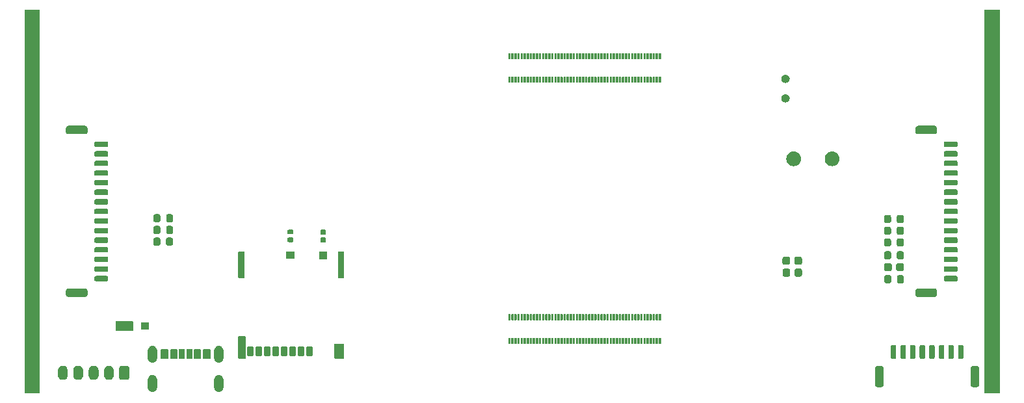
<source format=gts>
G04 #@! TF.GenerationSoftware,KiCad,Pcbnew,8.0.0-rc1*
G04 #@! TF.CreationDate,2024-11-04T15:19:59+03:00*
G04 #@! TF.ProjectId,Movita_CM4_CT_Router_V3.1,4d6f7669-7461-45f4-934d-345f43545f52,REV1*
G04 #@! TF.SameCoordinates,Original*
G04 #@! TF.FileFunction,Soldermask,Top*
G04 #@! TF.FilePolarity,Negative*
%FSLAX46Y46*%
G04 Gerber Fmt 4.6, Leading zero omitted, Abs format (unit mm)*
G04 Created by KiCad (PCBNEW 8.0.0-rc1) date 2024-11-04 15:19:59*
%MOMM*%
%LPD*%
G01*
G04 APERTURE LIST*
G04 APERTURE END LIST*
G36*
X110974680Y-82493276D02*
G01*
X110978767Y-82503141D01*
X110978767Y-132485238D01*
X110974680Y-132495103D01*
X110964816Y-132499190D01*
X108982718Y-132499190D01*
X108972853Y-132495103D01*
X108968767Y-132485238D01*
X108968767Y-82503141D01*
X108972853Y-82493276D01*
X108982718Y-82489190D01*
X110964816Y-82489190D01*
X110974680Y-82493276D01*
G37*
G36*
X235974680Y-82493276D02*
G01*
X235978767Y-82503141D01*
X235978767Y-132485238D01*
X235974680Y-132495103D01*
X235964816Y-132499190D01*
X233982718Y-132499190D01*
X233972853Y-132495103D01*
X233968767Y-132485238D01*
X233968767Y-82503141D01*
X233972853Y-82493276D01*
X233982718Y-82489190D01*
X235964816Y-82489190D01*
X235974680Y-82493276D01*
G37*
G36*
X125712984Y-130097340D02*
G01*
X125722344Y-130097340D01*
X125749311Y-130104566D01*
X125818452Y-130118319D01*
X125851090Y-130131838D01*
X125874142Y-130138015D01*
X125894808Y-130149946D01*
X125927447Y-130163466D01*
X125986062Y-130202631D01*
X126010241Y-130216591D01*
X126016859Y-130223209D01*
X126025533Y-130229005D01*
X126108951Y-130312423D01*
X126114746Y-130321096D01*
X126121366Y-130327716D01*
X126135327Y-130351897D01*
X126174490Y-130410509D01*
X126188008Y-130443144D01*
X126199942Y-130463815D01*
X126206119Y-130486870D01*
X126219637Y-130519504D01*
X126233388Y-130588636D01*
X126240617Y-130615613D01*
X126240662Y-130625206D01*
X126242664Y-130635267D01*
X126245763Y-131693151D01*
X126245762Y-131693168D01*
X126245767Y-131694190D01*
X126245547Y-131697541D01*
X126242868Y-131752087D01*
X126241532Y-131758802D01*
X126240617Y-131772767D01*
X126233387Y-131799745D01*
X126219637Y-131868875D01*
X126206120Y-131901506D01*
X126199942Y-131924565D01*
X126188006Y-131945238D01*
X126174490Y-131977870D01*
X126135331Y-132036474D01*
X126121366Y-132060664D01*
X126114744Y-132067285D01*
X126108951Y-132075956D01*
X126025533Y-132159374D01*
X126016862Y-132165167D01*
X126010241Y-132171789D01*
X125986051Y-132185754D01*
X125927447Y-132224913D01*
X125894815Y-132238429D01*
X125874142Y-132250365D01*
X125851083Y-132256543D01*
X125818452Y-132270060D01*
X125749317Y-132283812D01*
X125722344Y-132291040D01*
X125712983Y-132291040D01*
X125702753Y-132293075D01*
X125584781Y-132293075D01*
X125574551Y-132291040D01*
X125565190Y-132291040D01*
X125538217Y-132283812D01*
X125469081Y-132270060D01*
X125436447Y-132256542D01*
X125413392Y-132250365D01*
X125392721Y-132238431D01*
X125360086Y-132224913D01*
X125301474Y-132185750D01*
X125277293Y-132171789D01*
X125270673Y-132165169D01*
X125262000Y-132159374D01*
X125178582Y-132075956D01*
X125172786Y-132067282D01*
X125166168Y-132060664D01*
X125152208Y-132036485D01*
X125113043Y-131977870D01*
X125099523Y-131945231D01*
X125087592Y-131924565D01*
X125081415Y-131901513D01*
X125067896Y-131868875D01*
X125054142Y-131799732D01*
X125046917Y-131772767D01*
X125046871Y-131763177D01*
X125044869Y-131753112D01*
X125041770Y-130695228D01*
X125041771Y-130695191D01*
X125041767Y-130694190D01*
X125041982Y-130690902D01*
X125044665Y-130636292D01*
X125046002Y-130629568D01*
X125046917Y-130615613D01*
X125054141Y-130588651D01*
X125067896Y-130519504D01*
X125081415Y-130486863D01*
X125087592Y-130463815D01*
X125099522Y-130443150D01*
X125113043Y-130410509D01*
X125152213Y-130351886D01*
X125166168Y-130327716D01*
X125172784Y-130321099D01*
X125178582Y-130312423D01*
X125262000Y-130229005D01*
X125270676Y-130223207D01*
X125277293Y-130216591D01*
X125301463Y-130202636D01*
X125360086Y-130163466D01*
X125392727Y-130149945D01*
X125413392Y-130138015D01*
X125436440Y-130131838D01*
X125469081Y-130118319D01*
X125538223Y-130104565D01*
X125565190Y-130097340D01*
X125574550Y-130097340D01*
X125584781Y-130095305D01*
X125702753Y-130095305D01*
X125712984Y-130097340D01*
G37*
G36*
X134352984Y-130097340D02*
G01*
X134362344Y-130097340D01*
X134389311Y-130104566D01*
X134458452Y-130118319D01*
X134491090Y-130131838D01*
X134514142Y-130138015D01*
X134534808Y-130149946D01*
X134567447Y-130163466D01*
X134626062Y-130202631D01*
X134650241Y-130216591D01*
X134656859Y-130223209D01*
X134665533Y-130229005D01*
X134748951Y-130312423D01*
X134754746Y-130321096D01*
X134761366Y-130327716D01*
X134775327Y-130351897D01*
X134814490Y-130410509D01*
X134828008Y-130443144D01*
X134839942Y-130463815D01*
X134846119Y-130486870D01*
X134859637Y-130519504D01*
X134873388Y-130588636D01*
X134880617Y-130615613D01*
X134880662Y-130625206D01*
X134882664Y-130635267D01*
X134885763Y-131693151D01*
X134885762Y-131693168D01*
X134885767Y-131694190D01*
X134885547Y-131697541D01*
X134882868Y-131752087D01*
X134881532Y-131758802D01*
X134880617Y-131772767D01*
X134873387Y-131799745D01*
X134859637Y-131868875D01*
X134846120Y-131901506D01*
X134839942Y-131924565D01*
X134828006Y-131945238D01*
X134814490Y-131977870D01*
X134775331Y-132036474D01*
X134761366Y-132060664D01*
X134754744Y-132067285D01*
X134748951Y-132075956D01*
X134665533Y-132159374D01*
X134656862Y-132165167D01*
X134650241Y-132171789D01*
X134626051Y-132185754D01*
X134567447Y-132224913D01*
X134534815Y-132238429D01*
X134514142Y-132250365D01*
X134491083Y-132256543D01*
X134458452Y-132270060D01*
X134389317Y-132283812D01*
X134362344Y-132291040D01*
X134352983Y-132291040D01*
X134342753Y-132293075D01*
X134224781Y-132293075D01*
X134214551Y-132291040D01*
X134205190Y-132291040D01*
X134178217Y-132283812D01*
X134109081Y-132270060D01*
X134076447Y-132256542D01*
X134053392Y-132250365D01*
X134032721Y-132238431D01*
X134000086Y-132224913D01*
X133941474Y-132185750D01*
X133917293Y-132171789D01*
X133910673Y-132165169D01*
X133902000Y-132159374D01*
X133818582Y-132075956D01*
X133812786Y-132067282D01*
X133806168Y-132060664D01*
X133792208Y-132036485D01*
X133753043Y-131977870D01*
X133739523Y-131945231D01*
X133727592Y-131924565D01*
X133721415Y-131901513D01*
X133707896Y-131868875D01*
X133694142Y-131799732D01*
X133686917Y-131772767D01*
X133686871Y-131763177D01*
X133684869Y-131753112D01*
X133681770Y-130695228D01*
X133681771Y-130695191D01*
X133681767Y-130694190D01*
X133681982Y-130690902D01*
X133684665Y-130636292D01*
X133686002Y-130629568D01*
X133686917Y-130615613D01*
X133694141Y-130588651D01*
X133707896Y-130519504D01*
X133721415Y-130486863D01*
X133727592Y-130463815D01*
X133739522Y-130443150D01*
X133753043Y-130410509D01*
X133792213Y-130351886D01*
X133806168Y-130327716D01*
X133812784Y-130321099D01*
X133818582Y-130312423D01*
X133902000Y-130229005D01*
X133910676Y-130223207D01*
X133917293Y-130216591D01*
X133941463Y-130202636D01*
X134000086Y-130163466D01*
X134032727Y-130149945D01*
X134053392Y-130138015D01*
X134076440Y-130131838D01*
X134109081Y-130118319D01*
X134178223Y-130104565D01*
X134205190Y-130097340D01*
X134214550Y-130097340D01*
X134224781Y-130095305D01*
X134342753Y-130095305D01*
X134352984Y-130097340D01*
G37*
G36*
X220622681Y-128891185D02*
G01*
X220627412Y-128893274D01*
X220630578Y-128893691D01*
X220670209Y-128912171D01*
X220723873Y-128935866D01*
X220802091Y-129014084D01*
X220825795Y-129067769D01*
X220844265Y-129107378D01*
X220844681Y-129110541D01*
X220846772Y-129115276D01*
X220854767Y-129184190D01*
X220854767Y-131384190D01*
X220846772Y-131453104D01*
X220844681Y-131457838D01*
X220844265Y-131461001D01*
X220825803Y-131500592D01*
X220802091Y-131554296D01*
X220723873Y-131632514D01*
X220670169Y-131656226D01*
X220630578Y-131674688D01*
X220627415Y-131675104D01*
X220622681Y-131677195D01*
X220553767Y-131685190D01*
X220053767Y-131685190D01*
X219984853Y-131677195D01*
X219980118Y-131675104D01*
X219976955Y-131674688D01*
X219937346Y-131656218D01*
X219883661Y-131632514D01*
X219805443Y-131554296D01*
X219781748Y-131500632D01*
X219763268Y-131461001D01*
X219762851Y-131457835D01*
X219760762Y-131453104D01*
X219752767Y-131384190D01*
X219752767Y-129184190D01*
X219760762Y-129115276D01*
X219762851Y-129110544D01*
X219763268Y-129107378D01*
X219781756Y-129067728D01*
X219805443Y-129014084D01*
X219883661Y-128935866D01*
X219937305Y-128912179D01*
X219976955Y-128893691D01*
X219980121Y-128893274D01*
X219984853Y-128891185D01*
X220053767Y-128883190D01*
X220553767Y-128883190D01*
X220622681Y-128891185D01*
G37*
G36*
X233072681Y-128891185D02*
G01*
X233077412Y-128893274D01*
X233080578Y-128893691D01*
X233120209Y-128912171D01*
X233173873Y-128935866D01*
X233252091Y-129014084D01*
X233275795Y-129067769D01*
X233294265Y-129107378D01*
X233294681Y-129110541D01*
X233296772Y-129115276D01*
X233304767Y-129184190D01*
X233304767Y-131384190D01*
X233296772Y-131453104D01*
X233294681Y-131457838D01*
X233294265Y-131461001D01*
X233275803Y-131500592D01*
X233252091Y-131554296D01*
X233173873Y-131632514D01*
X233120169Y-131656226D01*
X233080578Y-131674688D01*
X233077415Y-131675104D01*
X233072681Y-131677195D01*
X233003767Y-131685190D01*
X232503767Y-131685190D01*
X232434853Y-131677195D01*
X232430118Y-131675104D01*
X232426955Y-131674688D01*
X232387346Y-131656218D01*
X232333661Y-131632514D01*
X232255443Y-131554296D01*
X232231748Y-131500632D01*
X232213268Y-131461001D01*
X232212851Y-131457835D01*
X232210762Y-131453104D01*
X232202767Y-131384190D01*
X232202767Y-129184190D01*
X232210762Y-129115276D01*
X232212851Y-129110544D01*
X232213268Y-129107378D01*
X232231756Y-129067728D01*
X232255443Y-129014084D01*
X232333661Y-128935866D01*
X232387305Y-128912179D01*
X232426955Y-128893691D01*
X232430121Y-128893274D01*
X232434853Y-128891185D01*
X232503767Y-128883190D01*
X233003767Y-128883190D01*
X233072681Y-128891185D01*
G37*
G36*
X122392681Y-128896185D02*
G01*
X122397412Y-128898274D01*
X122400578Y-128898691D01*
X122440209Y-128917171D01*
X122493873Y-128940866D01*
X122572091Y-129019084D01*
X122595795Y-129072769D01*
X122614265Y-129112378D01*
X122614681Y-129115541D01*
X122616772Y-129120276D01*
X122624767Y-129189190D01*
X122624767Y-130439190D01*
X122616772Y-130508104D01*
X122614681Y-130512838D01*
X122614265Y-130516001D01*
X122595803Y-130555592D01*
X122572091Y-130609296D01*
X122493873Y-130687514D01*
X122440169Y-130711226D01*
X122400578Y-130729688D01*
X122397415Y-130730104D01*
X122392681Y-130732195D01*
X122323767Y-130740190D01*
X121623767Y-130740190D01*
X121554853Y-130732195D01*
X121550118Y-130730104D01*
X121546955Y-130729688D01*
X121507346Y-130711218D01*
X121453661Y-130687514D01*
X121375443Y-130609296D01*
X121351748Y-130555632D01*
X121333268Y-130516001D01*
X121332851Y-130512835D01*
X121330762Y-130508104D01*
X121322767Y-130439190D01*
X121322767Y-129189190D01*
X121330762Y-129120276D01*
X121332851Y-129115544D01*
X121333268Y-129112378D01*
X121351756Y-129072728D01*
X121375443Y-129019084D01*
X121453661Y-128940866D01*
X121507305Y-128917179D01*
X121546955Y-128898691D01*
X121550121Y-128898274D01*
X121554853Y-128896185D01*
X121623767Y-128888190D01*
X122323767Y-128888190D01*
X122392681Y-128896185D01*
G37*
G36*
X114162742Y-128916222D02*
G01*
X114280646Y-128965059D01*
X114386757Y-129035960D01*
X114476997Y-129126200D01*
X114547898Y-129232311D01*
X114596735Y-129350215D01*
X114621632Y-129475381D01*
X114624767Y-130089190D01*
X114621632Y-130152999D01*
X114596735Y-130278165D01*
X114547898Y-130396069D01*
X114476997Y-130502180D01*
X114386757Y-130592420D01*
X114280646Y-130663321D01*
X114162742Y-130712158D01*
X114037576Y-130737055D01*
X113909958Y-130737055D01*
X113784792Y-130712158D01*
X113666888Y-130663321D01*
X113560777Y-130592420D01*
X113470537Y-130502180D01*
X113399636Y-130396069D01*
X113350799Y-130278165D01*
X113325902Y-130152999D01*
X113322767Y-129539190D01*
X113325902Y-129475381D01*
X113350799Y-129350215D01*
X113399636Y-129232311D01*
X113470537Y-129126200D01*
X113560777Y-129035960D01*
X113666888Y-128965059D01*
X113784792Y-128916222D01*
X113909958Y-128891325D01*
X114037576Y-128891325D01*
X114162742Y-128916222D01*
G37*
G36*
X116162742Y-128916222D02*
G01*
X116280646Y-128965059D01*
X116386757Y-129035960D01*
X116476997Y-129126200D01*
X116547898Y-129232311D01*
X116596735Y-129350215D01*
X116621632Y-129475381D01*
X116624767Y-130089190D01*
X116621632Y-130152999D01*
X116596735Y-130278165D01*
X116547898Y-130396069D01*
X116476997Y-130502180D01*
X116386757Y-130592420D01*
X116280646Y-130663321D01*
X116162742Y-130712158D01*
X116037576Y-130737055D01*
X115909958Y-130737055D01*
X115784792Y-130712158D01*
X115666888Y-130663321D01*
X115560777Y-130592420D01*
X115470537Y-130502180D01*
X115399636Y-130396069D01*
X115350799Y-130278165D01*
X115325902Y-130152999D01*
X115322767Y-129539190D01*
X115325902Y-129475381D01*
X115350799Y-129350215D01*
X115399636Y-129232311D01*
X115470537Y-129126200D01*
X115560777Y-129035960D01*
X115666888Y-128965059D01*
X115784792Y-128916222D01*
X115909958Y-128891325D01*
X116037576Y-128891325D01*
X116162742Y-128916222D01*
G37*
G36*
X118162742Y-128916222D02*
G01*
X118280646Y-128965059D01*
X118386757Y-129035960D01*
X118476997Y-129126200D01*
X118547898Y-129232311D01*
X118596735Y-129350215D01*
X118621632Y-129475381D01*
X118624767Y-130089190D01*
X118621632Y-130152999D01*
X118596735Y-130278165D01*
X118547898Y-130396069D01*
X118476997Y-130502180D01*
X118386757Y-130592420D01*
X118280646Y-130663321D01*
X118162742Y-130712158D01*
X118037576Y-130737055D01*
X117909958Y-130737055D01*
X117784792Y-130712158D01*
X117666888Y-130663321D01*
X117560777Y-130592420D01*
X117470537Y-130502180D01*
X117399636Y-130396069D01*
X117350799Y-130278165D01*
X117325902Y-130152999D01*
X117322767Y-129539190D01*
X117325902Y-129475381D01*
X117350799Y-129350215D01*
X117399636Y-129232311D01*
X117470537Y-129126200D01*
X117560777Y-129035960D01*
X117666888Y-128965059D01*
X117784792Y-128916222D01*
X117909958Y-128891325D01*
X118037576Y-128891325D01*
X118162742Y-128916222D01*
G37*
G36*
X120162742Y-128916222D02*
G01*
X120280646Y-128965059D01*
X120386757Y-129035960D01*
X120476997Y-129126200D01*
X120547898Y-129232311D01*
X120596735Y-129350215D01*
X120621632Y-129475381D01*
X120624767Y-130089190D01*
X120621632Y-130152999D01*
X120596735Y-130278165D01*
X120547898Y-130396069D01*
X120476997Y-130502180D01*
X120386757Y-130592420D01*
X120280646Y-130663321D01*
X120162742Y-130712158D01*
X120037576Y-130737055D01*
X119909958Y-130737055D01*
X119784792Y-130712158D01*
X119666888Y-130663321D01*
X119560777Y-130592420D01*
X119470537Y-130502180D01*
X119399636Y-130396069D01*
X119350799Y-130278165D01*
X119325902Y-130152999D01*
X119322767Y-129539190D01*
X119325902Y-129475381D01*
X119350799Y-129350215D01*
X119399636Y-129232311D01*
X119470537Y-129126200D01*
X119560777Y-129035960D01*
X119666888Y-128965059D01*
X119784792Y-128916222D01*
X119909958Y-128891325D01*
X120037576Y-128891325D01*
X120162742Y-128916222D01*
G37*
G36*
X125712984Y-126297340D02*
G01*
X125722344Y-126297340D01*
X125749311Y-126304566D01*
X125818452Y-126318319D01*
X125851090Y-126331838D01*
X125874142Y-126338015D01*
X125894808Y-126349946D01*
X125927447Y-126363466D01*
X125986062Y-126402631D01*
X126010241Y-126416591D01*
X126016859Y-126423209D01*
X126025533Y-126429005D01*
X126108951Y-126512423D01*
X126114746Y-126521096D01*
X126121366Y-126527716D01*
X126135327Y-126551897D01*
X126174490Y-126610509D01*
X126188008Y-126643144D01*
X126199942Y-126663815D01*
X126206119Y-126686870D01*
X126219637Y-126719504D01*
X126233388Y-126788636D01*
X126240617Y-126815613D01*
X126240662Y-126825206D01*
X126242664Y-126835267D01*
X126245763Y-127893151D01*
X126245762Y-127893168D01*
X126245767Y-127894190D01*
X126245547Y-127897541D01*
X126242868Y-127952087D01*
X126241532Y-127958802D01*
X126240617Y-127972767D01*
X126233387Y-127999745D01*
X126219637Y-128068875D01*
X126206120Y-128101506D01*
X126199942Y-128124565D01*
X126188006Y-128145238D01*
X126174490Y-128177870D01*
X126135331Y-128236474D01*
X126121366Y-128260664D01*
X126114744Y-128267285D01*
X126108951Y-128275956D01*
X126025533Y-128359374D01*
X126016862Y-128365167D01*
X126010241Y-128371789D01*
X125986051Y-128385754D01*
X125927447Y-128424913D01*
X125894815Y-128438429D01*
X125874142Y-128450365D01*
X125851083Y-128456543D01*
X125818452Y-128470060D01*
X125749317Y-128483812D01*
X125722344Y-128491040D01*
X125712983Y-128491040D01*
X125702753Y-128493075D01*
X125584781Y-128493075D01*
X125574551Y-128491040D01*
X125565190Y-128491040D01*
X125538217Y-128483812D01*
X125469081Y-128470060D01*
X125436447Y-128456542D01*
X125413392Y-128450365D01*
X125392721Y-128438431D01*
X125360086Y-128424913D01*
X125301474Y-128385750D01*
X125277293Y-128371789D01*
X125270673Y-128365169D01*
X125262000Y-128359374D01*
X125178582Y-128275956D01*
X125172786Y-128267282D01*
X125166168Y-128260664D01*
X125152208Y-128236485D01*
X125113043Y-128177870D01*
X125099523Y-128145231D01*
X125087592Y-128124565D01*
X125081415Y-128101513D01*
X125067896Y-128068875D01*
X125054142Y-127999732D01*
X125046917Y-127972767D01*
X125046871Y-127963177D01*
X125044869Y-127953112D01*
X125041770Y-126895228D01*
X125041771Y-126895191D01*
X125041767Y-126894190D01*
X125041982Y-126890902D01*
X125044665Y-126836292D01*
X125046002Y-126829568D01*
X125046917Y-126815613D01*
X125054141Y-126788651D01*
X125067896Y-126719504D01*
X125081415Y-126686863D01*
X125087592Y-126663815D01*
X125099522Y-126643150D01*
X125113043Y-126610509D01*
X125152213Y-126551886D01*
X125166168Y-126527716D01*
X125172784Y-126521099D01*
X125178582Y-126512423D01*
X125262000Y-126429005D01*
X125270676Y-126423207D01*
X125277293Y-126416591D01*
X125301463Y-126402636D01*
X125360086Y-126363466D01*
X125392727Y-126349945D01*
X125413392Y-126338015D01*
X125436440Y-126331838D01*
X125469081Y-126318319D01*
X125538223Y-126304565D01*
X125565190Y-126297340D01*
X125574550Y-126297340D01*
X125584781Y-126295305D01*
X125702753Y-126295305D01*
X125712984Y-126297340D01*
G37*
G36*
X134352984Y-126297340D02*
G01*
X134362344Y-126297340D01*
X134389311Y-126304566D01*
X134458452Y-126318319D01*
X134491090Y-126331838D01*
X134514142Y-126338015D01*
X134534808Y-126349946D01*
X134567447Y-126363466D01*
X134626062Y-126402631D01*
X134650241Y-126416591D01*
X134656859Y-126423209D01*
X134665533Y-126429005D01*
X134748951Y-126512423D01*
X134754746Y-126521096D01*
X134761366Y-126527716D01*
X134775327Y-126551897D01*
X134814490Y-126610509D01*
X134828008Y-126643144D01*
X134839942Y-126663815D01*
X134846119Y-126686870D01*
X134859637Y-126719504D01*
X134873388Y-126788636D01*
X134880617Y-126815613D01*
X134880662Y-126825206D01*
X134882664Y-126835267D01*
X134885763Y-127893151D01*
X134885762Y-127893168D01*
X134885767Y-127894190D01*
X134885547Y-127897541D01*
X134882868Y-127952087D01*
X134881532Y-127958802D01*
X134880617Y-127972767D01*
X134873387Y-127999745D01*
X134859637Y-128068875D01*
X134846120Y-128101506D01*
X134839942Y-128124565D01*
X134828006Y-128145238D01*
X134814490Y-128177870D01*
X134775331Y-128236474D01*
X134761366Y-128260664D01*
X134754744Y-128267285D01*
X134748951Y-128275956D01*
X134665533Y-128359374D01*
X134656862Y-128365167D01*
X134650241Y-128371789D01*
X134626051Y-128385754D01*
X134567447Y-128424913D01*
X134534815Y-128438429D01*
X134514142Y-128450365D01*
X134491083Y-128456543D01*
X134458452Y-128470060D01*
X134389317Y-128483812D01*
X134362344Y-128491040D01*
X134352983Y-128491040D01*
X134342753Y-128493075D01*
X134224781Y-128493075D01*
X134214551Y-128491040D01*
X134205190Y-128491040D01*
X134178217Y-128483812D01*
X134109081Y-128470060D01*
X134076447Y-128456542D01*
X134053392Y-128450365D01*
X134032721Y-128438431D01*
X134000086Y-128424913D01*
X133941474Y-128385750D01*
X133917293Y-128371789D01*
X133910673Y-128365169D01*
X133902000Y-128359374D01*
X133818582Y-128275956D01*
X133812786Y-128267282D01*
X133806168Y-128260664D01*
X133792208Y-128236485D01*
X133753043Y-128177870D01*
X133739523Y-128145231D01*
X133727592Y-128124565D01*
X133721415Y-128101513D01*
X133707896Y-128068875D01*
X133694142Y-127999732D01*
X133686917Y-127972767D01*
X133686871Y-127963177D01*
X133684869Y-127953112D01*
X133681770Y-126895228D01*
X133681771Y-126895191D01*
X133681767Y-126894190D01*
X133681982Y-126890902D01*
X133684665Y-126836292D01*
X133686002Y-126829568D01*
X133686917Y-126815613D01*
X133694141Y-126788651D01*
X133707896Y-126719504D01*
X133721415Y-126686863D01*
X133727592Y-126663815D01*
X133739522Y-126643150D01*
X133753043Y-126610509D01*
X133792213Y-126551886D01*
X133806168Y-126527716D01*
X133812784Y-126521099D01*
X133818582Y-126512423D01*
X133902000Y-126429005D01*
X133910676Y-126423207D01*
X133917293Y-126416591D01*
X133941463Y-126402636D01*
X134000086Y-126363466D01*
X134032727Y-126349945D01*
X134053392Y-126338015D01*
X134076440Y-126331838D01*
X134109081Y-126318319D01*
X134178223Y-126304565D01*
X134205190Y-126297340D01*
X134214550Y-126297340D01*
X134224781Y-126295305D01*
X134342753Y-126295305D01*
X134352984Y-126297340D01*
G37*
G36*
X127682901Y-126767996D02*
G01*
X127699122Y-126778835D01*
X127709961Y-126795056D01*
X127713767Y-126814190D01*
X127713767Y-127964190D01*
X127709961Y-127983324D01*
X127699122Y-127999545D01*
X127682901Y-128010384D01*
X127663767Y-128014190D01*
X126763767Y-128014190D01*
X126744633Y-128010384D01*
X126728412Y-127999545D01*
X126717573Y-127983324D01*
X126713767Y-127964190D01*
X126713767Y-126814190D01*
X126717573Y-126795056D01*
X126728412Y-126778835D01*
X126744633Y-126767996D01*
X126763767Y-126764190D01*
X127663767Y-126764190D01*
X127682901Y-126767996D01*
G37*
G36*
X128862901Y-126767996D02*
G01*
X128879122Y-126778835D01*
X128889961Y-126795056D01*
X128893767Y-126814190D01*
X128893767Y-127964190D01*
X128889961Y-127983324D01*
X128879122Y-127999545D01*
X128862901Y-128010384D01*
X128843767Y-128014190D01*
X128043767Y-128014190D01*
X128024633Y-128010384D01*
X128008412Y-127999545D01*
X127997573Y-127983324D01*
X127993767Y-127964190D01*
X127993767Y-126814190D01*
X127997573Y-126795056D01*
X128008412Y-126778835D01*
X128024633Y-126767996D01*
X128043767Y-126764190D01*
X128843767Y-126764190D01*
X128862901Y-126767996D01*
G37*
G36*
X129832901Y-126767996D02*
G01*
X129849122Y-126778835D01*
X129859961Y-126795056D01*
X129863767Y-126814190D01*
X129863767Y-127964190D01*
X129859961Y-127983324D01*
X129849122Y-127999545D01*
X129832901Y-128010384D01*
X129813767Y-128014190D01*
X129113767Y-128014190D01*
X129094633Y-128010384D01*
X129078412Y-127999545D01*
X129067573Y-127983324D01*
X129063767Y-127964190D01*
X129063767Y-126814190D01*
X129067573Y-126795056D01*
X129078412Y-126778835D01*
X129094633Y-126767996D01*
X129113767Y-126764190D01*
X129813767Y-126764190D01*
X129832901Y-126767996D01*
G37*
G36*
X130832901Y-126767996D02*
G01*
X130849122Y-126778835D01*
X130859961Y-126795056D01*
X130863767Y-126814190D01*
X130863767Y-127964190D01*
X130859961Y-127983324D01*
X130849122Y-127999545D01*
X130832901Y-128010384D01*
X130813767Y-128014190D01*
X130113767Y-128014190D01*
X130094633Y-128010384D01*
X130078412Y-127999545D01*
X130067573Y-127983324D01*
X130063767Y-127964190D01*
X130063767Y-126814190D01*
X130067573Y-126795056D01*
X130078412Y-126778835D01*
X130094633Y-126767996D01*
X130113767Y-126764190D01*
X130813767Y-126764190D01*
X130832901Y-126767996D01*
G37*
G36*
X131902901Y-126767996D02*
G01*
X131919122Y-126778835D01*
X131929961Y-126795056D01*
X131933767Y-126814190D01*
X131933767Y-127964190D01*
X131929961Y-127983324D01*
X131919122Y-127999545D01*
X131902901Y-128010384D01*
X131883767Y-128014190D01*
X131083767Y-128014190D01*
X131064633Y-128010384D01*
X131048412Y-127999545D01*
X131037573Y-127983324D01*
X131033767Y-127964190D01*
X131033767Y-126814190D01*
X131037573Y-126795056D01*
X131048412Y-126778835D01*
X131064633Y-126767996D01*
X131083767Y-126764190D01*
X131883767Y-126764190D01*
X131902901Y-126767996D01*
G37*
G36*
X133182901Y-126767996D02*
G01*
X133199122Y-126778835D01*
X133209961Y-126795056D01*
X133213767Y-126814190D01*
X133213767Y-127964190D01*
X133209961Y-127983324D01*
X133199122Y-127999545D01*
X133182901Y-128010384D01*
X133163767Y-128014190D01*
X132263767Y-128014190D01*
X132244633Y-128010384D01*
X132228412Y-127999545D01*
X132217573Y-127983324D01*
X132213767Y-127964190D01*
X132213767Y-126814190D01*
X132217573Y-126795056D01*
X132228412Y-126778835D01*
X132244633Y-126767996D01*
X132263767Y-126764190D01*
X133163767Y-126764190D01*
X133182901Y-126767996D01*
G37*
G36*
X222380686Y-126198490D02*
G01*
X222445895Y-126242062D01*
X222489467Y-126307271D01*
X222504767Y-126384190D01*
X222504767Y-127784190D01*
X222489467Y-127861109D01*
X222445895Y-127926318D01*
X222380686Y-127969890D01*
X222303767Y-127985190D01*
X222003767Y-127985190D01*
X221926848Y-127969890D01*
X221861639Y-127926318D01*
X221818067Y-127861109D01*
X221802767Y-127784190D01*
X221802767Y-126384190D01*
X221818067Y-126307271D01*
X221861639Y-126242062D01*
X221926848Y-126198490D01*
X222003767Y-126183190D01*
X222303767Y-126183190D01*
X222380686Y-126198490D01*
G37*
G36*
X223630686Y-126198490D02*
G01*
X223695895Y-126242062D01*
X223739467Y-126307271D01*
X223754767Y-126384190D01*
X223754767Y-127784190D01*
X223739467Y-127861109D01*
X223695895Y-127926318D01*
X223630686Y-127969890D01*
X223553767Y-127985190D01*
X223253767Y-127985190D01*
X223176848Y-127969890D01*
X223111639Y-127926318D01*
X223068067Y-127861109D01*
X223052767Y-127784190D01*
X223052767Y-126384190D01*
X223068067Y-126307271D01*
X223111639Y-126242062D01*
X223176848Y-126198490D01*
X223253767Y-126183190D01*
X223553767Y-126183190D01*
X223630686Y-126198490D01*
G37*
G36*
X224880686Y-126198490D02*
G01*
X224945895Y-126242062D01*
X224989467Y-126307271D01*
X225004767Y-126384190D01*
X225004767Y-127784190D01*
X224989467Y-127861109D01*
X224945895Y-127926318D01*
X224880686Y-127969890D01*
X224803767Y-127985190D01*
X224503767Y-127985190D01*
X224426848Y-127969890D01*
X224361639Y-127926318D01*
X224318067Y-127861109D01*
X224302767Y-127784190D01*
X224302767Y-126384190D01*
X224318067Y-126307271D01*
X224361639Y-126242062D01*
X224426848Y-126198490D01*
X224503767Y-126183190D01*
X224803767Y-126183190D01*
X224880686Y-126198490D01*
G37*
G36*
X226130686Y-126198490D02*
G01*
X226195895Y-126242062D01*
X226239467Y-126307271D01*
X226254767Y-126384190D01*
X226254767Y-127784190D01*
X226239467Y-127861109D01*
X226195895Y-127926318D01*
X226130686Y-127969890D01*
X226053767Y-127985190D01*
X225753767Y-127985190D01*
X225676848Y-127969890D01*
X225611639Y-127926318D01*
X225568067Y-127861109D01*
X225552767Y-127784190D01*
X225552767Y-126384190D01*
X225568067Y-126307271D01*
X225611639Y-126242062D01*
X225676848Y-126198490D01*
X225753767Y-126183190D01*
X226053767Y-126183190D01*
X226130686Y-126198490D01*
G37*
G36*
X227380686Y-126198490D02*
G01*
X227445895Y-126242062D01*
X227489467Y-126307271D01*
X227504767Y-126384190D01*
X227504767Y-127784190D01*
X227489467Y-127861109D01*
X227445895Y-127926318D01*
X227380686Y-127969890D01*
X227303767Y-127985190D01*
X227003767Y-127985190D01*
X226926848Y-127969890D01*
X226861639Y-127926318D01*
X226818067Y-127861109D01*
X226802767Y-127784190D01*
X226802767Y-126384190D01*
X226818067Y-126307271D01*
X226861639Y-126242062D01*
X226926848Y-126198490D01*
X227003767Y-126183190D01*
X227303767Y-126183190D01*
X227380686Y-126198490D01*
G37*
G36*
X228630686Y-126198490D02*
G01*
X228695895Y-126242062D01*
X228739467Y-126307271D01*
X228754767Y-126384190D01*
X228754767Y-127784190D01*
X228739467Y-127861109D01*
X228695895Y-127926318D01*
X228630686Y-127969890D01*
X228553767Y-127985190D01*
X228253767Y-127985190D01*
X228176848Y-127969890D01*
X228111639Y-127926318D01*
X228068067Y-127861109D01*
X228052767Y-127784190D01*
X228052767Y-126384190D01*
X228068067Y-126307271D01*
X228111639Y-126242062D01*
X228176848Y-126198490D01*
X228253767Y-126183190D01*
X228553767Y-126183190D01*
X228630686Y-126198490D01*
G37*
G36*
X229880686Y-126198490D02*
G01*
X229945895Y-126242062D01*
X229989467Y-126307271D01*
X230004767Y-126384190D01*
X230004767Y-127784190D01*
X229989467Y-127861109D01*
X229945895Y-127926318D01*
X229880686Y-127969890D01*
X229803767Y-127985190D01*
X229503767Y-127985190D01*
X229426848Y-127969890D01*
X229361639Y-127926318D01*
X229318067Y-127861109D01*
X229302767Y-127784190D01*
X229302767Y-126384190D01*
X229318067Y-126307271D01*
X229361639Y-126242062D01*
X229426848Y-126198490D01*
X229503767Y-126183190D01*
X229803767Y-126183190D01*
X229880686Y-126198490D01*
G37*
G36*
X231130686Y-126198490D02*
G01*
X231195895Y-126242062D01*
X231239467Y-126307271D01*
X231254767Y-126384190D01*
X231254767Y-127784190D01*
X231239467Y-127861109D01*
X231195895Y-127926318D01*
X231130686Y-127969890D01*
X231053767Y-127985190D01*
X230753767Y-127985190D01*
X230676848Y-127969890D01*
X230611639Y-127926318D01*
X230568067Y-127861109D01*
X230552767Y-127784190D01*
X230552767Y-126384190D01*
X230568067Y-126307271D01*
X230611639Y-126242062D01*
X230676848Y-126198490D01*
X230753767Y-126183190D01*
X231053767Y-126183190D01*
X231130686Y-126198490D01*
G37*
G36*
X137753284Y-125067072D02*
G01*
X137769829Y-125078128D01*
X137780885Y-125094673D01*
X137784767Y-125114190D01*
X137784767Y-127914190D01*
X137780885Y-127933707D01*
X137769829Y-127950252D01*
X137753284Y-127961308D01*
X137733767Y-127965190D01*
X136873767Y-127965190D01*
X136854250Y-127961308D01*
X136837705Y-127950252D01*
X136826649Y-127933707D01*
X136822767Y-127914190D01*
X136822767Y-125114190D01*
X136826649Y-125094673D01*
X136837705Y-125078128D01*
X136854250Y-125067072D01*
X136873767Y-125063190D01*
X137733767Y-125063190D01*
X137753284Y-125067072D01*
G37*
G36*
X150553284Y-126037072D02*
G01*
X150569829Y-126048128D01*
X150580885Y-126064673D01*
X150584767Y-126084190D01*
X150584767Y-127914190D01*
X150580885Y-127933707D01*
X150569829Y-127950252D01*
X150553284Y-127961308D01*
X150533767Y-127965190D01*
X149393767Y-127965190D01*
X149374250Y-127961308D01*
X149357705Y-127950252D01*
X149346649Y-127933707D01*
X149342767Y-127914190D01*
X149342767Y-126084190D01*
X149346649Y-126064673D01*
X149357705Y-126048128D01*
X149374250Y-126037072D01*
X149393767Y-126033190D01*
X150533767Y-126033190D01*
X150553284Y-126037072D01*
G37*
G36*
X138753284Y-126417072D02*
G01*
X138769829Y-126428128D01*
X138780885Y-126444673D01*
X138784767Y-126464190D01*
X138784767Y-127564190D01*
X138780885Y-127583707D01*
X138769829Y-127600252D01*
X138753284Y-127611308D01*
X138733767Y-127615190D01*
X138033767Y-127615190D01*
X138014250Y-127611308D01*
X137997705Y-127600252D01*
X137986649Y-127583707D01*
X137982767Y-127564190D01*
X137982767Y-126464190D01*
X137986649Y-126444673D01*
X137997705Y-126428128D01*
X138014250Y-126417072D01*
X138033767Y-126413190D01*
X138733767Y-126413190D01*
X138753284Y-126417072D01*
G37*
G36*
X139853284Y-126417072D02*
G01*
X139869829Y-126428128D01*
X139880885Y-126444673D01*
X139884767Y-126464190D01*
X139884767Y-127564190D01*
X139880885Y-127583707D01*
X139869829Y-127600252D01*
X139853284Y-127611308D01*
X139833767Y-127615190D01*
X139133767Y-127615190D01*
X139114250Y-127611308D01*
X139097705Y-127600252D01*
X139086649Y-127583707D01*
X139082767Y-127564190D01*
X139082767Y-126464190D01*
X139086649Y-126444673D01*
X139097705Y-126428128D01*
X139114250Y-126417072D01*
X139133767Y-126413190D01*
X139833767Y-126413190D01*
X139853284Y-126417072D01*
G37*
G36*
X140953284Y-126417072D02*
G01*
X140969829Y-126428128D01*
X140980885Y-126444673D01*
X140984767Y-126464190D01*
X140984767Y-127564190D01*
X140980885Y-127583707D01*
X140969829Y-127600252D01*
X140953284Y-127611308D01*
X140933767Y-127615190D01*
X140233767Y-127615190D01*
X140214250Y-127611308D01*
X140197705Y-127600252D01*
X140186649Y-127583707D01*
X140182767Y-127564190D01*
X140182767Y-126464190D01*
X140186649Y-126444673D01*
X140197705Y-126428128D01*
X140214250Y-126417072D01*
X140233767Y-126413190D01*
X140933767Y-126413190D01*
X140953284Y-126417072D01*
G37*
G36*
X142053284Y-126417072D02*
G01*
X142069829Y-126428128D01*
X142080885Y-126444673D01*
X142084767Y-126464190D01*
X142084767Y-127564190D01*
X142080885Y-127583707D01*
X142069829Y-127600252D01*
X142053284Y-127611308D01*
X142033767Y-127615190D01*
X141333767Y-127615190D01*
X141314250Y-127611308D01*
X141297705Y-127600252D01*
X141286649Y-127583707D01*
X141282767Y-127564190D01*
X141282767Y-126464190D01*
X141286649Y-126444673D01*
X141297705Y-126428128D01*
X141314250Y-126417072D01*
X141333767Y-126413190D01*
X142033767Y-126413190D01*
X142053284Y-126417072D01*
G37*
G36*
X143153284Y-126417072D02*
G01*
X143169829Y-126428128D01*
X143180885Y-126444673D01*
X143184767Y-126464190D01*
X143184767Y-127564190D01*
X143180885Y-127583707D01*
X143169829Y-127600252D01*
X143153284Y-127611308D01*
X143133767Y-127615190D01*
X142433767Y-127615190D01*
X142414250Y-127611308D01*
X142397705Y-127600252D01*
X142386649Y-127583707D01*
X142382767Y-127564190D01*
X142382767Y-126464190D01*
X142386649Y-126444673D01*
X142397705Y-126428128D01*
X142414250Y-126417072D01*
X142433767Y-126413190D01*
X143133767Y-126413190D01*
X143153284Y-126417072D01*
G37*
G36*
X144253284Y-126417072D02*
G01*
X144269829Y-126428128D01*
X144280885Y-126444673D01*
X144284767Y-126464190D01*
X144284767Y-127564190D01*
X144280885Y-127583707D01*
X144269829Y-127600252D01*
X144253284Y-127611308D01*
X144233767Y-127615190D01*
X143533767Y-127615190D01*
X143514250Y-127611308D01*
X143497705Y-127600252D01*
X143486649Y-127583707D01*
X143482767Y-127564190D01*
X143482767Y-126464190D01*
X143486649Y-126444673D01*
X143497705Y-126428128D01*
X143514250Y-126417072D01*
X143533767Y-126413190D01*
X144233767Y-126413190D01*
X144253284Y-126417072D01*
G37*
G36*
X145353284Y-126417072D02*
G01*
X145369829Y-126428128D01*
X145380885Y-126444673D01*
X145384767Y-126464190D01*
X145384767Y-127564190D01*
X145380885Y-127583707D01*
X145369829Y-127600252D01*
X145353284Y-127611308D01*
X145333767Y-127615190D01*
X144633767Y-127615190D01*
X144614250Y-127611308D01*
X144597705Y-127600252D01*
X144586649Y-127583707D01*
X144582767Y-127564190D01*
X144582767Y-126464190D01*
X144586649Y-126444673D01*
X144597705Y-126428128D01*
X144614250Y-126417072D01*
X144633767Y-126413190D01*
X145333767Y-126413190D01*
X145353284Y-126417072D01*
G37*
G36*
X146453284Y-126417072D02*
G01*
X146469829Y-126428128D01*
X146480885Y-126444673D01*
X146484767Y-126464190D01*
X146484767Y-127564190D01*
X146480885Y-127583707D01*
X146469829Y-127600252D01*
X146453284Y-127611308D01*
X146433767Y-127615190D01*
X145733767Y-127615190D01*
X145714250Y-127611308D01*
X145697705Y-127600252D01*
X145686649Y-127583707D01*
X145682767Y-127564190D01*
X145682767Y-126464190D01*
X145686649Y-126444673D01*
X145697705Y-126428128D01*
X145714250Y-126417072D01*
X145733767Y-126413190D01*
X146433767Y-126413190D01*
X146453284Y-126417072D01*
G37*
G36*
X172243284Y-125249340D02*
G01*
X172259829Y-125260396D01*
X172270885Y-125276941D01*
X172274767Y-125296458D01*
X172274767Y-125996458D01*
X172270885Y-126015975D01*
X172259829Y-126032520D01*
X172243284Y-126043576D01*
X172223767Y-126047458D01*
X172023767Y-126047458D01*
X172004250Y-126043576D01*
X171987705Y-126032520D01*
X171976649Y-126015975D01*
X171972767Y-125996458D01*
X171972767Y-125296458D01*
X171976649Y-125276941D01*
X171987705Y-125260396D01*
X172004250Y-125249340D01*
X172023767Y-125245458D01*
X172223767Y-125245458D01*
X172243284Y-125249340D01*
G37*
G36*
X172643284Y-125249340D02*
G01*
X172659829Y-125260396D01*
X172670885Y-125276941D01*
X172674767Y-125296458D01*
X172674767Y-125996458D01*
X172670885Y-126015975D01*
X172659829Y-126032520D01*
X172643284Y-126043576D01*
X172623767Y-126047458D01*
X172423767Y-126047458D01*
X172404250Y-126043576D01*
X172387705Y-126032520D01*
X172376649Y-126015975D01*
X172372767Y-125996458D01*
X172372767Y-125296458D01*
X172376649Y-125276941D01*
X172387705Y-125260396D01*
X172404250Y-125249340D01*
X172423767Y-125245458D01*
X172623767Y-125245458D01*
X172643284Y-125249340D01*
G37*
G36*
X173043284Y-125249340D02*
G01*
X173059829Y-125260396D01*
X173070885Y-125276941D01*
X173074767Y-125296458D01*
X173074767Y-125996458D01*
X173070885Y-126015975D01*
X173059829Y-126032520D01*
X173043284Y-126043576D01*
X173023767Y-126047458D01*
X172823767Y-126047458D01*
X172804250Y-126043576D01*
X172787705Y-126032520D01*
X172776649Y-126015975D01*
X172772767Y-125996458D01*
X172772767Y-125296458D01*
X172776649Y-125276941D01*
X172787705Y-125260396D01*
X172804250Y-125249340D01*
X172823767Y-125245458D01*
X173023767Y-125245458D01*
X173043284Y-125249340D01*
G37*
G36*
X173443284Y-125249340D02*
G01*
X173459829Y-125260396D01*
X173470885Y-125276941D01*
X173474767Y-125296458D01*
X173474767Y-125996458D01*
X173470885Y-126015975D01*
X173459829Y-126032520D01*
X173443284Y-126043576D01*
X173423767Y-126047458D01*
X173223767Y-126047458D01*
X173204250Y-126043576D01*
X173187705Y-126032520D01*
X173176649Y-126015975D01*
X173172767Y-125996458D01*
X173172767Y-125296458D01*
X173176649Y-125276941D01*
X173187705Y-125260396D01*
X173204250Y-125249340D01*
X173223767Y-125245458D01*
X173423767Y-125245458D01*
X173443284Y-125249340D01*
G37*
G36*
X173843284Y-125249340D02*
G01*
X173859829Y-125260396D01*
X173870885Y-125276941D01*
X173874767Y-125296458D01*
X173874767Y-125996458D01*
X173870885Y-126015975D01*
X173859829Y-126032520D01*
X173843284Y-126043576D01*
X173823767Y-126047458D01*
X173623767Y-126047458D01*
X173604250Y-126043576D01*
X173587705Y-126032520D01*
X173576649Y-126015975D01*
X173572767Y-125996458D01*
X173572767Y-125296458D01*
X173576649Y-125276941D01*
X173587705Y-125260396D01*
X173604250Y-125249340D01*
X173623767Y-125245458D01*
X173823767Y-125245458D01*
X173843284Y-125249340D01*
G37*
G36*
X174243284Y-125249340D02*
G01*
X174259829Y-125260396D01*
X174270885Y-125276941D01*
X174274767Y-125296458D01*
X174274767Y-125996458D01*
X174270885Y-126015975D01*
X174259829Y-126032520D01*
X174243284Y-126043576D01*
X174223767Y-126047458D01*
X174023767Y-126047458D01*
X174004250Y-126043576D01*
X173987705Y-126032520D01*
X173976649Y-126015975D01*
X173972767Y-125996458D01*
X173972767Y-125296458D01*
X173976649Y-125276941D01*
X173987705Y-125260396D01*
X174004250Y-125249340D01*
X174023767Y-125245458D01*
X174223767Y-125245458D01*
X174243284Y-125249340D01*
G37*
G36*
X174643284Y-125249340D02*
G01*
X174659829Y-125260396D01*
X174670885Y-125276941D01*
X174674767Y-125296458D01*
X174674767Y-125996458D01*
X174670885Y-126015975D01*
X174659829Y-126032520D01*
X174643284Y-126043576D01*
X174623767Y-126047458D01*
X174423767Y-126047458D01*
X174404250Y-126043576D01*
X174387705Y-126032520D01*
X174376649Y-126015975D01*
X174372767Y-125996458D01*
X174372767Y-125296458D01*
X174376649Y-125276941D01*
X174387705Y-125260396D01*
X174404250Y-125249340D01*
X174423767Y-125245458D01*
X174623767Y-125245458D01*
X174643284Y-125249340D01*
G37*
G36*
X175043284Y-125249340D02*
G01*
X175059829Y-125260396D01*
X175070885Y-125276941D01*
X175074767Y-125296458D01*
X175074767Y-125996458D01*
X175070885Y-126015975D01*
X175059829Y-126032520D01*
X175043284Y-126043576D01*
X175023767Y-126047458D01*
X174823767Y-126047458D01*
X174804250Y-126043576D01*
X174787705Y-126032520D01*
X174776649Y-126015975D01*
X174772767Y-125996458D01*
X174772767Y-125296458D01*
X174776649Y-125276941D01*
X174787705Y-125260396D01*
X174804250Y-125249340D01*
X174823767Y-125245458D01*
X175023767Y-125245458D01*
X175043284Y-125249340D01*
G37*
G36*
X175443284Y-125249340D02*
G01*
X175459829Y-125260396D01*
X175470885Y-125276941D01*
X175474767Y-125296458D01*
X175474767Y-125996458D01*
X175470885Y-126015975D01*
X175459829Y-126032520D01*
X175443284Y-126043576D01*
X175423767Y-126047458D01*
X175223767Y-126047458D01*
X175204250Y-126043576D01*
X175187705Y-126032520D01*
X175176649Y-126015975D01*
X175172767Y-125996458D01*
X175172767Y-125296458D01*
X175176649Y-125276941D01*
X175187705Y-125260396D01*
X175204250Y-125249340D01*
X175223767Y-125245458D01*
X175423767Y-125245458D01*
X175443284Y-125249340D01*
G37*
G36*
X175843284Y-125249340D02*
G01*
X175859829Y-125260396D01*
X175870885Y-125276941D01*
X175874767Y-125296458D01*
X175874767Y-125996458D01*
X175870885Y-126015975D01*
X175859829Y-126032520D01*
X175843284Y-126043576D01*
X175823767Y-126047458D01*
X175623767Y-126047458D01*
X175604250Y-126043576D01*
X175587705Y-126032520D01*
X175576649Y-126015975D01*
X175572767Y-125996458D01*
X175572767Y-125296458D01*
X175576649Y-125276941D01*
X175587705Y-125260396D01*
X175604250Y-125249340D01*
X175623767Y-125245458D01*
X175823767Y-125245458D01*
X175843284Y-125249340D01*
G37*
G36*
X176243284Y-125249340D02*
G01*
X176259829Y-125260396D01*
X176270885Y-125276941D01*
X176274767Y-125296458D01*
X176274767Y-125996458D01*
X176270885Y-126015975D01*
X176259829Y-126032520D01*
X176243284Y-126043576D01*
X176223767Y-126047458D01*
X176023767Y-126047458D01*
X176004250Y-126043576D01*
X175987705Y-126032520D01*
X175976649Y-126015975D01*
X175972767Y-125996458D01*
X175972767Y-125296458D01*
X175976649Y-125276941D01*
X175987705Y-125260396D01*
X176004250Y-125249340D01*
X176023767Y-125245458D01*
X176223767Y-125245458D01*
X176243284Y-125249340D01*
G37*
G36*
X176643284Y-125249340D02*
G01*
X176659829Y-125260396D01*
X176670885Y-125276941D01*
X176674767Y-125296458D01*
X176674767Y-125996458D01*
X176670885Y-126015975D01*
X176659829Y-126032520D01*
X176643284Y-126043576D01*
X176623767Y-126047458D01*
X176423767Y-126047458D01*
X176404250Y-126043576D01*
X176387705Y-126032520D01*
X176376649Y-126015975D01*
X176372767Y-125996458D01*
X176372767Y-125296458D01*
X176376649Y-125276941D01*
X176387705Y-125260396D01*
X176404250Y-125249340D01*
X176423767Y-125245458D01*
X176623767Y-125245458D01*
X176643284Y-125249340D01*
G37*
G36*
X177043284Y-125249340D02*
G01*
X177059829Y-125260396D01*
X177070885Y-125276941D01*
X177074767Y-125296458D01*
X177074767Y-125996458D01*
X177070885Y-126015975D01*
X177059829Y-126032520D01*
X177043284Y-126043576D01*
X177023767Y-126047458D01*
X176823767Y-126047458D01*
X176804250Y-126043576D01*
X176787705Y-126032520D01*
X176776649Y-126015975D01*
X176772767Y-125996458D01*
X176772767Y-125296458D01*
X176776649Y-125276941D01*
X176787705Y-125260396D01*
X176804250Y-125249340D01*
X176823767Y-125245458D01*
X177023767Y-125245458D01*
X177043284Y-125249340D01*
G37*
G36*
X177443284Y-125249340D02*
G01*
X177459829Y-125260396D01*
X177470885Y-125276941D01*
X177474767Y-125296458D01*
X177474767Y-125996458D01*
X177470885Y-126015975D01*
X177459829Y-126032520D01*
X177443284Y-126043576D01*
X177423767Y-126047458D01*
X177223767Y-126047458D01*
X177204250Y-126043576D01*
X177187705Y-126032520D01*
X177176649Y-126015975D01*
X177172767Y-125996458D01*
X177172767Y-125296458D01*
X177176649Y-125276941D01*
X177187705Y-125260396D01*
X177204250Y-125249340D01*
X177223767Y-125245458D01*
X177423767Y-125245458D01*
X177443284Y-125249340D01*
G37*
G36*
X177843284Y-125249340D02*
G01*
X177859829Y-125260396D01*
X177870885Y-125276941D01*
X177874767Y-125296458D01*
X177874767Y-125996458D01*
X177870885Y-126015975D01*
X177859829Y-126032520D01*
X177843284Y-126043576D01*
X177823767Y-126047458D01*
X177623767Y-126047458D01*
X177604250Y-126043576D01*
X177587705Y-126032520D01*
X177576649Y-126015975D01*
X177572767Y-125996458D01*
X177572767Y-125296458D01*
X177576649Y-125276941D01*
X177587705Y-125260396D01*
X177604250Y-125249340D01*
X177623767Y-125245458D01*
X177823767Y-125245458D01*
X177843284Y-125249340D01*
G37*
G36*
X178243284Y-125249340D02*
G01*
X178259829Y-125260396D01*
X178270885Y-125276941D01*
X178274767Y-125296458D01*
X178274767Y-125996458D01*
X178270885Y-126015975D01*
X178259829Y-126032520D01*
X178243284Y-126043576D01*
X178223767Y-126047458D01*
X178023767Y-126047458D01*
X178004250Y-126043576D01*
X177987705Y-126032520D01*
X177976649Y-126015975D01*
X177972767Y-125996458D01*
X177972767Y-125296458D01*
X177976649Y-125276941D01*
X177987705Y-125260396D01*
X178004250Y-125249340D01*
X178023767Y-125245458D01*
X178223767Y-125245458D01*
X178243284Y-125249340D01*
G37*
G36*
X178643284Y-125249340D02*
G01*
X178659829Y-125260396D01*
X178670885Y-125276941D01*
X178674767Y-125296458D01*
X178674767Y-125996458D01*
X178670885Y-126015975D01*
X178659829Y-126032520D01*
X178643284Y-126043576D01*
X178623767Y-126047458D01*
X178423767Y-126047458D01*
X178404250Y-126043576D01*
X178387705Y-126032520D01*
X178376649Y-126015975D01*
X178372767Y-125996458D01*
X178372767Y-125296458D01*
X178376649Y-125276941D01*
X178387705Y-125260396D01*
X178404250Y-125249340D01*
X178423767Y-125245458D01*
X178623767Y-125245458D01*
X178643284Y-125249340D01*
G37*
G36*
X179043284Y-125249340D02*
G01*
X179059829Y-125260396D01*
X179070885Y-125276941D01*
X179074767Y-125296458D01*
X179074767Y-125996458D01*
X179070885Y-126015975D01*
X179059829Y-126032520D01*
X179043284Y-126043576D01*
X179023767Y-126047458D01*
X178823767Y-126047458D01*
X178804250Y-126043576D01*
X178787705Y-126032520D01*
X178776649Y-126015975D01*
X178772767Y-125996458D01*
X178772767Y-125296458D01*
X178776649Y-125276941D01*
X178787705Y-125260396D01*
X178804250Y-125249340D01*
X178823767Y-125245458D01*
X179023767Y-125245458D01*
X179043284Y-125249340D01*
G37*
G36*
X179443284Y-125249340D02*
G01*
X179459829Y-125260396D01*
X179470885Y-125276941D01*
X179474767Y-125296458D01*
X179474767Y-125996458D01*
X179470885Y-126015975D01*
X179459829Y-126032520D01*
X179443284Y-126043576D01*
X179423767Y-126047458D01*
X179223767Y-126047458D01*
X179204250Y-126043576D01*
X179187705Y-126032520D01*
X179176649Y-126015975D01*
X179172767Y-125996458D01*
X179172767Y-125296458D01*
X179176649Y-125276941D01*
X179187705Y-125260396D01*
X179204250Y-125249340D01*
X179223767Y-125245458D01*
X179423767Y-125245458D01*
X179443284Y-125249340D01*
G37*
G36*
X179843284Y-125249340D02*
G01*
X179859829Y-125260396D01*
X179870885Y-125276941D01*
X179874767Y-125296458D01*
X179874767Y-125996458D01*
X179870885Y-126015975D01*
X179859829Y-126032520D01*
X179843284Y-126043576D01*
X179823767Y-126047458D01*
X179623767Y-126047458D01*
X179604250Y-126043576D01*
X179587705Y-126032520D01*
X179576649Y-126015975D01*
X179572767Y-125996458D01*
X179572767Y-125296458D01*
X179576649Y-125276941D01*
X179587705Y-125260396D01*
X179604250Y-125249340D01*
X179623767Y-125245458D01*
X179823767Y-125245458D01*
X179843284Y-125249340D01*
G37*
G36*
X180243284Y-125249340D02*
G01*
X180259829Y-125260396D01*
X180270885Y-125276941D01*
X180274767Y-125296458D01*
X180274767Y-125996458D01*
X180270885Y-126015975D01*
X180259829Y-126032520D01*
X180243284Y-126043576D01*
X180223767Y-126047458D01*
X180023767Y-126047458D01*
X180004250Y-126043576D01*
X179987705Y-126032520D01*
X179976649Y-126015975D01*
X179972767Y-125996458D01*
X179972767Y-125296458D01*
X179976649Y-125276941D01*
X179987705Y-125260396D01*
X180004250Y-125249340D01*
X180023767Y-125245458D01*
X180223767Y-125245458D01*
X180243284Y-125249340D01*
G37*
G36*
X180643284Y-125249340D02*
G01*
X180659829Y-125260396D01*
X180670885Y-125276941D01*
X180674767Y-125296458D01*
X180674767Y-125996458D01*
X180670885Y-126015975D01*
X180659829Y-126032520D01*
X180643284Y-126043576D01*
X180623767Y-126047458D01*
X180423767Y-126047458D01*
X180404250Y-126043576D01*
X180387705Y-126032520D01*
X180376649Y-126015975D01*
X180372767Y-125996458D01*
X180372767Y-125296458D01*
X180376649Y-125276941D01*
X180387705Y-125260396D01*
X180404250Y-125249340D01*
X180423767Y-125245458D01*
X180623767Y-125245458D01*
X180643284Y-125249340D01*
G37*
G36*
X181043284Y-125249340D02*
G01*
X181059829Y-125260396D01*
X181070885Y-125276941D01*
X181074767Y-125296458D01*
X181074767Y-125996458D01*
X181070885Y-126015975D01*
X181059829Y-126032520D01*
X181043284Y-126043576D01*
X181023767Y-126047458D01*
X180823767Y-126047458D01*
X180804250Y-126043576D01*
X180787705Y-126032520D01*
X180776649Y-126015975D01*
X180772767Y-125996458D01*
X180772767Y-125296458D01*
X180776649Y-125276941D01*
X180787705Y-125260396D01*
X180804250Y-125249340D01*
X180823767Y-125245458D01*
X181023767Y-125245458D01*
X181043284Y-125249340D01*
G37*
G36*
X181443284Y-125249340D02*
G01*
X181459829Y-125260396D01*
X181470885Y-125276941D01*
X181474767Y-125296458D01*
X181474767Y-125996458D01*
X181470885Y-126015975D01*
X181459829Y-126032520D01*
X181443284Y-126043576D01*
X181423767Y-126047458D01*
X181223767Y-126047458D01*
X181204250Y-126043576D01*
X181187705Y-126032520D01*
X181176649Y-126015975D01*
X181172767Y-125996458D01*
X181172767Y-125296458D01*
X181176649Y-125276941D01*
X181187705Y-125260396D01*
X181204250Y-125249340D01*
X181223767Y-125245458D01*
X181423767Y-125245458D01*
X181443284Y-125249340D01*
G37*
G36*
X181843284Y-125249340D02*
G01*
X181859829Y-125260396D01*
X181870885Y-125276941D01*
X181874767Y-125296458D01*
X181874767Y-125996458D01*
X181870885Y-126015975D01*
X181859829Y-126032520D01*
X181843284Y-126043576D01*
X181823767Y-126047458D01*
X181623767Y-126047458D01*
X181604250Y-126043576D01*
X181587705Y-126032520D01*
X181576649Y-126015975D01*
X181572767Y-125996458D01*
X181572767Y-125296458D01*
X181576649Y-125276941D01*
X181587705Y-125260396D01*
X181604250Y-125249340D01*
X181623767Y-125245458D01*
X181823767Y-125245458D01*
X181843284Y-125249340D01*
G37*
G36*
X182243284Y-125249340D02*
G01*
X182259829Y-125260396D01*
X182270885Y-125276941D01*
X182274767Y-125296458D01*
X182274767Y-125996458D01*
X182270885Y-126015975D01*
X182259829Y-126032520D01*
X182243284Y-126043576D01*
X182223767Y-126047458D01*
X182023767Y-126047458D01*
X182004250Y-126043576D01*
X181987705Y-126032520D01*
X181976649Y-126015975D01*
X181972767Y-125996458D01*
X181972767Y-125296458D01*
X181976649Y-125276941D01*
X181987705Y-125260396D01*
X182004250Y-125249340D01*
X182023767Y-125245458D01*
X182223767Y-125245458D01*
X182243284Y-125249340D01*
G37*
G36*
X182643284Y-125249340D02*
G01*
X182659829Y-125260396D01*
X182670885Y-125276941D01*
X182674767Y-125296458D01*
X182674767Y-125996458D01*
X182670885Y-126015975D01*
X182659829Y-126032520D01*
X182643284Y-126043576D01*
X182623767Y-126047458D01*
X182423767Y-126047458D01*
X182404250Y-126043576D01*
X182387705Y-126032520D01*
X182376649Y-126015975D01*
X182372767Y-125996458D01*
X182372767Y-125296458D01*
X182376649Y-125276941D01*
X182387705Y-125260396D01*
X182404250Y-125249340D01*
X182423767Y-125245458D01*
X182623767Y-125245458D01*
X182643284Y-125249340D01*
G37*
G36*
X183043284Y-125249340D02*
G01*
X183059829Y-125260396D01*
X183070885Y-125276941D01*
X183074767Y-125296458D01*
X183074767Y-125996458D01*
X183070885Y-126015975D01*
X183059829Y-126032520D01*
X183043284Y-126043576D01*
X183023767Y-126047458D01*
X182823767Y-126047458D01*
X182804250Y-126043576D01*
X182787705Y-126032520D01*
X182776649Y-126015975D01*
X182772767Y-125996458D01*
X182772767Y-125296458D01*
X182776649Y-125276941D01*
X182787705Y-125260396D01*
X182804250Y-125249340D01*
X182823767Y-125245458D01*
X183023767Y-125245458D01*
X183043284Y-125249340D01*
G37*
G36*
X183443284Y-125249340D02*
G01*
X183459829Y-125260396D01*
X183470885Y-125276941D01*
X183474767Y-125296458D01*
X183474767Y-125996458D01*
X183470885Y-126015975D01*
X183459829Y-126032520D01*
X183443284Y-126043576D01*
X183423767Y-126047458D01*
X183223767Y-126047458D01*
X183204250Y-126043576D01*
X183187705Y-126032520D01*
X183176649Y-126015975D01*
X183172767Y-125996458D01*
X183172767Y-125296458D01*
X183176649Y-125276941D01*
X183187705Y-125260396D01*
X183204250Y-125249340D01*
X183223767Y-125245458D01*
X183423767Y-125245458D01*
X183443284Y-125249340D01*
G37*
G36*
X183843284Y-125249340D02*
G01*
X183859829Y-125260396D01*
X183870885Y-125276941D01*
X183874767Y-125296458D01*
X183874767Y-125996458D01*
X183870885Y-126015975D01*
X183859829Y-126032520D01*
X183843284Y-126043576D01*
X183823767Y-126047458D01*
X183623767Y-126047458D01*
X183604250Y-126043576D01*
X183587705Y-126032520D01*
X183576649Y-126015975D01*
X183572767Y-125996458D01*
X183572767Y-125296458D01*
X183576649Y-125276941D01*
X183587705Y-125260396D01*
X183604250Y-125249340D01*
X183623767Y-125245458D01*
X183823767Y-125245458D01*
X183843284Y-125249340D01*
G37*
G36*
X184243284Y-125249340D02*
G01*
X184259829Y-125260396D01*
X184270885Y-125276941D01*
X184274767Y-125296458D01*
X184274767Y-125996458D01*
X184270885Y-126015975D01*
X184259829Y-126032520D01*
X184243284Y-126043576D01*
X184223767Y-126047458D01*
X184023767Y-126047458D01*
X184004250Y-126043576D01*
X183987705Y-126032520D01*
X183976649Y-126015975D01*
X183972767Y-125996458D01*
X183972767Y-125296458D01*
X183976649Y-125276941D01*
X183987705Y-125260396D01*
X184004250Y-125249340D01*
X184023767Y-125245458D01*
X184223767Y-125245458D01*
X184243284Y-125249340D01*
G37*
G36*
X184643284Y-125249340D02*
G01*
X184659829Y-125260396D01*
X184670885Y-125276941D01*
X184674767Y-125296458D01*
X184674767Y-125996458D01*
X184670885Y-126015975D01*
X184659829Y-126032520D01*
X184643284Y-126043576D01*
X184623767Y-126047458D01*
X184423767Y-126047458D01*
X184404250Y-126043576D01*
X184387705Y-126032520D01*
X184376649Y-126015975D01*
X184372767Y-125996458D01*
X184372767Y-125296458D01*
X184376649Y-125276941D01*
X184387705Y-125260396D01*
X184404250Y-125249340D01*
X184423767Y-125245458D01*
X184623767Y-125245458D01*
X184643284Y-125249340D01*
G37*
G36*
X185043284Y-125249340D02*
G01*
X185059829Y-125260396D01*
X185070885Y-125276941D01*
X185074767Y-125296458D01*
X185074767Y-125996458D01*
X185070885Y-126015975D01*
X185059829Y-126032520D01*
X185043284Y-126043576D01*
X185023767Y-126047458D01*
X184823767Y-126047458D01*
X184804250Y-126043576D01*
X184787705Y-126032520D01*
X184776649Y-126015975D01*
X184772767Y-125996458D01*
X184772767Y-125296458D01*
X184776649Y-125276941D01*
X184787705Y-125260396D01*
X184804250Y-125249340D01*
X184823767Y-125245458D01*
X185023767Y-125245458D01*
X185043284Y-125249340D01*
G37*
G36*
X185443284Y-125249340D02*
G01*
X185459829Y-125260396D01*
X185470885Y-125276941D01*
X185474767Y-125296458D01*
X185474767Y-125996458D01*
X185470885Y-126015975D01*
X185459829Y-126032520D01*
X185443284Y-126043576D01*
X185423767Y-126047458D01*
X185223767Y-126047458D01*
X185204250Y-126043576D01*
X185187705Y-126032520D01*
X185176649Y-126015975D01*
X185172767Y-125996458D01*
X185172767Y-125296458D01*
X185176649Y-125276941D01*
X185187705Y-125260396D01*
X185204250Y-125249340D01*
X185223767Y-125245458D01*
X185423767Y-125245458D01*
X185443284Y-125249340D01*
G37*
G36*
X185843284Y-125249340D02*
G01*
X185859829Y-125260396D01*
X185870885Y-125276941D01*
X185874767Y-125296458D01*
X185874767Y-125996458D01*
X185870885Y-126015975D01*
X185859829Y-126032520D01*
X185843284Y-126043576D01*
X185823767Y-126047458D01*
X185623767Y-126047458D01*
X185604250Y-126043576D01*
X185587705Y-126032520D01*
X185576649Y-126015975D01*
X185572767Y-125996458D01*
X185572767Y-125296458D01*
X185576649Y-125276941D01*
X185587705Y-125260396D01*
X185604250Y-125249340D01*
X185623767Y-125245458D01*
X185823767Y-125245458D01*
X185843284Y-125249340D01*
G37*
G36*
X186243284Y-125249340D02*
G01*
X186259829Y-125260396D01*
X186270885Y-125276941D01*
X186274767Y-125296458D01*
X186274767Y-125996458D01*
X186270885Y-126015975D01*
X186259829Y-126032520D01*
X186243284Y-126043576D01*
X186223767Y-126047458D01*
X186023767Y-126047458D01*
X186004250Y-126043576D01*
X185987705Y-126032520D01*
X185976649Y-126015975D01*
X185972767Y-125996458D01*
X185972767Y-125296458D01*
X185976649Y-125276941D01*
X185987705Y-125260396D01*
X186004250Y-125249340D01*
X186023767Y-125245458D01*
X186223767Y-125245458D01*
X186243284Y-125249340D01*
G37*
G36*
X186643284Y-125249340D02*
G01*
X186659829Y-125260396D01*
X186670885Y-125276941D01*
X186674767Y-125296458D01*
X186674767Y-125996458D01*
X186670885Y-126015975D01*
X186659829Y-126032520D01*
X186643284Y-126043576D01*
X186623767Y-126047458D01*
X186423767Y-126047458D01*
X186404250Y-126043576D01*
X186387705Y-126032520D01*
X186376649Y-126015975D01*
X186372767Y-125996458D01*
X186372767Y-125296458D01*
X186376649Y-125276941D01*
X186387705Y-125260396D01*
X186404250Y-125249340D01*
X186423767Y-125245458D01*
X186623767Y-125245458D01*
X186643284Y-125249340D01*
G37*
G36*
X187043284Y-125249340D02*
G01*
X187059829Y-125260396D01*
X187070885Y-125276941D01*
X187074767Y-125296458D01*
X187074767Y-125996458D01*
X187070885Y-126015975D01*
X187059829Y-126032520D01*
X187043284Y-126043576D01*
X187023767Y-126047458D01*
X186823767Y-126047458D01*
X186804250Y-126043576D01*
X186787705Y-126032520D01*
X186776649Y-126015975D01*
X186772767Y-125996458D01*
X186772767Y-125296458D01*
X186776649Y-125276941D01*
X186787705Y-125260396D01*
X186804250Y-125249340D01*
X186823767Y-125245458D01*
X187023767Y-125245458D01*
X187043284Y-125249340D01*
G37*
G36*
X187443284Y-125249340D02*
G01*
X187459829Y-125260396D01*
X187470885Y-125276941D01*
X187474767Y-125296458D01*
X187474767Y-125996458D01*
X187470885Y-126015975D01*
X187459829Y-126032520D01*
X187443284Y-126043576D01*
X187423767Y-126047458D01*
X187223767Y-126047458D01*
X187204250Y-126043576D01*
X187187705Y-126032520D01*
X187176649Y-126015975D01*
X187172767Y-125996458D01*
X187172767Y-125296458D01*
X187176649Y-125276941D01*
X187187705Y-125260396D01*
X187204250Y-125249340D01*
X187223767Y-125245458D01*
X187423767Y-125245458D01*
X187443284Y-125249340D01*
G37*
G36*
X187843284Y-125249340D02*
G01*
X187859829Y-125260396D01*
X187870885Y-125276941D01*
X187874767Y-125296458D01*
X187874767Y-125996458D01*
X187870885Y-126015975D01*
X187859829Y-126032520D01*
X187843284Y-126043576D01*
X187823767Y-126047458D01*
X187623767Y-126047458D01*
X187604250Y-126043576D01*
X187587705Y-126032520D01*
X187576649Y-126015975D01*
X187572767Y-125996458D01*
X187572767Y-125296458D01*
X187576649Y-125276941D01*
X187587705Y-125260396D01*
X187604250Y-125249340D01*
X187623767Y-125245458D01*
X187823767Y-125245458D01*
X187843284Y-125249340D01*
G37*
G36*
X188243284Y-125249340D02*
G01*
X188259829Y-125260396D01*
X188270885Y-125276941D01*
X188274767Y-125296458D01*
X188274767Y-125996458D01*
X188270885Y-126015975D01*
X188259829Y-126032520D01*
X188243284Y-126043576D01*
X188223767Y-126047458D01*
X188023767Y-126047458D01*
X188004250Y-126043576D01*
X187987705Y-126032520D01*
X187976649Y-126015975D01*
X187972767Y-125996458D01*
X187972767Y-125296458D01*
X187976649Y-125276941D01*
X187987705Y-125260396D01*
X188004250Y-125249340D01*
X188023767Y-125245458D01*
X188223767Y-125245458D01*
X188243284Y-125249340D01*
G37*
G36*
X188643284Y-125249340D02*
G01*
X188659829Y-125260396D01*
X188670885Y-125276941D01*
X188674767Y-125296458D01*
X188674767Y-125996458D01*
X188670885Y-126015975D01*
X188659829Y-126032520D01*
X188643284Y-126043576D01*
X188623767Y-126047458D01*
X188423767Y-126047458D01*
X188404250Y-126043576D01*
X188387705Y-126032520D01*
X188376649Y-126015975D01*
X188372767Y-125996458D01*
X188372767Y-125296458D01*
X188376649Y-125276941D01*
X188387705Y-125260396D01*
X188404250Y-125249340D01*
X188423767Y-125245458D01*
X188623767Y-125245458D01*
X188643284Y-125249340D01*
G37*
G36*
X189043284Y-125249340D02*
G01*
X189059829Y-125260396D01*
X189070885Y-125276941D01*
X189074767Y-125296458D01*
X189074767Y-125996458D01*
X189070885Y-126015975D01*
X189059829Y-126032520D01*
X189043284Y-126043576D01*
X189023767Y-126047458D01*
X188823767Y-126047458D01*
X188804250Y-126043576D01*
X188787705Y-126032520D01*
X188776649Y-126015975D01*
X188772767Y-125996458D01*
X188772767Y-125296458D01*
X188776649Y-125276941D01*
X188787705Y-125260396D01*
X188804250Y-125249340D01*
X188823767Y-125245458D01*
X189023767Y-125245458D01*
X189043284Y-125249340D01*
G37*
G36*
X189443284Y-125249340D02*
G01*
X189459829Y-125260396D01*
X189470885Y-125276941D01*
X189474767Y-125296458D01*
X189474767Y-125996458D01*
X189470885Y-126015975D01*
X189459829Y-126032520D01*
X189443284Y-126043576D01*
X189423767Y-126047458D01*
X189223767Y-126047458D01*
X189204250Y-126043576D01*
X189187705Y-126032520D01*
X189176649Y-126015975D01*
X189172767Y-125996458D01*
X189172767Y-125296458D01*
X189176649Y-125276941D01*
X189187705Y-125260396D01*
X189204250Y-125249340D01*
X189223767Y-125245458D01*
X189423767Y-125245458D01*
X189443284Y-125249340D01*
G37*
G36*
X189843284Y-125249340D02*
G01*
X189859829Y-125260396D01*
X189870885Y-125276941D01*
X189874767Y-125296458D01*
X189874767Y-125996458D01*
X189870885Y-126015975D01*
X189859829Y-126032520D01*
X189843284Y-126043576D01*
X189823767Y-126047458D01*
X189623767Y-126047458D01*
X189604250Y-126043576D01*
X189587705Y-126032520D01*
X189576649Y-126015975D01*
X189572767Y-125996458D01*
X189572767Y-125296458D01*
X189576649Y-125276941D01*
X189587705Y-125260396D01*
X189604250Y-125249340D01*
X189623767Y-125245458D01*
X189823767Y-125245458D01*
X189843284Y-125249340D01*
G37*
G36*
X190243284Y-125249340D02*
G01*
X190259829Y-125260396D01*
X190270885Y-125276941D01*
X190274767Y-125296458D01*
X190274767Y-125996458D01*
X190270885Y-126015975D01*
X190259829Y-126032520D01*
X190243284Y-126043576D01*
X190223767Y-126047458D01*
X190023767Y-126047458D01*
X190004250Y-126043576D01*
X189987705Y-126032520D01*
X189976649Y-126015975D01*
X189972767Y-125996458D01*
X189972767Y-125296458D01*
X189976649Y-125276941D01*
X189987705Y-125260396D01*
X190004250Y-125249340D01*
X190023767Y-125245458D01*
X190223767Y-125245458D01*
X190243284Y-125249340D01*
G37*
G36*
X190643284Y-125249340D02*
G01*
X190659829Y-125260396D01*
X190670885Y-125276941D01*
X190674767Y-125296458D01*
X190674767Y-125996458D01*
X190670885Y-126015975D01*
X190659829Y-126032520D01*
X190643284Y-126043576D01*
X190623767Y-126047458D01*
X190423767Y-126047458D01*
X190404250Y-126043576D01*
X190387705Y-126032520D01*
X190376649Y-126015975D01*
X190372767Y-125996458D01*
X190372767Y-125296458D01*
X190376649Y-125276941D01*
X190387705Y-125260396D01*
X190404250Y-125249340D01*
X190423767Y-125245458D01*
X190623767Y-125245458D01*
X190643284Y-125249340D01*
G37*
G36*
X191043284Y-125249340D02*
G01*
X191059829Y-125260396D01*
X191070885Y-125276941D01*
X191074767Y-125296458D01*
X191074767Y-125996458D01*
X191070885Y-126015975D01*
X191059829Y-126032520D01*
X191043284Y-126043576D01*
X191023767Y-126047458D01*
X190823767Y-126047458D01*
X190804250Y-126043576D01*
X190787705Y-126032520D01*
X190776649Y-126015975D01*
X190772767Y-125996458D01*
X190772767Y-125296458D01*
X190776649Y-125276941D01*
X190787705Y-125260396D01*
X190804250Y-125249340D01*
X190823767Y-125245458D01*
X191023767Y-125245458D01*
X191043284Y-125249340D01*
G37*
G36*
X191443284Y-125249340D02*
G01*
X191459829Y-125260396D01*
X191470885Y-125276941D01*
X191474767Y-125296458D01*
X191474767Y-125996458D01*
X191470885Y-126015975D01*
X191459829Y-126032520D01*
X191443284Y-126043576D01*
X191423767Y-126047458D01*
X191223767Y-126047458D01*
X191204250Y-126043576D01*
X191187705Y-126032520D01*
X191176649Y-126015975D01*
X191172767Y-125996458D01*
X191172767Y-125296458D01*
X191176649Y-125276941D01*
X191187705Y-125260396D01*
X191204250Y-125249340D01*
X191223767Y-125245458D01*
X191423767Y-125245458D01*
X191443284Y-125249340D01*
G37*
G36*
X191843284Y-125249340D02*
G01*
X191859829Y-125260396D01*
X191870885Y-125276941D01*
X191874767Y-125296458D01*
X191874767Y-125996458D01*
X191870885Y-126015975D01*
X191859829Y-126032520D01*
X191843284Y-126043576D01*
X191823767Y-126047458D01*
X191623767Y-126047458D01*
X191604250Y-126043576D01*
X191587705Y-126032520D01*
X191576649Y-126015975D01*
X191572767Y-125996458D01*
X191572767Y-125296458D01*
X191576649Y-125276941D01*
X191587705Y-125260396D01*
X191604250Y-125249340D01*
X191623767Y-125245458D01*
X191823767Y-125245458D01*
X191843284Y-125249340D01*
G37*
G36*
X123088284Y-123107072D02*
G01*
X123104829Y-123118128D01*
X123115885Y-123134673D01*
X123119767Y-123154190D01*
X123119767Y-124274190D01*
X123115885Y-124293707D01*
X123104829Y-124310252D01*
X123088284Y-124321308D01*
X123068767Y-124325190D01*
X120898767Y-124325190D01*
X120879250Y-124321308D01*
X120862705Y-124310252D01*
X120851649Y-124293707D01*
X120847767Y-124274190D01*
X120847767Y-123154190D01*
X120851649Y-123134673D01*
X120862705Y-123118128D01*
X120879250Y-123107072D01*
X120898767Y-123103190D01*
X123068767Y-123103190D01*
X123088284Y-123107072D01*
G37*
G36*
X125108284Y-123242072D02*
G01*
X125124829Y-123253128D01*
X125135885Y-123269673D01*
X125139767Y-123289190D01*
X125139767Y-124139190D01*
X125135885Y-124158707D01*
X125124829Y-124175252D01*
X125108284Y-124186308D01*
X125088767Y-124190190D01*
X124238767Y-124190190D01*
X124219250Y-124186308D01*
X124202705Y-124175252D01*
X124191649Y-124158707D01*
X124187767Y-124139190D01*
X124187767Y-123289190D01*
X124191649Y-123269673D01*
X124202705Y-123253128D01*
X124219250Y-123242072D01*
X124238767Y-123238190D01*
X125088767Y-123238190D01*
X125108284Y-123242072D01*
G37*
G36*
X172243284Y-122169340D02*
G01*
X172259829Y-122180396D01*
X172270885Y-122196941D01*
X172274767Y-122216458D01*
X172274767Y-122916458D01*
X172270885Y-122935975D01*
X172259829Y-122952520D01*
X172243284Y-122963576D01*
X172223767Y-122967458D01*
X172023767Y-122967458D01*
X172004250Y-122963576D01*
X171987705Y-122952520D01*
X171976649Y-122935975D01*
X171972767Y-122916458D01*
X171972767Y-122216458D01*
X171976649Y-122196941D01*
X171987705Y-122180396D01*
X172004250Y-122169340D01*
X172023767Y-122165458D01*
X172223767Y-122165458D01*
X172243284Y-122169340D01*
G37*
G36*
X172643284Y-122169340D02*
G01*
X172659829Y-122180396D01*
X172670885Y-122196941D01*
X172674767Y-122216458D01*
X172674767Y-122916458D01*
X172670885Y-122935975D01*
X172659829Y-122952520D01*
X172643284Y-122963576D01*
X172623767Y-122967458D01*
X172423767Y-122967458D01*
X172404250Y-122963576D01*
X172387705Y-122952520D01*
X172376649Y-122935975D01*
X172372767Y-122916458D01*
X172372767Y-122216458D01*
X172376649Y-122196941D01*
X172387705Y-122180396D01*
X172404250Y-122169340D01*
X172423767Y-122165458D01*
X172623767Y-122165458D01*
X172643284Y-122169340D01*
G37*
G36*
X173043284Y-122169340D02*
G01*
X173059829Y-122180396D01*
X173070885Y-122196941D01*
X173074767Y-122216458D01*
X173074767Y-122916458D01*
X173070885Y-122935975D01*
X173059829Y-122952520D01*
X173043284Y-122963576D01*
X173023767Y-122967458D01*
X172823767Y-122967458D01*
X172804250Y-122963576D01*
X172787705Y-122952520D01*
X172776649Y-122935975D01*
X172772767Y-122916458D01*
X172772767Y-122216458D01*
X172776649Y-122196941D01*
X172787705Y-122180396D01*
X172804250Y-122169340D01*
X172823767Y-122165458D01*
X173023767Y-122165458D01*
X173043284Y-122169340D01*
G37*
G36*
X173443284Y-122169340D02*
G01*
X173459829Y-122180396D01*
X173470885Y-122196941D01*
X173474767Y-122216458D01*
X173474767Y-122916458D01*
X173470885Y-122935975D01*
X173459829Y-122952520D01*
X173443284Y-122963576D01*
X173423767Y-122967458D01*
X173223767Y-122967458D01*
X173204250Y-122963576D01*
X173187705Y-122952520D01*
X173176649Y-122935975D01*
X173172767Y-122916458D01*
X173172767Y-122216458D01*
X173176649Y-122196941D01*
X173187705Y-122180396D01*
X173204250Y-122169340D01*
X173223767Y-122165458D01*
X173423767Y-122165458D01*
X173443284Y-122169340D01*
G37*
G36*
X173843284Y-122169340D02*
G01*
X173859829Y-122180396D01*
X173870885Y-122196941D01*
X173874767Y-122216458D01*
X173874767Y-122916458D01*
X173870885Y-122935975D01*
X173859829Y-122952520D01*
X173843284Y-122963576D01*
X173823767Y-122967458D01*
X173623767Y-122967458D01*
X173604250Y-122963576D01*
X173587705Y-122952520D01*
X173576649Y-122935975D01*
X173572767Y-122916458D01*
X173572767Y-122216458D01*
X173576649Y-122196941D01*
X173587705Y-122180396D01*
X173604250Y-122169340D01*
X173623767Y-122165458D01*
X173823767Y-122165458D01*
X173843284Y-122169340D01*
G37*
G36*
X174243284Y-122169340D02*
G01*
X174259829Y-122180396D01*
X174270885Y-122196941D01*
X174274767Y-122216458D01*
X174274767Y-122916458D01*
X174270885Y-122935975D01*
X174259829Y-122952520D01*
X174243284Y-122963576D01*
X174223767Y-122967458D01*
X174023767Y-122967458D01*
X174004250Y-122963576D01*
X173987705Y-122952520D01*
X173976649Y-122935975D01*
X173972767Y-122916458D01*
X173972767Y-122216458D01*
X173976649Y-122196941D01*
X173987705Y-122180396D01*
X174004250Y-122169340D01*
X174023767Y-122165458D01*
X174223767Y-122165458D01*
X174243284Y-122169340D01*
G37*
G36*
X174643284Y-122169340D02*
G01*
X174659829Y-122180396D01*
X174670885Y-122196941D01*
X174674767Y-122216458D01*
X174674767Y-122916458D01*
X174670885Y-122935975D01*
X174659829Y-122952520D01*
X174643284Y-122963576D01*
X174623767Y-122967458D01*
X174423767Y-122967458D01*
X174404250Y-122963576D01*
X174387705Y-122952520D01*
X174376649Y-122935975D01*
X174372767Y-122916458D01*
X174372767Y-122216458D01*
X174376649Y-122196941D01*
X174387705Y-122180396D01*
X174404250Y-122169340D01*
X174423767Y-122165458D01*
X174623767Y-122165458D01*
X174643284Y-122169340D01*
G37*
G36*
X175043284Y-122169340D02*
G01*
X175059829Y-122180396D01*
X175070885Y-122196941D01*
X175074767Y-122216458D01*
X175074767Y-122916458D01*
X175070885Y-122935975D01*
X175059829Y-122952520D01*
X175043284Y-122963576D01*
X175023767Y-122967458D01*
X174823767Y-122967458D01*
X174804250Y-122963576D01*
X174787705Y-122952520D01*
X174776649Y-122935975D01*
X174772767Y-122916458D01*
X174772767Y-122216458D01*
X174776649Y-122196941D01*
X174787705Y-122180396D01*
X174804250Y-122169340D01*
X174823767Y-122165458D01*
X175023767Y-122165458D01*
X175043284Y-122169340D01*
G37*
G36*
X175443284Y-122169340D02*
G01*
X175459829Y-122180396D01*
X175470885Y-122196941D01*
X175474767Y-122216458D01*
X175474767Y-122916458D01*
X175470885Y-122935975D01*
X175459829Y-122952520D01*
X175443284Y-122963576D01*
X175423767Y-122967458D01*
X175223767Y-122967458D01*
X175204250Y-122963576D01*
X175187705Y-122952520D01*
X175176649Y-122935975D01*
X175172767Y-122916458D01*
X175172767Y-122216458D01*
X175176649Y-122196941D01*
X175187705Y-122180396D01*
X175204250Y-122169340D01*
X175223767Y-122165458D01*
X175423767Y-122165458D01*
X175443284Y-122169340D01*
G37*
G36*
X175843284Y-122169340D02*
G01*
X175859829Y-122180396D01*
X175870885Y-122196941D01*
X175874767Y-122216458D01*
X175874767Y-122916458D01*
X175870885Y-122935975D01*
X175859829Y-122952520D01*
X175843284Y-122963576D01*
X175823767Y-122967458D01*
X175623767Y-122967458D01*
X175604250Y-122963576D01*
X175587705Y-122952520D01*
X175576649Y-122935975D01*
X175572767Y-122916458D01*
X175572767Y-122216458D01*
X175576649Y-122196941D01*
X175587705Y-122180396D01*
X175604250Y-122169340D01*
X175623767Y-122165458D01*
X175823767Y-122165458D01*
X175843284Y-122169340D01*
G37*
G36*
X176243284Y-122169340D02*
G01*
X176259829Y-122180396D01*
X176270885Y-122196941D01*
X176274767Y-122216458D01*
X176274767Y-122916458D01*
X176270885Y-122935975D01*
X176259829Y-122952520D01*
X176243284Y-122963576D01*
X176223767Y-122967458D01*
X176023767Y-122967458D01*
X176004250Y-122963576D01*
X175987705Y-122952520D01*
X175976649Y-122935975D01*
X175972767Y-122916458D01*
X175972767Y-122216458D01*
X175976649Y-122196941D01*
X175987705Y-122180396D01*
X176004250Y-122169340D01*
X176023767Y-122165458D01*
X176223767Y-122165458D01*
X176243284Y-122169340D01*
G37*
G36*
X176643284Y-122169340D02*
G01*
X176659829Y-122180396D01*
X176670885Y-122196941D01*
X176674767Y-122216458D01*
X176674767Y-122916458D01*
X176670885Y-122935975D01*
X176659829Y-122952520D01*
X176643284Y-122963576D01*
X176623767Y-122967458D01*
X176423767Y-122967458D01*
X176404250Y-122963576D01*
X176387705Y-122952520D01*
X176376649Y-122935975D01*
X176372767Y-122916458D01*
X176372767Y-122216458D01*
X176376649Y-122196941D01*
X176387705Y-122180396D01*
X176404250Y-122169340D01*
X176423767Y-122165458D01*
X176623767Y-122165458D01*
X176643284Y-122169340D01*
G37*
G36*
X177043284Y-122169340D02*
G01*
X177059829Y-122180396D01*
X177070885Y-122196941D01*
X177074767Y-122216458D01*
X177074767Y-122916458D01*
X177070885Y-122935975D01*
X177059829Y-122952520D01*
X177043284Y-122963576D01*
X177023767Y-122967458D01*
X176823767Y-122967458D01*
X176804250Y-122963576D01*
X176787705Y-122952520D01*
X176776649Y-122935975D01*
X176772767Y-122916458D01*
X176772767Y-122216458D01*
X176776649Y-122196941D01*
X176787705Y-122180396D01*
X176804250Y-122169340D01*
X176823767Y-122165458D01*
X177023767Y-122165458D01*
X177043284Y-122169340D01*
G37*
G36*
X177443284Y-122169340D02*
G01*
X177459829Y-122180396D01*
X177470885Y-122196941D01*
X177474767Y-122216458D01*
X177474767Y-122916458D01*
X177470885Y-122935975D01*
X177459829Y-122952520D01*
X177443284Y-122963576D01*
X177423767Y-122967458D01*
X177223767Y-122967458D01*
X177204250Y-122963576D01*
X177187705Y-122952520D01*
X177176649Y-122935975D01*
X177172767Y-122916458D01*
X177172767Y-122216458D01*
X177176649Y-122196941D01*
X177187705Y-122180396D01*
X177204250Y-122169340D01*
X177223767Y-122165458D01*
X177423767Y-122165458D01*
X177443284Y-122169340D01*
G37*
G36*
X177843284Y-122169340D02*
G01*
X177859829Y-122180396D01*
X177870885Y-122196941D01*
X177874767Y-122216458D01*
X177874767Y-122916458D01*
X177870885Y-122935975D01*
X177859829Y-122952520D01*
X177843284Y-122963576D01*
X177823767Y-122967458D01*
X177623767Y-122967458D01*
X177604250Y-122963576D01*
X177587705Y-122952520D01*
X177576649Y-122935975D01*
X177572767Y-122916458D01*
X177572767Y-122216458D01*
X177576649Y-122196941D01*
X177587705Y-122180396D01*
X177604250Y-122169340D01*
X177623767Y-122165458D01*
X177823767Y-122165458D01*
X177843284Y-122169340D01*
G37*
G36*
X178243284Y-122169340D02*
G01*
X178259829Y-122180396D01*
X178270885Y-122196941D01*
X178274767Y-122216458D01*
X178274767Y-122916458D01*
X178270885Y-122935975D01*
X178259829Y-122952520D01*
X178243284Y-122963576D01*
X178223767Y-122967458D01*
X178023767Y-122967458D01*
X178004250Y-122963576D01*
X177987705Y-122952520D01*
X177976649Y-122935975D01*
X177972767Y-122916458D01*
X177972767Y-122216458D01*
X177976649Y-122196941D01*
X177987705Y-122180396D01*
X178004250Y-122169340D01*
X178023767Y-122165458D01*
X178223767Y-122165458D01*
X178243284Y-122169340D01*
G37*
G36*
X178643284Y-122169340D02*
G01*
X178659829Y-122180396D01*
X178670885Y-122196941D01*
X178674767Y-122216458D01*
X178674767Y-122916458D01*
X178670885Y-122935975D01*
X178659829Y-122952520D01*
X178643284Y-122963576D01*
X178623767Y-122967458D01*
X178423767Y-122967458D01*
X178404250Y-122963576D01*
X178387705Y-122952520D01*
X178376649Y-122935975D01*
X178372767Y-122916458D01*
X178372767Y-122216458D01*
X178376649Y-122196941D01*
X178387705Y-122180396D01*
X178404250Y-122169340D01*
X178423767Y-122165458D01*
X178623767Y-122165458D01*
X178643284Y-122169340D01*
G37*
G36*
X179043284Y-122169340D02*
G01*
X179059829Y-122180396D01*
X179070885Y-122196941D01*
X179074767Y-122216458D01*
X179074767Y-122916458D01*
X179070885Y-122935975D01*
X179059829Y-122952520D01*
X179043284Y-122963576D01*
X179023767Y-122967458D01*
X178823767Y-122967458D01*
X178804250Y-122963576D01*
X178787705Y-122952520D01*
X178776649Y-122935975D01*
X178772767Y-122916458D01*
X178772767Y-122216458D01*
X178776649Y-122196941D01*
X178787705Y-122180396D01*
X178804250Y-122169340D01*
X178823767Y-122165458D01*
X179023767Y-122165458D01*
X179043284Y-122169340D01*
G37*
G36*
X179443284Y-122169340D02*
G01*
X179459829Y-122180396D01*
X179470885Y-122196941D01*
X179474767Y-122216458D01*
X179474767Y-122916458D01*
X179470885Y-122935975D01*
X179459829Y-122952520D01*
X179443284Y-122963576D01*
X179423767Y-122967458D01*
X179223767Y-122967458D01*
X179204250Y-122963576D01*
X179187705Y-122952520D01*
X179176649Y-122935975D01*
X179172767Y-122916458D01*
X179172767Y-122216458D01*
X179176649Y-122196941D01*
X179187705Y-122180396D01*
X179204250Y-122169340D01*
X179223767Y-122165458D01*
X179423767Y-122165458D01*
X179443284Y-122169340D01*
G37*
G36*
X179843284Y-122169340D02*
G01*
X179859829Y-122180396D01*
X179870885Y-122196941D01*
X179874767Y-122216458D01*
X179874767Y-122916458D01*
X179870885Y-122935975D01*
X179859829Y-122952520D01*
X179843284Y-122963576D01*
X179823767Y-122967458D01*
X179623767Y-122967458D01*
X179604250Y-122963576D01*
X179587705Y-122952520D01*
X179576649Y-122935975D01*
X179572767Y-122916458D01*
X179572767Y-122216458D01*
X179576649Y-122196941D01*
X179587705Y-122180396D01*
X179604250Y-122169340D01*
X179623767Y-122165458D01*
X179823767Y-122165458D01*
X179843284Y-122169340D01*
G37*
G36*
X180243284Y-122169340D02*
G01*
X180259829Y-122180396D01*
X180270885Y-122196941D01*
X180274767Y-122216458D01*
X180274767Y-122916458D01*
X180270885Y-122935975D01*
X180259829Y-122952520D01*
X180243284Y-122963576D01*
X180223767Y-122967458D01*
X180023767Y-122967458D01*
X180004250Y-122963576D01*
X179987705Y-122952520D01*
X179976649Y-122935975D01*
X179972767Y-122916458D01*
X179972767Y-122216458D01*
X179976649Y-122196941D01*
X179987705Y-122180396D01*
X180004250Y-122169340D01*
X180023767Y-122165458D01*
X180223767Y-122165458D01*
X180243284Y-122169340D01*
G37*
G36*
X180643284Y-122169340D02*
G01*
X180659829Y-122180396D01*
X180670885Y-122196941D01*
X180674767Y-122216458D01*
X180674767Y-122916458D01*
X180670885Y-122935975D01*
X180659829Y-122952520D01*
X180643284Y-122963576D01*
X180623767Y-122967458D01*
X180423767Y-122967458D01*
X180404250Y-122963576D01*
X180387705Y-122952520D01*
X180376649Y-122935975D01*
X180372767Y-122916458D01*
X180372767Y-122216458D01*
X180376649Y-122196941D01*
X180387705Y-122180396D01*
X180404250Y-122169340D01*
X180423767Y-122165458D01*
X180623767Y-122165458D01*
X180643284Y-122169340D01*
G37*
G36*
X181043284Y-122169340D02*
G01*
X181059829Y-122180396D01*
X181070885Y-122196941D01*
X181074767Y-122216458D01*
X181074767Y-122916458D01*
X181070885Y-122935975D01*
X181059829Y-122952520D01*
X181043284Y-122963576D01*
X181023767Y-122967458D01*
X180823767Y-122967458D01*
X180804250Y-122963576D01*
X180787705Y-122952520D01*
X180776649Y-122935975D01*
X180772767Y-122916458D01*
X180772767Y-122216458D01*
X180776649Y-122196941D01*
X180787705Y-122180396D01*
X180804250Y-122169340D01*
X180823767Y-122165458D01*
X181023767Y-122165458D01*
X181043284Y-122169340D01*
G37*
G36*
X181443284Y-122169340D02*
G01*
X181459829Y-122180396D01*
X181470885Y-122196941D01*
X181474767Y-122216458D01*
X181474767Y-122916458D01*
X181470885Y-122935975D01*
X181459829Y-122952520D01*
X181443284Y-122963576D01*
X181423767Y-122967458D01*
X181223767Y-122967458D01*
X181204250Y-122963576D01*
X181187705Y-122952520D01*
X181176649Y-122935975D01*
X181172767Y-122916458D01*
X181172767Y-122216458D01*
X181176649Y-122196941D01*
X181187705Y-122180396D01*
X181204250Y-122169340D01*
X181223767Y-122165458D01*
X181423767Y-122165458D01*
X181443284Y-122169340D01*
G37*
G36*
X181843284Y-122169340D02*
G01*
X181859829Y-122180396D01*
X181870885Y-122196941D01*
X181874767Y-122216458D01*
X181874767Y-122916458D01*
X181870885Y-122935975D01*
X181859829Y-122952520D01*
X181843284Y-122963576D01*
X181823767Y-122967458D01*
X181623767Y-122967458D01*
X181604250Y-122963576D01*
X181587705Y-122952520D01*
X181576649Y-122935975D01*
X181572767Y-122916458D01*
X181572767Y-122216458D01*
X181576649Y-122196941D01*
X181587705Y-122180396D01*
X181604250Y-122169340D01*
X181623767Y-122165458D01*
X181823767Y-122165458D01*
X181843284Y-122169340D01*
G37*
G36*
X182243284Y-122169340D02*
G01*
X182259829Y-122180396D01*
X182270885Y-122196941D01*
X182274767Y-122216458D01*
X182274767Y-122916458D01*
X182270885Y-122935975D01*
X182259829Y-122952520D01*
X182243284Y-122963576D01*
X182223767Y-122967458D01*
X182023767Y-122967458D01*
X182004250Y-122963576D01*
X181987705Y-122952520D01*
X181976649Y-122935975D01*
X181972767Y-122916458D01*
X181972767Y-122216458D01*
X181976649Y-122196941D01*
X181987705Y-122180396D01*
X182004250Y-122169340D01*
X182023767Y-122165458D01*
X182223767Y-122165458D01*
X182243284Y-122169340D01*
G37*
G36*
X182643284Y-122169340D02*
G01*
X182659829Y-122180396D01*
X182670885Y-122196941D01*
X182674767Y-122216458D01*
X182674767Y-122916458D01*
X182670885Y-122935975D01*
X182659829Y-122952520D01*
X182643284Y-122963576D01*
X182623767Y-122967458D01*
X182423767Y-122967458D01*
X182404250Y-122963576D01*
X182387705Y-122952520D01*
X182376649Y-122935975D01*
X182372767Y-122916458D01*
X182372767Y-122216458D01*
X182376649Y-122196941D01*
X182387705Y-122180396D01*
X182404250Y-122169340D01*
X182423767Y-122165458D01*
X182623767Y-122165458D01*
X182643284Y-122169340D01*
G37*
G36*
X183043284Y-122169340D02*
G01*
X183059829Y-122180396D01*
X183070885Y-122196941D01*
X183074767Y-122216458D01*
X183074767Y-122916458D01*
X183070885Y-122935975D01*
X183059829Y-122952520D01*
X183043284Y-122963576D01*
X183023767Y-122967458D01*
X182823767Y-122967458D01*
X182804250Y-122963576D01*
X182787705Y-122952520D01*
X182776649Y-122935975D01*
X182772767Y-122916458D01*
X182772767Y-122216458D01*
X182776649Y-122196941D01*
X182787705Y-122180396D01*
X182804250Y-122169340D01*
X182823767Y-122165458D01*
X183023767Y-122165458D01*
X183043284Y-122169340D01*
G37*
G36*
X183443284Y-122169340D02*
G01*
X183459829Y-122180396D01*
X183470885Y-122196941D01*
X183474767Y-122216458D01*
X183474767Y-122916458D01*
X183470885Y-122935975D01*
X183459829Y-122952520D01*
X183443284Y-122963576D01*
X183423767Y-122967458D01*
X183223767Y-122967458D01*
X183204250Y-122963576D01*
X183187705Y-122952520D01*
X183176649Y-122935975D01*
X183172767Y-122916458D01*
X183172767Y-122216458D01*
X183176649Y-122196941D01*
X183187705Y-122180396D01*
X183204250Y-122169340D01*
X183223767Y-122165458D01*
X183423767Y-122165458D01*
X183443284Y-122169340D01*
G37*
G36*
X183843284Y-122169340D02*
G01*
X183859829Y-122180396D01*
X183870885Y-122196941D01*
X183874767Y-122216458D01*
X183874767Y-122916458D01*
X183870885Y-122935975D01*
X183859829Y-122952520D01*
X183843284Y-122963576D01*
X183823767Y-122967458D01*
X183623767Y-122967458D01*
X183604250Y-122963576D01*
X183587705Y-122952520D01*
X183576649Y-122935975D01*
X183572767Y-122916458D01*
X183572767Y-122216458D01*
X183576649Y-122196941D01*
X183587705Y-122180396D01*
X183604250Y-122169340D01*
X183623767Y-122165458D01*
X183823767Y-122165458D01*
X183843284Y-122169340D01*
G37*
G36*
X184243284Y-122169340D02*
G01*
X184259829Y-122180396D01*
X184270885Y-122196941D01*
X184274767Y-122216458D01*
X184274767Y-122916458D01*
X184270885Y-122935975D01*
X184259829Y-122952520D01*
X184243284Y-122963576D01*
X184223767Y-122967458D01*
X184023767Y-122967458D01*
X184004250Y-122963576D01*
X183987705Y-122952520D01*
X183976649Y-122935975D01*
X183972767Y-122916458D01*
X183972767Y-122216458D01*
X183976649Y-122196941D01*
X183987705Y-122180396D01*
X184004250Y-122169340D01*
X184023767Y-122165458D01*
X184223767Y-122165458D01*
X184243284Y-122169340D01*
G37*
G36*
X184643284Y-122169340D02*
G01*
X184659829Y-122180396D01*
X184670885Y-122196941D01*
X184674767Y-122216458D01*
X184674767Y-122916458D01*
X184670885Y-122935975D01*
X184659829Y-122952520D01*
X184643284Y-122963576D01*
X184623767Y-122967458D01*
X184423767Y-122967458D01*
X184404250Y-122963576D01*
X184387705Y-122952520D01*
X184376649Y-122935975D01*
X184372767Y-122916458D01*
X184372767Y-122216458D01*
X184376649Y-122196941D01*
X184387705Y-122180396D01*
X184404250Y-122169340D01*
X184423767Y-122165458D01*
X184623767Y-122165458D01*
X184643284Y-122169340D01*
G37*
G36*
X185043284Y-122169340D02*
G01*
X185059829Y-122180396D01*
X185070885Y-122196941D01*
X185074767Y-122216458D01*
X185074767Y-122916458D01*
X185070885Y-122935975D01*
X185059829Y-122952520D01*
X185043284Y-122963576D01*
X185023767Y-122967458D01*
X184823767Y-122967458D01*
X184804250Y-122963576D01*
X184787705Y-122952520D01*
X184776649Y-122935975D01*
X184772767Y-122916458D01*
X184772767Y-122216458D01*
X184776649Y-122196941D01*
X184787705Y-122180396D01*
X184804250Y-122169340D01*
X184823767Y-122165458D01*
X185023767Y-122165458D01*
X185043284Y-122169340D01*
G37*
G36*
X185443284Y-122169340D02*
G01*
X185459829Y-122180396D01*
X185470885Y-122196941D01*
X185474767Y-122216458D01*
X185474767Y-122916458D01*
X185470885Y-122935975D01*
X185459829Y-122952520D01*
X185443284Y-122963576D01*
X185423767Y-122967458D01*
X185223767Y-122967458D01*
X185204250Y-122963576D01*
X185187705Y-122952520D01*
X185176649Y-122935975D01*
X185172767Y-122916458D01*
X185172767Y-122216458D01*
X185176649Y-122196941D01*
X185187705Y-122180396D01*
X185204250Y-122169340D01*
X185223767Y-122165458D01*
X185423767Y-122165458D01*
X185443284Y-122169340D01*
G37*
G36*
X185843284Y-122169340D02*
G01*
X185859829Y-122180396D01*
X185870885Y-122196941D01*
X185874767Y-122216458D01*
X185874767Y-122916458D01*
X185870885Y-122935975D01*
X185859829Y-122952520D01*
X185843284Y-122963576D01*
X185823767Y-122967458D01*
X185623767Y-122967458D01*
X185604250Y-122963576D01*
X185587705Y-122952520D01*
X185576649Y-122935975D01*
X185572767Y-122916458D01*
X185572767Y-122216458D01*
X185576649Y-122196941D01*
X185587705Y-122180396D01*
X185604250Y-122169340D01*
X185623767Y-122165458D01*
X185823767Y-122165458D01*
X185843284Y-122169340D01*
G37*
G36*
X186243284Y-122169340D02*
G01*
X186259829Y-122180396D01*
X186270885Y-122196941D01*
X186274767Y-122216458D01*
X186274767Y-122916458D01*
X186270885Y-122935975D01*
X186259829Y-122952520D01*
X186243284Y-122963576D01*
X186223767Y-122967458D01*
X186023767Y-122967458D01*
X186004250Y-122963576D01*
X185987705Y-122952520D01*
X185976649Y-122935975D01*
X185972767Y-122916458D01*
X185972767Y-122216458D01*
X185976649Y-122196941D01*
X185987705Y-122180396D01*
X186004250Y-122169340D01*
X186023767Y-122165458D01*
X186223767Y-122165458D01*
X186243284Y-122169340D01*
G37*
G36*
X186643284Y-122169340D02*
G01*
X186659829Y-122180396D01*
X186670885Y-122196941D01*
X186674767Y-122216458D01*
X186674767Y-122916458D01*
X186670885Y-122935975D01*
X186659829Y-122952520D01*
X186643284Y-122963576D01*
X186623767Y-122967458D01*
X186423767Y-122967458D01*
X186404250Y-122963576D01*
X186387705Y-122952520D01*
X186376649Y-122935975D01*
X186372767Y-122916458D01*
X186372767Y-122216458D01*
X186376649Y-122196941D01*
X186387705Y-122180396D01*
X186404250Y-122169340D01*
X186423767Y-122165458D01*
X186623767Y-122165458D01*
X186643284Y-122169340D01*
G37*
G36*
X187043284Y-122169340D02*
G01*
X187059829Y-122180396D01*
X187070885Y-122196941D01*
X187074767Y-122216458D01*
X187074767Y-122916458D01*
X187070885Y-122935975D01*
X187059829Y-122952520D01*
X187043284Y-122963576D01*
X187023767Y-122967458D01*
X186823767Y-122967458D01*
X186804250Y-122963576D01*
X186787705Y-122952520D01*
X186776649Y-122935975D01*
X186772767Y-122916458D01*
X186772767Y-122216458D01*
X186776649Y-122196941D01*
X186787705Y-122180396D01*
X186804250Y-122169340D01*
X186823767Y-122165458D01*
X187023767Y-122165458D01*
X187043284Y-122169340D01*
G37*
G36*
X187443284Y-122169340D02*
G01*
X187459829Y-122180396D01*
X187470885Y-122196941D01*
X187474767Y-122216458D01*
X187474767Y-122916458D01*
X187470885Y-122935975D01*
X187459829Y-122952520D01*
X187443284Y-122963576D01*
X187423767Y-122967458D01*
X187223767Y-122967458D01*
X187204250Y-122963576D01*
X187187705Y-122952520D01*
X187176649Y-122935975D01*
X187172767Y-122916458D01*
X187172767Y-122216458D01*
X187176649Y-122196941D01*
X187187705Y-122180396D01*
X187204250Y-122169340D01*
X187223767Y-122165458D01*
X187423767Y-122165458D01*
X187443284Y-122169340D01*
G37*
G36*
X187843284Y-122169340D02*
G01*
X187859829Y-122180396D01*
X187870885Y-122196941D01*
X187874767Y-122216458D01*
X187874767Y-122916458D01*
X187870885Y-122935975D01*
X187859829Y-122952520D01*
X187843284Y-122963576D01*
X187823767Y-122967458D01*
X187623767Y-122967458D01*
X187604250Y-122963576D01*
X187587705Y-122952520D01*
X187576649Y-122935975D01*
X187572767Y-122916458D01*
X187572767Y-122216458D01*
X187576649Y-122196941D01*
X187587705Y-122180396D01*
X187604250Y-122169340D01*
X187623767Y-122165458D01*
X187823767Y-122165458D01*
X187843284Y-122169340D01*
G37*
G36*
X188243284Y-122169340D02*
G01*
X188259829Y-122180396D01*
X188270885Y-122196941D01*
X188274767Y-122216458D01*
X188274767Y-122916458D01*
X188270885Y-122935975D01*
X188259829Y-122952520D01*
X188243284Y-122963576D01*
X188223767Y-122967458D01*
X188023767Y-122967458D01*
X188004250Y-122963576D01*
X187987705Y-122952520D01*
X187976649Y-122935975D01*
X187972767Y-122916458D01*
X187972767Y-122216458D01*
X187976649Y-122196941D01*
X187987705Y-122180396D01*
X188004250Y-122169340D01*
X188023767Y-122165458D01*
X188223767Y-122165458D01*
X188243284Y-122169340D01*
G37*
G36*
X188643284Y-122169340D02*
G01*
X188659829Y-122180396D01*
X188670885Y-122196941D01*
X188674767Y-122216458D01*
X188674767Y-122916458D01*
X188670885Y-122935975D01*
X188659829Y-122952520D01*
X188643284Y-122963576D01*
X188623767Y-122967458D01*
X188423767Y-122967458D01*
X188404250Y-122963576D01*
X188387705Y-122952520D01*
X188376649Y-122935975D01*
X188372767Y-122916458D01*
X188372767Y-122216458D01*
X188376649Y-122196941D01*
X188387705Y-122180396D01*
X188404250Y-122169340D01*
X188423767Y-122165458D01*
X188623767Y-122165458D01*
X188643284Y-122169340D01*
G37*
G36*
X189043284Y-122169340D02*
G01*
X189059829Y-122180396D01*
X189070885Y-122196941D01*
X189074767Y-122216458D01*
X189074767Y-122916458D01*
X189070885Y-122935975D01*
X189059829Y-122952520D01*
X189043284Y-122963576D01*
X189023767Y-122967458D01*
X188823767Y-122967458D01*
X188804250Y-122963576D01*
X188787705Y-122952520D01*
X188776649Y-122935975D01*
X188772767Y-122916458D01*
X188772767Y-122216458D01*
X188776649Y-122196941D01*
X188787705Y-122180396D01*
X188804250Y-122169340D01*
X188823767Y-122165458D01*
X189023767Y-122165458D01*
X189043284Y-122169340D01*
G37*
G36*
X189443284Y-122169340D02*
G01*
X189459829Y-122180396D01*
X189470885Y-122196941D01*
X189474767Y-122216458D01*
X189474767Y-122916458D01*
X189470885Y-122935975D01*
X189459829Y-122952520D01*
X189443284Y-122963576D01*
X189423767Y-122967458D01*
X189223767Y-122967458D01*
X189204250Y-122963576D01*
X189187705Y-122952520D01*
X189176649Y-122935975D01*
X189172767Y-122916458D01*
X189172767Y-122216458D01*
X189176649Y-122196941D01*
X189187705Y-122180396D01*
X189204250Y-122169340D01*
X189223767Y-122165458D01*
X189423767Y-122165458D01*
X189443284Y-122169340D01*
G37*
G36*
X189843284Y-122169340D02*
G01*
X189859829Y-122180396D01*
X189870885Y-122196941D01*
X189874767Y-122216458D01*
X189874767Y-122916458D01*
X189870885Y-122935975D01*
X189859829Y-122952520D01*
X189843284Y-122963576D01*
X189823767Y-122967458D01*
X189623767Y-122967458D01*
X189604250Y-122963576D01*
X189587705Y-122952520D01*
X189576649Y-122935975D01*
X189572767Y-122916458D01*
X189572767Y-122216458D01*
X189576649Y-122196941D01*
X189587705Y-122180396D01*
X189604250Y-122169340D01*
X189623767Y-122165458D01*
X189823767Y-122165458D01*
X189843284Y-122169340D01*
G37*
G36*
X190243284Y-122169340D02*
G01*
X190259829Y-122180396D01*
X190270885Y-122196941D01*
X190274767Y-122216458D01*
X190274767Y-122916458D01*
X190270885Y-122935975D01*
X190259829Y-122952520D01*
X190243284Y-122963576D01*
X190223767Y-122967458D01*
X190023767Y-122967458D01*
X190004250Y-122963576D01*
X189987705Y-122952520D01*
X189976649Y-122935975D01*
X189972767Y-122916458D01*
X189972767Y-122216458D01*
X189976649Y-122196941D01*
X189987705Y-122180396D01*
X190004250Y-122169340D01*
X190023767Y-122165458D01*
X190223767Y-122165458D01*
X190243284Y-122169340D01*
G37*
G36*
X190643284Y-122169340D02*
G01*
X190659829Y-122180396D01*
X190670885Y-122196941D01*
X190674767Y-122216458D01*
X190674767Y-122916458D01*
X190670885Y-122935975D01*
X190659829Y-122952520D01*
X190643284Y-122963576D01*
X190623767Y-122967458D01*
X190423767Y-122967458D01*
X190404250Y-122963576D01*
X190387705Y-122952520D01*
X190376649Y-122935975D01*
X190372767Y-122916458D01*
X190372767Y-122216458D01*
X190376649Y-122196941D01*
X190387705Y-122180396D01*
X190404250Y-122169340D01*
X190423767Y-122165458D01*
X190623767Y-122165458D01*
X190643284Y-122169340D01*
G37*
G36*
X191043284Y-122169340D02*
G01*
X191059829Y-122180396D01*
X191070885Y-122196941D01*
X191074767Y-122216458D01*
X191074767Y-122916458D01*
X191070885Y-122935975D01*
X191059829Y-122952520D01*
X191043284Y-122963576D01*
X191023767Y-122967458D01*
X190823767Y-122967458D01*
X190804250Y-122963576D01*
X190787705Y-122952520D01*
X190776649Y-122935975D01*
X190772767Y-122916458D01*
X190772767Y-122216458D01*
X190776649Y-122196941D01*
X190787705Y-122180396D01*
X190804250Y-122169340D01*
X190823767Y-122165458D01*
X191023767Y-122165458D01*
X191043284Y-122169340D01*
G37*
G36*
X191443284Y-122169340D02*
G01*
X191459829Y-122180396D01*
X191470885Y-122196941D01*
X191474767Y-122216458D01*
X191474767Y-122916458D01*
X191470885Y-122935975D01*
X191459829Y-122952520D01*
X191443284Y-122963576D01*
X191423767Y-122967458D01*
X191223767Y-122967458D01*
X191204250Y-122963576D01*
X191187705Y-122952520D01*
X191176649Y-122935975D01*
X191172767Y-122916458D01*
X191172767Y-122216458D01*
X191176649Y-122196941D01*
X191187705Y-122180396D01*
X191204250Y-122169340D01*
X191223767Y-122165458D01*
X191423767Y-122165458D01*
X191443284Y-122169340D01*
G37*
G36*
X191843284Y-122169340D02*
G01*
X191859829Y-122180396D01*
X191870885Y-122196941D01*
X191874767Y-122216458D01*
X191874767Y-122916458D01*
X191870885Y-122935975D01*
X191859829Y-122952520D01*
X191843284Y-122963576D01*
X191823767Y-122967458D01*
X191623767Y-122967458D01*
X191604250Y-122963576D01*
X191587705Y-122952520D01*
X191576649Y-122935975D01*
X191572767Y-122916458D01*
X191572767Y-122216458D01*
X191576649Y-122196941D01*
X191587705Y-122180396D01*
X191604250Y-122169340D01*
X191623767Y-122165458D01*
X191823767Y-122165458D01*
X191843284Y-122169340D01*
G37*
G36*
X116952681Y-118841185D02*
G01*
X116957412Y-118843274D01*
X116960578Y-118843691D01*
X117000209Y-118862171D01*
X117053873Y-118885866D01*
X117132091Y-118964084D01*
X117155795Y-119017769D01*
X117174265Y-119057378D01*
X117174681Y-119060541D01*
X117176772Y-119065276D01*
X117184767Y-119134190D01*
X117184767Y-119634190D01*
X117176772Y-119703104D01*
X117174681Y-119707838D01*
X117174265Y-119711001D01*
X117155803Y-119750592D01*
X117132091Y-119804296D01*
X117053873Y-119882514D01*
X117000169Y-119906226D01*
X116960578Y-119924688D01*
X116957415Y-119925104D01*
X116952681Y-119927195D01*
X116883767Y-119935190D01*
X114683767Y-119935190D01*
X114614853Y-119927195D01*
X114610118Y-119925104D01*
X114606955Y-119924688D01*
X114567346Y-119906218D01*
X114513661Y-119882514D01*
X114435443Y-119804296D01*
X114411748Y-119750632D01*
X114393268Y-119711001D01*
X114392851Y-119707835D01*
X114390762Y-119703104D01*
X114382767Y-119634190D01*
X114382767Y-119134190D01*
X114390762Y-119065276D01*
X114392851Y-119060544D01*
X114393268Y-119057378D01*
X114411756Y-119017728D01*
X114435443Y-118964084D01*
X114513661Y-118885866D01*
X114567305Y-118862179D01*
X114606955Y-118843691D01*
X114610121Y-118843274D01*
X114614853Y-118841185D01*
X114683767Y-118833190D01*
X116883767Y-118833190D01*
X116952681Y-118841185D01*
G37*
G36*
X227572681Y-118841185D02*
G01*
X227577412Y-118843274D01*
X227580578Y-118843691D01*
X227620209Y-118862171D01*
X227673873Y-118885866D01*
X227752091Y-118964084D01*
X227775795Y-119017769D01*
X227794265Y-119057378D01*
X227794681Y-119060541D01*
X227796772Y-119065276D01*
X227804767Y-119134190D01*
X227804767Y-119634190D01*
X227796772Y-119703104D01*
X227794681Y-119707838D01*
X227794265Y-119711001D01*
X227775803Y-119750592D01*
X227752091Y-119804296D01*
X227673873Y-119882514D01*
X227620169Y-119906226D01*
X227580578Y-119924688D01*
X227577415Y-119925104D01*
X227572681Y-119927195D01*
X227503767Y-119935190D01*
X225303767Y-119935190D01*
X225234853Y-119927195D01*
X225230118Y-119925104D01*
X225226955Y-119924688D01*
X225187346Y-119906218D01*
X225133661Y-119882514D01*
X225055443Y-119804296D01*
X225031748Y-119750632D01*
X225013268Y-119711001D01*
X225012851Y-119707835D01*
X225010762Y-119703104D01*
X225002767Y-119634190D01*
X225002767Y-119134190D01*
X225010762Y-119065276D01*
X225012851Y-119060544D01*
X225013268Y-119057378D01*
X225031756Y-119017728D01*
X225055443Y-118964084D01*
X225133661Y-118885866D01*
X225187305Y-118862179D01*
X225226955Y-118843691D01*
X225230121Y-118843274D01*
X225234853Y-118841185D01*
X225303767Y-118833190D01*
X227503767Y-118833190D01*
X227572681Y-118841185D01*
G37*
G36*
X221597405Y-117098913D02*
G01*
X221649586Y-117104967D01*
X221667414Y-117112839D01*
X221689821Y-117117296D01*
X221713809Y-117133324D01*
X221735176Y-117142759D01*
X221749769Y-117157352D01*
X221771251Y-117171706D01*
X221785604Y-117193187D01*
X221800197Y-117207780D01*
X221809630Y-117229144D01*
X221825661Y-117253136D01*
X221830118Y-117275544D01*
X221837989Y-117293370D01*
X221844041Y-117345541D01*
X221844767Y-117349190D01*
X221844767Y-117899190D01*
X221844040Y-117902841D01*
X221837989Y-117955009D01*
X221830118Y-117972833D01*
X221825661Y-117995244D01*
X221809629Y-118019237D01*
X221800197Y-118040599D01*
X221785606Y-118055189D01*
X221771251Y-118076674D01*
X221749766Y-118091029D01*
X221735176Y-118105620D01*
X221713814Y-118115052D01*
X221689821Y-118131084D01*
X221667410Y-118135541D01*
X221649586Y-118143412D01*
X221597417Y-118149463D01*
X221593767Y-118150190D01*
X221193767Y-118150190D01*
X221190118Y-118149464D01*
X221137947Y-118143412D01*
X221120121Y-118135541D01*
X221097713Y-118131084D01*
X221073721Y-118115053D01*
X221052357Y-118105620D01*
X221037764Y-118091027D01*
X221016283Y-118076674D01*
X221001929Y-118055192D01*
X220987336Y-118040599D01*
X220977901Y-118019232D01*
X220961873Y-117995244D01*
X220957416Y-117972837D01*
X220949544Y-117955009D01*
X220943490Y-117902828D01*
X220942767Y-117899190D01*
X220942767Y-117349190D01*
X220943490Y-117345551D01*
X220949544Y-117293370D01*
X220957416Y-117275540D01*
X220961873Y-117253136D01*
X220977900Y-117229149D01*
X220987336Y-117207780D01*
X221001931Y-117193184D01*
X221016283Y-117171706D01*
X221037761Y-117157354D01*
X221052357Y-117142759D01*
X221073726Y-117133323D01*
X221097713Y-117117296D01*
X221120117Y-117112839D01*
X221137947Y-117104967D01*
X221190130Y-117098913D01*
X221193767Y-117098190D01*
X221593767Y-117098190D01*
X221597405Y-117098913D01*
G37*
G36*
X223247405Y-117098913D02*
G01*
X223299586Y-117104967D01*
X223317414Y-117112839D01*
X223339821Y-117117296D01*
X223363809Y-117133324D01*
X223385176Y-117142759D01*
X223399769Y-117157352D01*
X223421251Y-117171706D01*
X223435604Y-117193187D01*
X223450197Y-117207780D01*
X223459630Y-117229144D01*
X223475661Y-117253136D01*
X223480118Y-117275544D01*
X223487989Y-117293370D01*
X223494041Y-117345541D01*
X223494767Y-117349190D01*
X223494767Y-117899190D01*
X223494040Y-117902841D01*
X223487989Y-117955009D01*
X223480118Y-117972833D01*
X223475661Y-117995244D01*
X223459629Y-118019237D01*
X223450197Y-118040599D01*
X223435606Y-118055189D01*
X223421251Y-118076674D01*
X223399766Y-118091029D01*
X223385176Y-118105620D01*
X223363814Y-118115052D01*
X223339821Y-118131084D01*
X223317410Y-118135541D01*
X223299586Y-118143412D01*
X223247417Y-118149463D01*
X223243767Y-118150190D01*
X222843767Y-118150190D01*
X222840118Y-118149464D01*
X222787947Y-118143412D01*
X222770121Y-118135541D01*
X222747713Y-118131084D01*
X222723721Y-118115053D01*
X222702357Y-118105620D01*
X222687764Y-118091027D01*
X222666283Y-118076674D01*
X222651929Y-118055192D01*
X222637336Y-118040599D01*
X222627901Y-118019232D01*
X222611873Y-117995244D01*
X222607416Y-117972837D01*
X222599544Y-117955009D01*
X222593490Y-117902828D01*
X222592767Y-117899190D01*
X222592767Y-117349190D01*
X222593490Y-117345551D01*
X222599544Y-117293370D01*
X222607416Y-117275540D01*
X222611873Y-117253136D01*
X222627900Y-117229149D01*
X222637336Y-117207780D01*
X222651931Y-117193184D01*
X222666283Y-117171706D01*
X222687761Y-117157354D01*
X222702357Y-117142759D01*
X222723726Y-117133323D01*
X222747713Y-117117296D01*
X222770117Y-117112839D01*
X222787947Y-117104967D01*
X222840130Y-117098913D01*
X222843767Y-117098190D01*
X223243767Y-117098190D01*
X223247405Y-117098913D01*
G37*
G36*
X119760686Y-117198490D02*
G01*
X119825895Y-117242062D01*
X119869467Y-117307271D01*
X119884767Y-117384190D01*
X119884767Y-117684190D01*
X119869467Y-117761109D01*
X119825895Y-117826318D01*
X119760686Y-117869890D01*
X119683767Y-117885190D01*
X118283767Y-117885190D01*
X118206848Y-117869890D01*
X118141639Y-117826318D01*
X118098067Y-117761109D01*
X118082767Y-117684190D01*
X118082767Y-117384190D01*
X118098067Y-117307271D01*
X118141639Y-117242062D01*
X118206848Y-117198490D01*
X118283767Y-117183190D01*
X119683767Y-117183190D01*
X119760686Y-117198490D01*
G37*
G36*
X230380686Y-117198490D02*
G01*
X230445895Y-117242062D01*
X230489467Y-117307271D01*
X230504767Y-117384190D01*
X230504767Y-117684190D01*
X230489467Y-117761109D01*
X230445895Y-117826318D01*
X230380686Y-117869890D01*
X230303767Y-117885190D01*
X228903767Y-117885190D01*
X228826848Y-117869890D01*
X228761639Y-117826318D01*
X228718067Y-117761109D01*
X228702767Y-117684190D01*
X228702767Y-117384190D01*
X228718067Y-117307271D01*
X228761639Y-117242062D01*
X228826848Y-117198490D01*
X228903767Y-117183190D01*
X230303767Y-117183190D01*
X230380686Y-117198490D01*
G37*
G36*
X137593284Y-114037072D02*
G01*
X137609829Y-114048128D01*
X137620885Y-114064673D01*
X137624767Y-114084190D01*
X137624767Y-117414190D01*
X137620885Y-117433707D01*
X137609829Y-117450252D01*
X137593284Y-117461308D01*
X137573767Y-117465190D01*
X136873767Y-117465190D01*
X136854250Y-117461308D01*
X136837705Y-117450252D01*
X136826649Y-117433707D01*
X136822767Y-117414190D01*
X136822767Y-114084190D01*
X136826649Y-114064673D01*
X136837705Y-114048128D01*
X136854250Y-114037072D01*
X136873767Y-114033190D01*
X137573767Y-114033190D01*
X137593284Y-114037072D01*
G37*
G36*
X150553284Y-114037072D02*
G01*
X150569829Y-114048128D01*
X150580885Y-114064673D01*
X150584767Y-114084190D01*
X150584767Y-117414190D01*
X150580885Y-117433707D01*
X150569829Y-117450252D01*
X150553284Y-117461308D01*
X150533767Y-117465190D01*
X149833767Y-117465190D01*
X149814250Y-117461308D01*
X149797705Y-117450252D01*
X149786649Y-117433707D01*
X149782767Y-117414190D01*
X149782767Y-114084190D01*
X149786649Y-114064673D01*
X149797705Y-114048128D01*
X149814250Y-114037072D01*
X149833767Y-114033190D01*
X150533767Y-114033190D01*
X150553284Y-114037072D01*
G37*
G36*
X208424541Y-116244338D02*
G01*
X208489108Y-116252839D01*
X208505347Y-116260411D01*
X208524388Y-116264199D01*
X208549606Y-116281049D01*
X208576675Y-116293672D01*
X208593144Y-116310141D01*
X208613928Y-116324029D01*
X208627815Y-116344812D01*
X208644284Y-116361281D01*
X208656905Y-116388347D01*
X208673758Y-116413569D01*
X208677545Y-116432612D01*
X208685117Y-116448849D01*
X208693615Y-116513402D01*
X208694767Y-116519190D01*
X208694767Y-117019190D01*
X208693615Y-117024979D01*
X208685117Y-117089531D01*
X208677546Y-117105767D01*
X208673758Y-117124811D01*
X208656903Y-117150034D01*
X208644284Y-117177098D01*
X208627817Y-117193564D01*
X208613928Y-117214351D01*
X208593141Y-117228240D01*
X208576675Y-117244707D01*
X208549612Y-117257326D01*
X208524388Y-117274181D01*
X208505342Y-117277969D01*
X208489107Y-117285540D01*
X208424556Y-117294038D01*
X208418767Y-117295190D01*
X207968767Y-117295190D01*
X207962979Y-117294038D01*
X207898425Y-117285540D01*
X207882188Y-117277968D01*
X207863146Y-117274181D01*
X207837924Y-117257328D01*
X207810858Y-117244707D01*
X207794389Y-117228238D01*
X207773606Y-117214351D01*
X207759718Y-117193567D01*
X207743249Y-117177098D01*
X207730627Y-117150030D01*
X207713776Y-117124811D01*
X207709988Y-117105769D01*
X207702416Y-117089530D01*
X207693915Y-117024964D01*
X207692767Y-117019190D01*
X207692767Y-116519190D01*
X207693915Y-116513417D01*
X207702416Y-116448848D01*
X207709989Y-116432607D01*
X207713776Y-116413569D01*
X207730625Y-116388352D01*
X207743249Y-116361281D01*
X207759720Y-116344809D01*
X207773606Y-116324029D01*
X207794386Y-116310143D01*
X207810858Y-116293672D01*
X207837929Y-116281048D01*
X207863146Y-116264199D01*
X207882185Y-116260411D01*
X207898426Y-116252839D01*
X207962994Y-116244338D01*
X207968767Y-116243190D01*
X208418767Y-116243190D01*
X208424541Y-116244338D01*
G37*
G36*
X209974541Y-116244338D02*
G01*
X210039108Y-116252839D01*
X210055347Y-116260411D01*
X210074388Y-116264199D01*
X210099606Y-116281049D01*
X210126675Y-116293672D01*
X210143144Y-116310141D01*
X210163928Y-116324029D01*
X210177815Y-116344812D01*
X210194284Y-116361281D01*
X210206905Y-116388347D01*
X210223758Y-116413569D01*
X210227545Y-116432612D01*
X210235117Y-116448849D01*
X210243615Y-116513402D01*
X210244767Y-116519190D01*
X210244767Y-117019190D01*
X210243615Y-117024979D01*
X210235117Y-117089531D01*
X210227546Y-117105767D01*
X210223758Y-117124811D01*
X210206903Y-117150034D01*
X210194284Y-117177098D01*
X210177817Y-117193564D01*
X210163928Y-117214351D01*
X210143141Y-117228240D01*
X210126675Y-117244707D01*
X210099612Y-117257326D01*
X210074388Y-117274181D01*
X210055342Y-117277969D01*
X210039107Y-117285540D01*
X209974556Y-117294038D01*
X209968767Y-117295190D01*
X209518767Y-117295190D01*
X209512979Y-117294038D01*
X209448425Y-117285540D01*
X209432188Y-117277968D01*
X209413146Y-117274181D01*
X209387924Y-117257328D01*
X209360858Y-117244707D01*
X209344389Y-117228238D01*
X209323606Y-117214351D01*
X209309718Y-117193567D01*
X209293249Y-117177098D01*
X209280627Y-117150030D01*
X209263776Y-117124811D01*
X209259988Y-117105769D01*
X209252416Y-117089530D01*
X209243915Y-117024964D01*
X209242767Y-117019190D01*
X209242767Y-116519190D01*
X209243915Y-116513417D01*
X209252416Y-116448848D01*
X209259989Y-116432607D01*
X209263776Y-116413569D01*
X209280625Y-116388352D01*
X209293249Y-116361281D01*
X209309720Y-116344809D01*
X209323606Y-116324029D01*
X209344386Y-116310143D01*
X209360858Y-116293672D01*
X209387929Y-116281048D01*
X209413146Y-116264199D01*
X209432185Y-116260411D01*
X209448426Y-116252839D01*
X209512994Y-116244338D01*
X209518767Y-116243190D01*
X209968767Y-116243190D01*
X209974541Y-116244338D01*
G37*
G36*
X119760686Y-115948490D02*
G01*
X119825895Y-115992062D01*
X119869467Y-116057271D01*
X119884767Y-116134190D01*
X119884767Y-116434190D01*
X119869467Y-116511109D01*
X119825895Y-116576318D01*
X119760686Y-116619890D01*
X119683767Y-116635190D01*
X118283767Y-116635190D01*
X118206848Y-116619890D01*
X118141639Y-116576318D01*
X118098067Y-116511109D01*
X118082767Y-116434190D01*
X118082767Y-116134190D01*
X118098067Y-116057271D01*
X118141639Y-115992062D01*
X118206848Y-115948490D01*
X118283767Y-115933190D01*
X119683767Y-115933190D01*
X119760686Y-115948490D01*
G37*
G36*
X230380686Y-115948490D02*
G01*
X230445895Y-115992062D01*
X230489467Y-116057271D01*
X230504767Y-116134190D01*
X230504767Y-116434190D01*
X230489467Y-116511109D01*
X230445895Y-116576318D01*
X230380686Y-116619890D01*
X230303767Y-116635190D01*
X228903767Y-116635190D01*
X228826848Y-116619890D01*
X228761639Y-116576318D01*
X228718067Y-116511109D01*
X228702767Y-116434190D01*
X228702767Y-116134190D01*
X228718067Y-116057271D01*
X228761639Y-115992062D01*
X228826848Y-115948490D01*
X228903767Y-115933190D01*
X230303767Y-115933190D01*
X230380686Y-115948490D01*
G37*
G36*
X221674541Y-115529338D02*
G01*
X221739108Y-115537839D01*
X221755347Y-115545411D01*
X221774388Y-115549199D01*
X221799606Y-115566049D01*
X221826675Y-115578672D01*
X221843144Y-115595141D01*
X221863928Y-115609029D01*
X221877815Y-115629812D01*
X221894284Y-115646281D01*
X221906905Y-115673347D01*
X221923758Y-115698569D01*
X221927545Y-115717612D01*
X221935117Y-115733849D01*
X221943615Y-115798402D01*
X221944767Y-115804190D01*
X221944767Y-116304190D01*
X221943615Y-116309979D01*
X221935117Y-116374531D01*
X221927546Y-116390767D01*
X221923758Y-116409811D01*
X221906903Y-116435034D01*
X221894284Y-116462098D01*
X221877817Y-116478564D01*
X221863928Y-116499351D01*
X221843141Y-116513240D01*
X221826675Y-116529707D01*
X221799612Y-116542326D01*
X221774388Y-116559181D01*
X221755342Y-116562969D01*
X221739107Y-116570540D01*
X221674556Y-116579038D01*
X221668767Y-116580190D01*
X221218767Y-116580190D01*
X221212979Y-116579038D01*
X221148425Y-116570540D01*
X221132188Y-116562968D01*
X221113146Y-116559181D01*
X221087924Y-116542328D01*
X221060858Y-116529707D01*
X221044389Y-116513238D01*
X221023606Y-116499351D01*
X221009718Y-116478567D01*
X220993249Y-116462098D01*
X220980627Y-116435030D01*
X220963776Y-116409811D01*
X220959988Y-116390769D01*
X220952416Y-116374530D01*
X220943915Y-116309964D01*
X220942767Y-116304190D01*
X220942767Y-115804190D01*
X220943915Y-115798417D01*
X220952416Y-115733848D01*
X220959989Y-115717607D01*
X220963776Y-115698569D01*
X220980625Y-115673352D01*
X220993249Y-115646281D01*
X221009720Y-115629809D01*
X221023606Y-115609029D01*
X221044386Y-115595143D01*
X221060858Y-115578672D01*
X221087929Y-115566048D01*
X221113146Y-115549199D01*
X221132185Y-115545411D01*
X221148426Y-115537839D01*
X221212994Y-115529338D01*
X221218767Y-115528190D01*
X221668767Y-115528190D01*
X221674541Y-115529338D01*
G37*
G36*
X223224541Y-115529338D02*
G01*
X223289108Y-115537839D01*
X223305347Y-115545411D01*
X223324388Y-115549199D01*
X223349606Y-115566049D01*
X223376675Y-115578672D01*
X223393144Y-115595141D01*
X223413928Y-115609029D01*
X223427815Y-115629812D01*
X223444284Y-115646281D01*
X223456905Y-115673347D01*
X223473758Y-115698569D01*
X223477545Y-115717612D01*
X223485117Y-115733849D01*
X223493615Y-115798402D01*
X223494767Y-115804190D01*
X223494767Y-116304190D01*
X223493615Y-116309979D01*
X223485117Y-116374531D01*
X223477546Y-116390767D01*
X223473758Y-116409811D01*
X223456903Y-116435034D01*
X223444284Y-116462098D01*
X223427817Y-116478564D01*
X223413928Y-116499351D01*
X223393141Y-116513240D01*
X223376675Y-116529707D01*
X223349612Y-116542326D01*
X223324388Y-116559181D01*
X223305342Y-116562969D01*
X223289107Y-116570540D01*
X223224556Y-116579038D01*
X223218767Y-116580190D01*
X222768767Y-116580190D01*
X222762979Y-116579038D01*
X222698425Y-116570540D01*
X222682188Y-116562968D01*
X222663146Y-116559181D01*
X222637924Y-116542328D01*
X222610858Y-116529707D01*
X222594389Y-116513238D01*
X222573606Y-116499351D01*
X222559718Y-116478567D01*
X222543249Y-116462098D01*
X222530627Y-116435030D01*
X222513776Y-116409811D01*
X222509988Y-116390769D01*
X222502416Y-116374530D01*
X222493915Y-116309964D01*
X222492767Y-116304190D01*
X222492767Y-115804190D01*
X222493915Y-115798417D01*
X222502416Y-115733848D01*
X222509989Y-115717607D01*
X222513776Y-115698569D01*
X222530625Y-115673352D01*
X222543249Y-115646281D01*
X222559720Y-115629809D01*
X222573606Y-115609029D01*
X222594386Y-115595143D01*
X222610858Y-115578672D01*
X222637929Y-115566048D01*
X222663146Y-115549199D01*
X222682185Y-115545411D01*
X222698426Y-115537839D01*
X222762994Y-115529338D01*
X222768767Y-115528190D01*
X223218767Y-115528190D01*
X223224541Y-115529338D01*
G37*
G36*
X208414541Y-114694338D02*
G01*
X208479108Y-114702839D01*
X208495347Y-114710411D01*
X208514388Y-114714199D01*
X208539606Y-114731049D01*
X208566675Y-114743672D01*
X208583144Y-114760141D01*
X208603928Y-114774029D01*
X208617815Y-114794812D01*
X208634284Y-114811281D01*
X208646905Y-114838347D01*
X208663758Y-114863569D01*
X208667545Y-114882612D01*
X208675117Y-114898849D01*
X208683615Y-114963402D01*
X208684767Y-114969190D01*
X208684767Y-115469190D01*
X208683615Y-115474979D01*
X208675117Y-115539531D01*
X208667546Y-115555767D01*
X208663758Y-115574811D01*
X208646903Y-115600034D01*
X208634284Y-115627098D01*
X208617817Y-115643564D01*
X208603928Y-115664351D01*
X208583141Y-115678240D01*
X208566675Y-115694707D01*
X208539612Y-115707326D01*
X208514388Y-115724181D01*
X208495342Y-115727969D01*
X208479107Y-115735540D01*
X208414556Y-115744038D01*
X208408767Y-115745190D01*
X207958767Y-115745190D01*
X207952979Y-115744038D01*
X207888425Y-115735540D01*
X207872188Y-115727968D01*
X207853146Y-115724181D01*
X207827924Y-115707328D01*
X207800858Y-115694707D01*
X207784389Y-115678238D01*
X207763606Y-115664351D01*
X207749718Y-115643567D01*
X207733249Y-115627098D01*
X207720627Y-115600030D01*
X207703776Y-115574811D01*
X207699988Y-115555769D01*
X207692416Y-115539530D01*
X207683915Y-115474964D01*
X207682767Y-115469190D01*
X207682767Y-114969190D01*
X207683915Y-114963417D01*
X207692416Y-114898848D01*
X207699989Y-114882607D01*
X207703776Y-114863569D01*
X207720625Y-114838352D01*
X207733249Y-114811281D01*
X207749720Y-114794809D01*
X207763606Y-114774029D01*
X207784386Y-114760143D01*
X207800858Y-114743672D01*
X207827929Y-114731048D01*
X207853146Y-114714199D01*
X207872185Y-114710411D01*
X207888426Y-114702839D01*
X207952994Y-114694338D01*
X207958767Y-114693190D01*
X208408767Y-114693190D01*
X208414541Y-114694338D01*
G37*
G36*
X209964541Y-114694338D02*
G01*
X210029108Y-114702839D01*
X210045347Y-114710411D01*
X210064388Y-114714199D01*
X210089606Y-114731049D01*
X210116675Y-114743672D01*
X210133144Y-114760141D01*
X210153928Y-114774029D01*
X210167815Y-114794812D01*
X210184284Y-114811281D01*
X210196905Y-114838347D01*
X210213758Y-114863569D01*
X210217545Y-114882612D01*
X210225117Y-114898849D01*
X210233615Y-114963402D01*
X210234767Y-114969190D01*
X210234767Y-115469190D01*
X210233615Y-115474979D01*
X210225117Y-115539531D01*
X210217546Y-115555767D01*
X210213758Y-115574811D01*
X210196903Y-115600034D01*
X210184284Y-115627098D01*
X210167817Y-115643564D01*
X210153928Y-115664351D01*
X210133141Y-115678240D01*
X210116675Y-115694707D01*
X210089612Y-115707326D01*
X210064388Y-115724181D01*
X210045342Y-115727969D01*
X210029107Y-115735540D01*
X209964556Y-115744038D01*
X209958767Y-115745190D01*
X209508767Y-115745190D01*
X209502979Y-115744038D01*
X209438425Y-115735540D01*
X209422188Y-115727968D01*
X209403146Y-115724181D01*
X209377924Y-115707328D01*
X209350858Y-115694707D01*
X209334389Y-115678238D01*
X209313606Y-115664351D01*
X209299718Y-115643567D01*
X209283249Y-115627098D01*
X209270627Y-115600030D01*
X209253776Y-115574811D01*
X209249988Y-115555769D01*
X209242416Y-115539530D01*
X209233915Y-115474964D01*
X209232767Y-115469190D01*
X209232767Y-114969190D01*
X209233915Y-114963417D01*
X209242416Y-114898848D01*
X209249989Y-114882607D01*
X209253776Y-114863569D01*
X209270625Y-114838352D01*
X209283249Y-114811281D01*
X209299720Y-114794809D01*
X209313606Y-114774029D01*
X209334386Y-114760143D01*
X209350858Y-114743672D01*
X209377929Y-114731048D01*
X209403146Y-114714199D01*
X209422185Y-114710411D01*
X209438426Y-114702839D01*
X209502994Y-114694338D01*
X209508767Y-114693190D01*
X209958767Y-114693190D01*
X209964541Y-114694338D01*
G37*
G36*
X119760686Y-114698490D02*
G01*
X119825895Y-114742062D01*
X119869467Y-114807271D01*
X119884767Y-114884190D01*
X119884767Y-115184190D01*
X119869467Y-115261109D01*
X119825895Y-115326318D01*
X119760686Y-115369890D01*
X119683767Y-115385190D01*
X118283767Y-115385190D01*
X118206848Y-115369890D01*
X118141639Y-115326318D01*
X118098067Y-115261109D01*
X118082767Y-115184190D01*
X118082767Y-114884190D01*
X118098067Y-114807271D01*
X118141639Y-114742062D01*
X118206848Y-114698490D01*
X118283767Y-114683190D01*
X119683767Y-114683190D01*
X119760686Y-114698490D01*
G37*
G36*
X230380686Y-114698490D02*
G01*
X230445895Y-114742062D01*
X230489467Y-114807271D01*
X230504767Y-114884190D01*
X230504767Y-115184190D01*
X230489467Y-115261109D01*
X230445895Y-115326318D01*
X230380686Y-115369890D01*
X230303767Y-115385190D01*
X228903767Y-115385190D01*
X228826848Y-115369890D01*
X228761639Y-115326318D01*
X228718067Y-115261109D01*
X228702767Y-115184190D01*
X228702767Y-114884190D01*
X228718067Y-114807271D01*
X228761639Y-114742062D01*
X228826848Y-114698490D01*
X228903767Y-114683190D01*
X230303767Y-114683190D01*
X230380686Y-114698490D01*
G37*
G36*
X148343284Y-114037072D02*
G01*
X148359829Y-114048128D01*
X148370885Y-114064673D01*
X148374767Y-114084190D01*
X148374767Y-115014190D01*
X148370885Y-115033707D01*
X148359829Y-115050252D01*
X148343284Y-115061308D01*
X148323767Y-115065190D01*
X147423767Y-115065190D01*
X147404250Y-115061308D01*
X147387705Y-115050252D01*
X147376649Y-115033707D01*
X147372767Y-115014190D01*
X147372767Y-114084190D01*
X147376649Y-114064673D01*
X147387705Y-114048128D01*
X147404250Y-114037072D01*
X147423767Y-114033190D01*
X148323767Y-114033190D01*
X148343284Y-114037072D01*
G37*
G36*
X221587405Y-113978913D02*
G01*
X221639586Y-113984967D01*
X221657414Y-113992839D01*
X221679821Y-113997296D01*
X221703809Y-114013324D01*
X221725176Y-114022759D01*
X221739769Y-114037352D01*
X221761251Y-114051706D01*
X221775604Y-114073187D01*
X221790197Y-114087780D01*
X221799630Y-114109144D01*
X221815661Y-114133136D01*
X221820118Y-114155544D01*
X221827989Y-114173370D01*
X221834041Y-114225541D01*
X221834767Y-114229190D01*
X221834767Y-114779190D01*
X221834040Y-114782841D01*
X221827989Y-114835009D01*
X221820118Y-114852833D01*
X221815661Y-114875244D01*
X221799629Y-114899237D01*
X221790197Y-114920599D01*
X221775606Y-114935189D01*
X221761251Y-114956674D01*
X221739766Y-114971029D01*
X221725176Y-114985620D01*
X221703814Y-114995052D01*
X221679821Y-115011084D01*
X221657410Y-115015541D01*
X221639586Y-115023412D01*
X221587417Y-115029463D01*
X221583767Y-115030190D01*
X221183767Y-115030190D01*
X221180118Y-115029464D01*
X221127947Y-115023412D01*
X221110121Y-115015541D01*
X221087713Y-115011084D01*
X221063721Y-114995053D01*
X221042357Y-114985620D01*
X221027764Y-114971027D01*
X221006283Y-114956674D01*
X220991929Y-114935192D01*
X220977336Y-114920599D01*
X220967901Y-114899232D01*
X220951873Y-114875244D01*
X220947416Y-114852837D01*
X220939544Y-114835009D01*
X220933490Y-114782828D01*
X220932767Y-114779190D01*
X220932767Y-114229190D01*
X220933490Y-114225551D01*
X220939544Y-114173370D01*
X220947416Y-114155540D01*
X220951873Y-114133136D01*
X220967900Y-114109149D01*
X220977336Y-114087780D01*
X220991931Y-114073184D01*
X221006283Y-114051706D01*
X221027761Y-114037354D01*
X221042357Y-114022759D01*
X221063726Y-114013323D01*
X221087713Y-113997296D01*
X221110117Y-113992839D01*
X221127947Y-113984967D01*
X221180130Y-113978913D01*
X221183767Y-113978190D01*
X221583767Y-113978190D01*
X221587405Y-113978913D01*
G37*
G36*
X223237405Y-113978913D02*
G01*
X223289586Y-113984967D01*
X223307414Y-113992839D01*
X223329821Y-113997296D01*
X223353809Y-114013324D01*
X223375176Y-114022759D01*
X223389769Y-114037352D01*
X223411251Y-114051706D01*
X223425604Y-114073187D01*
X223440197Y-114087780D01*
X223449630Y-114109144D01*
X223465661Y-114133136D01*
X223470118Y-114155544D01*
X223477989Y-114173370D01*
X223484041Y-114225541D01*
X223484767Y-114229190D01*
X223484767Y-114779190D01*
X223484040Y-114782841D01*
X223477989Y-114835009D01*
X223470118Y-114852833D01*
X223465661Y-114875244D01*
X223449629Y-114899237D01*
X223440197Y-114920599D01*
X223425606Y-114935189D01*
X223411251Y-114956674D01*
X223389766Y-114971029D01*
X223375176Y-114985620D01*
X223353814Y-114995052D01*
X223329821Y-115011084D01*
X223307410Y-115015541D01*
X223289586Y-115023412D01*
X223237417Y-115029463D01*
X223233767Y-115030190D01*
X222833767Y-115030190D01*
X222830118Y-115029464D01*
X222777947Y-115023412D01*
X222760121Y-115015541D01*
X222737713Y-115011084D01*
X222713721Y-114995053D01*
X222692357Y-114985620D01*
X222677764Y-114971027D01*
X222656283Y-114956674D01*
X222641929Y-114935192D01*
X222627336Y-114920599D01*
X222617901Y-114899232D01*
X222601873Y-114875244D01*
X222597416Y-114852837D01*
X222589544Y-114835009D01*
X222583490Y-114782828D01*
X222582767Y-114779190D01*
X222582767Y-114229190D01*
X222583490Y-114225551D01*
X222589544Y-114173370D01*
X222597416Y-114155540D01*
X222601873Y-114133136D01*
X222617900Y-114109149D01*
X222627336Y-114087780D01*
X222641931Y-114073184D01*
X222656283Y-114051706D01*
X222677761Y-114037354D01*
X222692357Y-114022759D01*
X222713726Y-114013323D01*
X222737713Y-113997296D01*
X222760117Y-113992839D01*
X222777947Y-113984967D01*
X222830130Y-113978913D01*
X222833767Y-113978190D01*
X223233767Y-113978190D01*
X223237405Y-113978913D01*
G37*
G36*
X144153284Y-114037072D02*
G01*
X144169829Y-114048128D01*
X144180885Y-114064673D01*
X144184767Y-114084190D01*
X144184767Y-114864190D01*
X144180885Y-114883707D01*
X144169829Y-114900252D01*
X144153284Y-114911308D01*
X144133767Y-114915190D01*
X143083767Y-114915190D01*
X143064250Y-114911308D01*
X143047705Y-114900252D01*
X143036649Y-114883707D01*
X143032767Y-114864190D01*
X143032767Y-114084190D01*
X143036649Y-114064673D01*
X143047705Y-114048128D01*
X143064250Y-114037072D01*
X143083767Y-114033190D01*
X144133767Y-114033190D01*
X144153284Y-114037072D01*
G37*
G36*
X119760686Y-113448490D02*
G01*
X119825895Y-113492062D01*
X119869467Y-113557271D01*
X119884767Y-113634190D01*
X119884767Y-113934190D01*
X119869467Y-114011109D01*
X119825895Y-114076318D01*
X119760686Y-114119890D01*
X119683767Y-114135190D01*
X118283767Y-114135190D01*
X118206848Y-114119890D01*
X118141639Y-114076318D01*
X118098067Y-114011109D01*
X118082767Y-113934190D01*
X118082767Y-113634190D01*
X118098067Y-113557271D01*
X118141639Y-113492062D01*
X118206848Y-113448490D01*
X118283767Y-113433190D01*
X119683767Y-113433190D01*
X119760686Y-113448490D01*
G37*
G36*
X230380686Y-113448490D02*
G01*
X230445895Y-113492062D01*
X230489467Y-113557271D01*
X230504767Y-113634190D01*
X230504767Y-113934190D01*
X230489467Y-114011109D01*
X230445895Y-114076318D01*
X230380686Y-114119890D01*
X230303767Y-114135190D01*
X228903767Y-114135190D01*
X228826848Y-114119890D01*
X228761639Y-114076318D01*
X228718067Y-114011109D01*
X228702767Y-113934190D01*
X228702767Y-113634190D01*
X228718067Y-113557271D01*
X228761639Y-113492062D01*
X228826848Y-113448490D01*
X228903767Y-113433190D01*
X230303767Y-113433190D01*
X230380686Y-113448490D01*
G37*
G36*
X221582405Y-112308913D02*
G01*
X221634586Y-112314967D01*
X221652414Y-112322839D01*
X221674821Y-112327296D01*
X221698809Y-112343324D01*
X221720176Y-112352759D01*
X221734769Y-112367352D01*
X221756251Y-112381706D01*
X221770604Y-112403187D01*
X221785197Y-112417780D01*
X221794630Y-112439144D01*
X221810661Y-112463136D01*
X221815118Y-112485544D01*
X221822989Y-112503370D01*
X221829041Y-112555541D01*
X221829767Y-112559190D01*
X221829767Y-113109190D01*
X221829040Y-113112841D01*
X221822989Y-113165009D01*
X221815118Y-113182833D01*
X221810661Y-113205244D01*
X221794629Y-113229237D01*
X221785197Y-113250599D01*
X221770606Y-113265189D01*
X221756251Y-113286674D01*
X221734766Y-113301029D01*
X221720176Y-113315620D01*
X221698814Y-113325052D01*
X221674821Y-113341084D01*
X221652410Y-113345541D01*
X221634586Y-113353412D01*
X221582417Y-113359463D01*
X221578767Y-113360190D01*
X221178767Y-113360190D01*
X221175118Y-113359464D01*
X221122947Y-113353412D01*
X221105121Y-113345541D01*
X221082713Y-113341084D01*
X221058721Y-113325053D01*
X221037357Y-113315620D01*
X221022764Y-113301027D01*
X221001283Y-113286674D01*
X220986929Y-113265192D01*
X220972336Y-113250599D01*
X220962901Y-113229232D01*
X220946873Y-113205244D01*
X220942416Y-113182837D01*
X220934544Y-113165009D01*
X220928490Y-113112828D01*
X220927767Y-113109190D01*
X220927767Y-112559190D01*
X220928490Y-112555551D01*
X220934544Y-112503370D01*
X220942416Y-112485540D01*
X220946873Y-112463136D01*
X220962900Y-112439149D01*
X220972336Y-112417780D01*
X220986931Y-112403184D01*
X221001283Y-112381706D01*
X221022761Y-112367354D01*
X221037357Y-112352759D01*
X221058726Y-112343323D01*
X221082713Y-112327296D01*
X221105117Y-112322839D01*
X221122947Y-112314967D01*
X221175130Y-112308913D01*
X221178767Y-112308190D01*
X221578767Y-112308190D01*
X221582405Y-112308913D01*
G37*
G36*
X223232405Y-112308913D02*
G01*
X223284586Y-112314967D01*
X223302414Y-112322839D01*
X223324821Y-112327296D01*
X223348809Y-112343324D01*
X223370176Y-112352759D01*
X223384769Y-112367352D01*
X223406251Y-112381706D01*
X223420604Y-112403187D01*
X223435197Y-112417780D01*
X223444630Y-112439144D01*
X223460661Y-112463136D01*
X223465118Y-112485544D01*
X223472989Y-112503370D01*
X223479041Y-112555541D01*
X223479767Y-112559190D01*
X223479767Y-113109190D01*
X223479040Y-113112841D01*
X223472989Y-113165009D01*
X223465118Y-113182833D01*
X223460661Y-113205244D01*
X223444629Y-113229237D01*
X223435197Y-113250599D01*
X223420606Y-113265189D01*
X223406251Y-113286674D01*
X223384766Y-113301029D01*
X223370176Y-113315620D01*
X223348814Y-113325052D01*
X223324821Y-113341084D01*
X223302410Y-113345541D01*
X223284586Y-113353412D01*
X223232417Y-113359463D01*
X223228767Y-113360190D01*
X222828767Y-113360190D01*
X222825118Y-113359464D01*
X222772947Y-113353412D01*
X222755121Y-113345541D01*
X222732713Y-113341084D01*
X222708721Y-113325053D01*
X222687357Y-113315620D01*
X222672764Y-113301027D01*
X222651283Y-113286674D01*
X222636929Y-113265192D01*
X222622336Y-113250599D01*
X222612901Y-113229232D01*
X222596873Y-113205244D01*
X222592416Y-113182837D01*
X222584544Y-113165009D01*
X222578490Y-113112828D01*
X222577767Y-113109190D01*
X222577767Y-112559190D01*
X222578490Y-112555551D01*
X222584544Y-112503370D01*
X222592416Y-112485540D01*
X222596873Y-112463136D01*
X222612900Y-112439149D01*
X222622336Y-112417780D01*
X222636931Y-112403184D01*
X222651283Y-112381706D01*
X222672761Y-112367354D01*
X222687357Y-112352759D01*
X222708726Y-112343323D01*
X222732713Y-112327296D01*
X222755117Y-112322839D01*
X222772947Y-112314967D01*
X222825130Y-112308913D01*
X222828767Y-112308190D01*
X223228767Y-112308190D01*
X223232405Y-112308913D01*
G37*
G36*
X126417405Y-112198913D02*
G01*
X126469586Y-112204967D01*
X126487414Y-112212839D01*
X126509821Y-112217296D01*
X126533809Y-112233324D01*
X126555176Y-112242759D01*
X126569769Y-112257352D01*
X126591251Y-112271706D01*
X126605604Y-112293187D01*
X126620197Y-112307780D01*
X126629630Y-112329144D01*
X126645661Y-112353136D01*
X126650118Y-112375544D01*
X126657989Y-112393370D01*
X126664041Y-112445541D01*
X126664767Y-112449190D01*
X126664767Y-112999190D01*
X126664040Y-113002841D01*
X126657989Y-113055009D01*
X126650118Y-113072833D01*
X126645661Y-113095244D01*
X126629629Y-113119237D01*
X126620197Y-113140599D01*
X126605606Y-113155189D01*
X126591251Y-113176674D01*
X126569766Y-113191029D01*
X126555176Y-113205620D01*
X126533814Y-113215052D01*
X126509821Y-113231084D01*
X126487410Y-113235541D01*
X126469586Y-113243412D01*
X126417417Y-113249463D01*
X126413767Y-113250190D01*
X126013767Y-113250190D01*
X126010118Y-113249464D01*
X125957947Y-113243412D01*
X125940121Y-113235541D01*
X125917713Y-113231084D01*
X125893721Y-113215053D01*
X125872357Y-113205620D01*
X125857764Y-113191027D01*
X125836283Y-113176674D01*
X125821929Y-113155192D01*
X125807336Y-113140599D01*
X125797901Y-113119232D01*
X125781873Y-113095244D01*
X125777416Y-113072837D01*
X125769544Y-113055009D01*
X125763490Y-113002828D01*
X125762767Y-112999190D01*
X125762767Y-112449190D01*
X125763490Y-112445551D01*
X125769544Y-112393370D01*
X125777416Y-112375540D01*
X125781873Y-112353136D01*
X125797900Y-112329149D01*
X125807336Y-112307780D01*
X125821931Y-112293184D01*
X125836283Y-112271706D01*
X125857761Y-112257354D01*
X125872357Y-112242759D01*
X125893726Y-112233323D01*
X125917713Y-112217296D01*
X125940117Y-112212839D01*
X125957947Y-112204967D01*
X126010130Y-112198913D01*
X126013767Y-112198190D01*
X126413767Y-112198190D01*
X126417405Y-112198913D01*
G37*
G36*
X128067405Y-112198913D02*
G01*
X128119586Y-112204967D01*
X128137414Y-112212839D01*
X128159821Y-112217296D01*
X128183809Y-112233324D01*
X128205176Y-112242759D01*
X128219769Y-112257352D01*
X128241251Y-112271706D01*
X128255604Y-112293187D01*
X128270197Y-112307780D01*
X128279630Y-112329144D01*
X128295661Y-112353136D01*
X128300118Y-112375544D01*
X128307989Y-112393370D01*
X128314041Y-112445541D01*
X128314767Y-112449190D01*
X128314767Y-112999190D01*
X128314040Y-113002841D01*
X128307989Y-113055009D01*
X128300118Y-113072833D01*
X128295661Y-113095244D01*
X128279629Y-113119237D01*
X128270197Y-113140599D01*
X128255606Y-113155189D01*
X128241251Y-113176674D01*
X128219766Y-113191029D01*
X128205176Y-113205620D01*
X128183814Y-113215052D01*
X128159821Y-113231084D01*
X128137410Y-113235541D01*
X128119586Y-113243412D01*
X128067417Y-113249463D01*
X128063767Y-113250190D01*
X127663767Y-113250190D01*
X127660118Y-113249464D01*
X127607947Y-113243412D01*
X127590121Y-113235541D01*
X127567713Y-113231084D01*
X127543721Y-113215053D01*
X127522357Y-113205620D01*
X127507764Y-113191027D01*
X127486283Y-113176674D01*
X127471929Y-113155192D01*
X127457336Y-113140599D01*
X127447901Y-113119232D01*
X127431873Y-113095244D01*
X127427416Y-113072837D01*
X127419544Y-113055009D01*
X127413490Y-113002828D01*
X127412767Y-112999190D01*
X127412767Y-112449190D01*
X127413490Y-112445551D01*
X127419544Y-112393370D01*
X127427416Y-112375540D01*
X127431873Y-112353136D01*
X127447900Y-112329149D01*
X127457336Y-112307780D01*
X127471931Y-112293184D01*
X127486283Y-112271706D01*
X127507761Y-112257354D01*
X127522357Y-112242759D01*
X127543726Y-112233323D01*
X127567713Y-112217296D01*
X127590117Y-112212839D01*
X127607947Y-112204967D01*
X127660130Y-112198913D01*
X127663767Y-112198190D01*
X128063767Y-112198190D01*
X128067405Y-112198913D01*
G37*
G36*
X119760686Y-112198490D02*
G01*
X119825895Y-112242062D01*
X119869467Y-112307271D01*
X119884767Y-112384190D01*
X119884767Y-112684190D01*
X119869467Y-112761109D01*
X119825895Y-112826318D01*
X119760686Y-112869890D01*
X119683767Y-112885190D01*
X118283767Y-112885190D01*
X118206848Y-112869890D01*
X118141639Y-112826318D01*
X118098067Y-112761109D01*
X118082767Y-112684190D01*
X118082767Y-112384190D01*
X118098067Y-112307271D01*
X118141639Y-112242062D01*
X118206848Y-112198490D01*
X118283767Y-112183190D01*
X119683767Y-112183190D01*
X119760686Y-112198490D01*
G37*
G36*
X230380686Y-112198490D02*
G01*
X230445895Y-112242062D01*
X230489467Y-112307271D01*
X230504767Y-112384190D01*
X230504767Y-112684190D01*
X230489467Y-112761109D01*
X230445895Y-112826318D01*
X230380686Y-112869890D01*
X230303767Y-112885190D01*
X228903767Y-112885190D01*
X228826848Y-112869890D01*
X228761639Y-112826318D01*
X228718067Y-112761109D01*
X228702767Y-112684190D01*
X228702767Y-112384190D01*
X228718067Y-112307271D01*
X228761639Y-112242062D01*
X228826848Y-112198490D01*
X228903767Y-112183190D01*
X230303767Y-112183190D01*
X230380686Y-112198490D01*
G37*
G36*
X148129946Y-112197348D02*
G01*
X148190289Y-112237668D01*
X148230609Y-112298011D01*
X148244767Y-112369190D01*
X148244767Y-112639190D01*
X148230609Y-112710369D01*
X148190289Y-112770712D01*
X148129946Y-112811032D01*
X148058767Y-112825190D01*
X147688767Y-112825190D01*
X147617588Y-112811032D01*
X147557245Y-112770712D01*
X147516925Y-112710369D01*
X147502767Y-112639190D01*
X147502767Y-112369190D01*
X147516925Y-112298011D01*
X147557245Y-112237668D01*
X147617588Y-112197348D01*
X147688767Y-112183190D01*
X148058767Y-112183190D01*
X148129946Y-112197348D01*
G37*
G36*
X143859946Y-112167348D02*
G01*
X143920289Y-112207668D01*
X143960609Y-112268011D01*
X143974767Y-112339190D01*
X143974767Y-112609190D01*
X143960609Y-112680369D01*
X143920289Y-112740712D01*
X143859946Y-112781032D01*
X143788767Y-112795190D01*
X143418767Y-112795190D01*
X143347588Y-112781032D01*
X143287245Y-112740712D01*
X143246925Y-112680369D01*
X143232767Y-112609190D01*
X143232767Y-112339190D01*
X143246925Y-112268011D01*
X143287245Y-112207668D01*
X143347588Y-112167348D01*
X143418767Y-112153190D01*
X143788767Y-112153190D01*
X143859946Y-112167348D01*
G37*
G36*
X221582405Y-110778913D02*
G01*
X221634586Y-110784967D01*
X221652414Y-110792839D01*
X221674821Y-110797296D01*
X221698809Y-110813324D01*
X221720176Y-110822759D01*
X221734769Y-110837352D01*
X221756251Y-110851706D01*
X221770604Y-110873187D01*
X221785197Y-110887780D01*
X221794630Y-110909144D01*
X221810661Y-110933136D01*
X221815118Y-110955544D01*
X221822989Y-110973370D01*
X221829041Y-111025541D01*
X221829767Y-111029190D01*
X221829767Y-111579190D01*
X221829040Y-111582841D01*
X221822989Y-111635009D01*
X221815118Y-111652833D01*
X221810661Y-111675244D01*
X221794629Y-111699237D01*
X221785197Y-111720599D01*
X221770606Y-111735189D01*
X221756251Y-111756674D01*
X221734766Y-111771029D01*
X221720176Y-111785620D01*
X221698814Y-111795052D01*
X221674821Y-111811084D01*
X221652410Y-111815541D01*
X221634586Y-111823412D01*
X221582417Y-111829463D01*
X221578767Y-111830190D01*
X221178767Y-111830190D01*
X221175118Y-111829464D01*
X221122947Y-111823412D01*
X221105121Y-111815541D01*
X221082713Y-111811084D01*
X221058721Y-111795053D01*
X221037357Y-111785620D01*
X221022764Y-111771027D01*
X221001283Y-111756674D01*
X220986929Y-111735192D01*
X220972336Y-111720599D01*
X220962901Y-111699232D01*
X220946873Y-111675244D01*
X220942416Y-111652837D01*
X220934544Y-111635009D01*
X220928490Y-111582828D01*
X220927767Y-111579190D01*
X220927767Y-111029190D01*
X220928490Y-111025551D01*
X220934544Y-110973370D01*
X220942416Y-110955540D01*
X220946873Y-110933136D01*
X220962900Y-110909149D01*
X220972336Y-110887780D01*
X220986931Y-110873184D01*
X221001283Y-110851706D01*
X221022761Y-110837354D01*
X221037357Y-110822759D01*
X221058726Y-110813323D01*
X221082713Y-110797296D01*
X221105117Y-110792839D01*
X221122947Y-110784967D01*
X221175130Y-110778913D01*
X221178767Y-110778190D01*
X221578767Y-110778190D01*
X221582405Y-110778913D01*
G37*
G36*
X223232405Y-110778913D02*
G01*
X223284586Y-110784967D01*
X223302414Y-110792839D01*
X223324821Y-110797296D01*
X223348809Y-110813324D01*
X223370176Y-110822759D01*
X223384769Y-110837352D01*
X223406251Y-110851706D01*
X223420604Y-110873187D01*
X223435197Y-110887780D01*
X223444630Y-110909144D01*
X223460661Y-110933136D01*
X223465118Y-110955544D01*
X223472989Y-110973370D01*
X223479041Y-111025541D01*
X223479767Y-111029190D01*
X223479767Y-111579190D01*
X223479040Y-111582841D01*
X223472989Y-111635009D01*
X223465118Y-111652833D01*
X223460661Y-111675244D01*
X223444629Y-111699237D01*
X223435197Y-111720599D01*
X223420606Y-111735189D01*
X223406251Y-111756674D01*
X223384766Y-111771029D01*
X223370176Y-111785620D01*
X223348814Y-111795052D01*
X223324821Y-111811084D01*
X223302410Y-111815541D01*
X223284586Y-111823412D01*
X223232417Y-111829463D01*
X223228767Y-111830190D01*
X222828767Y-111830190D01*
X222825118Y-111829464D01*
X222772947Y-111823412D01*
X222755121Y-111815541D01*
X222732713Y-111811084D01*
X222708721Y-111795053D01*
X222687357Y-111785620D01*
X222672764Y-111771027D01*
X222651283Y-111756674D01*
X222636929Y-111735192D01*
X222622336Y-111720599D01*
X222612901Y-111699232D01*
X222596873Y-111675244D01*
X222592416Y-111652837D01*
X222584544Y-111635009D01*
X222578490Y-111582828D01*
X222577767Y-111579190D01*
X222577767Y-111029190D01*
X222578490Y-111025551D01*
X222584544Y-110973370D01*
X222592416Y-110955540D01*
X222596873Y-110933136D01*
X222612900Y-110909149D01*
X222622336Y-110887780D01*
X222636931Y-110873184D01*
X222651283Y-110851706D01*
X222672761Y-110837354D01*
X222687357Y-110822759D01*
X222708726Y-110813323D01*
X222732713Y-110797296D01*
X222755117Y-110792839D01*
X222772947Y-110784967D01*
X222825130Y-110778913D01*
X222828767Y-110778190D01*
X223228767Y-110778190D01*
X223232405Y-110778913D01*
G37*
G36*
X148129946Y-111177348D02*
G01*
X148190289Y-111217668D01*
X148230609Y-111278011D01*
X148244767Y-111349190D01*
X148244767Y-111619190D01*
X148230609Y-111690369D01*
X148190289Y-111750712D01*
X148129946Y-111791032D01*
X148058767Y-111805190D01*
X147688767Y-111805190D01*
X147617588Y-111791032D01*
X147557245Y-111750712D01*
X147516925Y-111690369D01*
X147502767Y-111619190D01*
X147502767Y-111349190D01*
X147516925Y-111278011D01*
X147557245Y-111217668D01*
X147617588Y-111177348D01*
X147688767Y-111163190D01*
X148058767Y-111163190D01*
X148129946Y-111177348D01*
G37*
G36*
X143859946Y-111147348D02*
G01*
X143920289Y-111187668D01*
X143960609Y-111248011D01*
X143974767Y-111319190D01*
X143974767Y-111589190D01*
X143960609Y-111660369D01*
X143920289Y-111720712D01*
X143859946Y-111761032D01*
X143788767Y-111775190D01*
X143418767Y-111775190D01*
X143347588Y-111761032D01*
X143287245Y-111720712D01*
X143246925Y-111660369D01*
X143232767Y-111589190D01*
X143232767Y-111319190D01*
X143246925Y-111248011D01*
X143287245Y-111187668D01*
X143347588Y-111147348D01*
X143418767Y-111133190D01*
X143788767Y-111133190D01*
X143859946Y-111147348D01*
G37*
G36*
X126432405Y-110678913D02*
G01*
X126484586Y-110684967D01*
X126502414Y-110692839D01*
X126524821Y-110697296D01*
X126548809Y-110713324D01*
X126570176Y-110722759D01*
X126584769Y-110737352D01*
X126606251Y-110751706D01*
X126620604Y-110773187D01*
X126635197Y-110787780D01*
X126644630Y-110809144D01*
X126660661Y-110833136D01*
X126665118Y-110855544D01*
X126672989Y-110873370D01*
X126679041Y-110925541D01*
X126679767Y-110929190D01*
X126679767Y-111479190D01*
X126679040Y-111482841D01*
X126672989Y-111535009D01*
X126665118Y-111552833D01*
X126660661Y-111575244D01*
X126644629Y-111599237D01*
X126635197Y-111620599D01*
X126620606Y-111635189D01*
X126606251Y-111656674D01*
X126584766Y-111671029D01*
X126570176Y-111685620D01*
X126548814Y-111695052D01*
X126524821Y-111711084D01*
X126502410Y-111715541D01*
X126484586Y-111723412D01*
X126432417Y-111729463D01*
X126428767Y-111730190D01*
X126028767Y-111730190D01*
X126025118Y-111729464D01*
X125972947Y-111723412D01*
X125955121Y-111715541D01*
X125932713Y-111711084D01*
X125908721Y-111695053D01*
X125887357Y-111685620D01*
X125872764Y-111671027D01*
X125851283Y-111656674D01*
X125836929Y-111635192D01*
X125822336Y-111620599D01*
X125812901Y-111599232D01*
X125796873Y-111575244D01*
X125792416Y-111552837D01*
X125784544Y-111535009D01*
X125778490Y-111482828D01*
X125777767Y-111479190D01*
X125777767Y-110929190D01*
X125778490Y-110925551D01*
X125784544Y-110873370D01*
X125792416Y-110855540D01*
X125796873Y-110833136D01*
X125812900Y-110809149D01*
X125822336Y-110787780D01*
X125836931Y-110773184D01*
X125851283Y-110751706D01*
X125872761Y-110737354D01*
X125887357Y-110722759D01*
X125908726Y-110713323D01*
X125932713Y-110697296D01*
X125955117Y-110692839D01*
X125972947Y-110684967D01*
X126025130Y-110678913D01*
X126028767Y-110678190D01*
X126428767Y-110678190D01*
X126432405Y-110678913D01*
G37*
G36*
X128082405Y-110678913D02*
G01*
X128134586Y-110684967D01*
X128152414Y-110692839D01*
X128174821Y-110697296D01*
X128198809Y-110713324D01*
X128220176Y-110722759D01*
X128234769Y-110737352D01*
X128256251Y-110751706D01*
X128270604Y-110773187D01*
X128285197Y-110787780D01*
X128294630Y-110809144D01*
X128310661Y-110833136D01*
X128315118Y-110855544D01*
X128322989Y-110873370D01*
X128329041Y-110925541D01*
X128329767Y-110929190D01*
X128329767Y-111479190D01*
X128329040Y-111482841D01*
X128322989Y-111535009D01*
X128315118Y-111552833D01*
X128310661Y-111575244D01*
X128294629Y-111599237D01*
X128285197Y-111620599D01*
X128270606Y-111635189D01*
X128256251Y-111656674D01*
X128234766Y-111671029D01*
X128220176Y-111685620D01*
X128198814Y-111695052D01*
X128174821Y-111711084D01*
X128152410Y-111715541D01*
X128134586Y-111723412D01*
X128082417Y-111729463D01*
X128078767Y-111730190D01*
X127678767Y-111730190D01*
X127675118Y-111729464D01*
X127622947Y-111723412D01*
X127605121Y-111715541D01*
X127582713Y-111711084D01*
X127558721Y-111695053D01*
X127537357Y-111685620D01*
X127522764Y-111671027D01*
X127501283Y-111656674D01*
X127486929Y-111635192D01*
X127472336Y-111620599D01*
X127462901Y-111599232D01*
X127446873Y-111575244D01*
X127442416Y-111552837D01*
X127434544Y-111535009D01*
X127428490Y-111482828D01*
X127427767Y-111479190D01*
X127427767Y-110929190D01*
X127428490Y-110925551D01*
X127434544Y-110873370D01*
X127442416Y-110855540D01*
X127446873Y-110833136D01*
X127462900Y-110809149D01*
X127472336Y-110787780D01*
X127486931Y-110773184D01*
X127501283Y-110751706D01*
X127522761Y-110737354D01*
X127537357Y-110722759D01*
X127558726Y-110713323D01*
X127582713Y-110697296D01*
X127605117Y-110692839D01*
X127622947Y-110684967D01*
X127675130Y-110678913D01*
X127678767Y-110678190D01*
X128078767Y-110678190D01*
X128082405Y-110678913D01*
G37*
G36*
X119760686Y-110948490D02*
G01*
X119825895Y-110992062D01*
X119869467Y-111057271D01*
X119884767Y-111134190D01*
X119884767Y-111434190D01*
X119869467Y-111511109D01*
X119825895Y-111576318D01*
X119760686Y-111619890D01*
X119683767Y-111635190D01*
X118283767Y-111635190D01*
X118206848Y-111619890D01*
X118141639Y-111576318D01*
X118098067Y-111511109D01*
X118082767Y-111434190D01*
X118082767Y-111134190D01*
X118098067Y-111057271D01*
X118141639Y-110992062D01*
X118206848Y-110948490D01*
X118283767Y-110933190D01*
X119683767Y-110933190D01*
X119760686Y-110948490D01*
G37*
G36*
X230380686Y-110948490D02*
G01*
X230445895Y-110992062D01*
X230489467Y-111057271D01*
X230504767Y-111134190D01*
X230504767Y-111434190D01*
X230489467Y-111511109D01*
X230445895Y-111576318D01*
X230380686Y-111619890D01*
X230303767Y-111635190D01*
X228903767Y-111635190D01*
X228826848Y-111619890D01*
X228761639Y-111576318D01*
X228718067Y-111511109D01*
X228702767Y-111434190D01*
X228702767Y-111134190D01*
X228718067Y-111057271D01*
X228761639Y-110992062D01*
X228826848Y-110948490D01*
X228903767Y-110933190D01*
X230303767Y-110933190D01*
X230380686Y-110948490D01*
G37*
G36*
X119760686Y-109698490D02*
G01*
X119825895Y-109742062D01*
X119869467Y-109807271D01*
X119884767Y-109884190D01*
X119884767Y-110184190D01*
X119869467Y-110261109D01*
X119825895Y-110326318D01*
X119760686Y-110369890D01*
X119683767Y-110385190D01*
X118283767Y-110385190D01*
X118206848Y-110369890D01*
X118141639Y-110326318D01*
X118098067Y-110261109D01*
X118082767Y-110184190D01*
X118082767Y-109884190D01*
X118098067Y-109807271D01*
X118141639Y-109742062D01*
X118206848Y-109698490D01*
X118283767Y-109683190D01*
X119683767Y-109683190D01*
X119760686Y-109698490D01*
G37*
G36*
X230380686Y-109698490D02*
G01*
X230445895Y-109742062D01*
X230489467Y-109807271D01*
X230504767Y-109884190D01*
X230504767Y-110184190D01*
X230489467Y-110261109D01*
X230445895Y-110326318D01*
X230380686Y-110369890D01*
X230303767Y-110385190D01*
X228903767Y-110385190D01*
X228826848Y-110369890D01*
X228761639Y-110326318D01*
X228718067Y-110261109D01*
X228702767Y-110184190D01*
X228702767Y-109884190D01*
X228718067Y-109807271D01*
X228761639Y-109742062D01*
X228826848Y-109698490D01*
X228903767Y-109683190D01*
X230303767Y-109683190D01*
X230380686Y-109698490D01*
G37*
G36*
X221582405Y-109248913D02*
G01*
X221634586Y-109254967D01*
X221652414Y-109262839D01*
X221674821Y-109267296D01*
X221698809Y-109283324D01*
X221720176Y-109292759D01*
X221734769Y-109307352D01*
X221756251Y-109321706D01*
X221770604Y-109343187D01*
X221785197Y-109357780D01*
X221794630Y-109379144D01*
X221810661Y-109403136D01*
X221815118Y-109425544D01*
X221822989Y-109443370D01*
X221829041Y-109495541D01*
X221829767Y-109499190D01*
X221829767Y-110049190D01*
X221829040Y-110052841D01*
X221822989Y-110105009D01*
X221815118Y-110122833D01*
X221810661Y-110145244D01*
X221794629Y-110169237D01*
X221785197Y-110190599D01*
X221770606Y-110205189D01*
X221756251Y-110226674D01*
X221734766Y-110241029D01*
X221720176Y-110255620D01*
X221698814Y-110265052D01*
X221674821Y-110281084D01*
X221652410Y-110285541D01*
X221634586Y-110293412D01*
X221582417Y-110299463D01*
X221578767Y-110300190D01*
X221178767Y-110300190D01*
X221175118Y-110299464D01*
X221122947Y-110293412D01*
X221105121Y-110285541D01*
X221082713Y-110281084D01*
X221058721Y-110265053D01*
X221037357Y-110255620D01*
X221022764Y-110241027D01*
X221001283Y-110226674D01*
X220986929Y-110205192D01*
X220972336Y-110190599D01*
X220962901Y-110169232D01*
X220946873Y-110145244D01*
X220942416Y-110122837D01*
X220934544Y-110105009D01*
X220928490Y-110052828D01*
X220927767Y-110049190D01*
X220927767Y-109499190D01*
X220928490Y-109495551D01*
X220934544Y-109443370D01*
X220942416Y-109425540D01*
X220946873Y-109403136D01*
X220962900Y-109379149D01*
X220972336Y-109357780D01*
X220986931Y-109343184D01*
X221001283Y-109321706D01*
X221022761Y-109307354D01*
X221037357Y-109292759D01*
X221058726Y-109283323D01*
X221082713Y-109267296D01*
X221105117Y-109262839D01*
X221122947Y-109254967D01*
X221175130Y-109248913D01*
X221178767Y-109248190D01*
X221578767Y-109248190D01*
X221582405Y-109248913D01*
G37*
G36*
X223232405Y-109248913D02*
G01*
X223284586Y-109254967D01*
X223302414Y-109262839D01*
X223324821Y-109267296D01*
X223348809Y-109283324D01*
X223370176Y-109292759D01*
X223384769Y-109307352D01*
X223406251Y-109321706D01*
X223420604Y-109343187D01*
X223435197Y-109357780D01*
X223444630Y-109379144D01*
X223460661Y-109403136D01*
X223465118Y-109425544D01*
X223472989Y-109443370D01*
X223479041Y-109495541D01*
X223479767Y-109499190D01*
X223479767Y-110049190D01*
X223479040Y-110052841D01*
X223472989Y-110105009D01*
X223465118Y-110122833D01*
X223460661Y-110145244D01*
X223444629Y-110169237D01*
X223435197Y-110190599D01*
X223420606Y-110205189D01*
X223406251Y-110226674D01*
X223384766Y-110241029D01*
X223370176Y-110255620D01*
X223348814Y-110265052D01*
X223324821Y-110281084D01*
X223302410Y-110285541D01*
X223284586Y-110293412D01*
X223232417Y-110299463D01*
X223228767Y-110300190D01*
X222828767Y-110300190D01*
X222825118Y-110299464D01*
X222772947Y-110293412D01*
X222755121Y-110285541D01*
X222732713Y-110281084D01*
X222708721Y-110265053D01*
X222687357Y-110255620D01*
X222672764Y-110241027D01*
X222651283Y-110226674D01*
X222636929Y-110205192D01*
X222622336Y-110190599D01*
X222612901Y-110169232D01*
X222596873Y-110145244D01*
X222592416Y-110122837D01*
X222584544Y-110105009D01*
X222578490Y-110052828D01*
X222577767Y-110049190D01*
X222577767Y-109499190D01*
X222578490Y-109495551D01*
X222584544Y-109443370D01*
X222592416Y-109425540D01*
X222596873Y-109403136D01*
X222612900Y-109379149D01*
X222622336Y-109357780D01*
X222636931Y-109343184D01*
X222651283Y-109321706D01*
X222672761Y-109307354D01*
X222687357Y-109292759D01*
X222708726Y-109283323D01*
X222732713Y-109267296D01*
X222755117Y-109262839D01*
X222772947Y-109254967D01*
X222825130Y-109248913D01*
X222828767Y-109248190D01*
X223228767Y-109248190D01*
X223232405Y-109248913D01*
G37*
G36*
X126432405Y-109148913D02*
G01*
X126484586Y-109154967D01*
X126502414Y-109162839D01*
X126524821Y-109167296D01*
X126548809Y-109183324D01*
X126570176Y-109192759D01*
X126584769Y-109207352D01*
X126606251Y-109221706D01*
X126620604Y-109243187D01*
X126635197Y-109257780D01*
X126644630Y-109279144D01*
X126660661Y-109303136D01*
X126665118Y-109325544D01*
X126672989Y-109343370D01*
X126679041Y-109395541D01*
X126679767Y-109399190D01*
X126679767Y-109949190D01*
X126679040Y-109952841D01*
X126672989Y-110005009D01*
X126665118Y-110022833D01*
X126660661Y-110045244D01*
X126644629Y-110069237D01*
X126635197Y-110090599D01*
X126620606Y-110105189D01*
X126606251Y-110126674D01*
X126584766Y-110141029D01*
X126570176Y-110155620D01*
X126548814Y-110165052D01*
X126524821Y-110181084D01*
X126502410Y-110185541D01*
X126484586Y-110193412D01*
X126432417Y-110199463D01*
X126428767Y-110200190D01*
X126028767Y-110200190D01*
X126025118Y-110199464D01*
X125972947Y-110193412D01*
X125955121Y-110185541D01*
X125932713Y-110181084D01*
X125908721Y-110165053D01*
X125887357Y-110155620D01*
X125872764Y-110141027D01*
X125851283Y-110126674D01*
X125836929Y-110105192D01*
X125822336Y-110090599D01*
X125812901Y-110069232D01*
X125796873Y-110045244D01*
X125792416Y-110022837D01*
X125784544Y-110005009D01*
X125778490Y-109952828D01*
X125777767Y-109949190D01*
X125777767Y-109399190D01*
X125778490Y-109395551D01*
X125784544Y-109343370D01*
X125792416Y-109325540D01*
X125796873Y-109303136D01*
X125812900Y-109279149D01*
X125822336Y-109257780D01*
X125836931Y-109243184D01*
X125851283Y-109221706D01*
X125872761Y-109207354D01*
X125887357Y-109192759D01*
X125908726Y-109183323D01*
X125932713Y-109167296D01*
X125955117Y-109162839D01*
X125972947Y-109154967D01*
X126025130Y-109148913D01*
X126028767Y-109148190D01*
X126428767Y-109148190D01*
X126432405Y-109148913D01*
G37*
G36*
X128082405Y-109148913D02*
G01*
X128134586Y-109154967D01*
X128152414Y-109162839D01*
X128174821Y-109167296D01*
X128198809Y-109183324D01*
X128220176Y-109192759D01*
X128234769Y-109207352D01*
X128256251Y-109221706D01*
X128270604Y-109243187D01*
X128285197Y-109257780D01*
X128294630Y-109279144D01*
X128310661Y-109303136D01*
X128315118Y-109325544D01*
X128322989Y-109343370D01*
X128329041Y-109395541D01*
X128329767Y-109399190D01*
X128329767Y-109949190D01*
X128329040Y-109952841D01*
X128322989Y-110005009D01*
X128315118Y-110022833D01*
X128310661Y-110045244D01*
X128294629Y-110069237D01*
X128285197Y-110090599D01*
X128270606Y-110105189D01*
X128256251Y-110126674D01*
X128234766Y-110141029D01*
X128220176Y-110155620D01*
X128198814Y-110165052D01*
X128174821Y-110181084D01*
X128152410Y-110185541D01*
X128134586Y-110193412D01*
X128082417Y-110199463D01*
X128078767Y-110200190D01*
X127678767Y-110200190D01*
X127675118Y-110199464D01*
X127622947Y-110193412D01*
X127605121Y-110185541D01*
X127582713Y-110181084D01*
X127558721Y-110165053D01*
X127537357Y-110155620D01*
X127522764Y-110141027D01*
X127501283Y-110126674D01*
X127486929Y-110105192D01*
X127472336Y-110090599D01*
X127462901Y-110069232D01*
X127446873Y-110045244D01*
X127442416Y-110022837D01*
X127434544Y-110005009D01*
X127428490Y-109952828D01*
X127427767Y-109949190D01*
X127427767Y-109399190D01*
X127428490Y-109395551D01*
X127434544Y-109343370D01*
X127442416Y-109325540D01*
X127446873Y-109303136D01*
X127462900Y-109279149D01*
X127472336Y-109257780D01*
X127486931Y-109243184D01*
X127501283Y-109221706D01*
X127522761Y-109207354D01*
X127537357Y-109192759D01*
X127558726Y-109183323D01*
X127582713Y-109167296D01*
X127605117Y-109162839D01*
X127622947Y-109154967D01*
X127675130Y-109148913D01*
X127678767Y-109148190D01*
X128078767Y-109148190D01*
X128082405Y-109148913D01*
G37*
G36*
X119760686Y-108448490D02*
G01*
X119825895Y-108492062D01*
X119869467Y-108557271D01*
X119884767Y-108634190D01*
X119884767Y-108934190D01*
X119869467Y-109011109D01*
X119825895Y-109076318D01*
X119760686Y-109119890D01*
X119683767Y-109135190D01*
X118283767Y-109135190D01*
X118206848Y-109119890D01*
X118141639Y-109076318D01*
X118098067Y-109011109D01*
X118082767Y-108934190D01*
X118082767Y-108634190D01*
X118098067Y-108557271D01*
X118141639Y-108492062D01*
X118206848Y-108448490D01*
X118283767Y-108433190D01*
X119683767Y-108433190D01*
X119760686Y-108448490D01*
G37*
G36*
X230380686Y-108448490D02*
G01*
X230445895Y-108492062D01*
X230489467Y-108557271D01*
X230504767Y-108634190D01*
X230504767Y-108934190D01*
X230489467Y-109011109D01*
X230445895Y-109076318D01*
X230380686Y-109119890D01*
X230303767Y-109135190D01*
X228903767Y-109135190D01*
X228826848Y-109119890D01*
X228761639Y-109076318D01*
X228718067Y-109011109D01*
X228702767Y-108934190D01*
X228702767Y-108634190D01*
X228718067Y-108557271D01*
X228761639Y-108492062D01*
X228826848Y-108448490D01*
X228903767Y-108433190D01*
X230303767Y-108433190D01*
X230380686Y-108448490D01*
G37*
G36*
X119760686Y-107198490D02*
G01*
X119825895Y-107242062D01*
X119869467Y-107307271D01*
X119884767Y-107384190D01*
X119884767Y-107684190D01*
X119869467Y-107761109D01*
X119825895Y-107826318D01*
X119760686Y-107869890D01*
X119683767Y-107885190D01*
X118283767Y-107885190D01*
X118206848Y-107869890D01*
X118141639Y-107826318D01*
X118098067Y-107761109D01*
X118082767Y-107684190D01*
X118082767Y-107384190D01*
X118098067Y-107307271D01*
X118141639Y-107242062D01*
X118206848Y-107198490D01*
X118283767Y-107183190D01*
X119683767Y-107183190D01*
X119760686Y-107198490D01*
G37*
G36*
X230380686Y-107198490D02*
G01*
X230445895Y-107242062D01*
X230489467Y-107307271D01*
X230504767Y-107384190D01*
X230504767Y-107684190D01*
X230489467Y-107761109D01*
X230445895Y-107826318D01*
X230380686Y-107869890D01*
X230303767Y-107885190D01*
X228903767Y-107885190D01*
X228826848Y-107869890D01*
X228761639Y-107826318D01*
X228718067Y-107761109D01*
X228702767Y-107684190D01*
X228702767Y-107384190D01*
X228718067Y-107307271D01*
X228761639Y-107242062D01*
X228826848Y-107198490D01*
X228903767Y-107183190D01*
X230303767Y-107183190D01*
X230380686Y-107198490D01*
G37*
G36*
X119760686Y-105948490D02*
G01*
X119825895Y-105992062D01*
X119869467Y-106057271D01*
X119884767Y-106134190D01*
X119884767Y-106434190D01*
X119869467Y-106511109D01*
X119825895Y-106576318D01*
X119760686Y-106619890D01*
X119683767Y-106635190D01*
X118283767Y-106635190D01*
X118206848Y-106619890D01*
X118141639Y-106576318D01*
X118098067Y-106511109D01*
X118082767Y-106434190D01*
X118082767Y-106134190D01*
X118098067Y-106057271D01*
X118141639Y-105992062D01*
X118206848Y-105948490D01*
X118283767Y-105933190D01*
X119683767Y-105933190D01*
X119760686Y-105948490D01*
G37*
G36*
X230380686Y-105948490D02*
G01*
X230445895Y-105992062D01*
X230489467Y-106057271D01*
X230504767Y-106134190D01*
X230504767Y-106434190D01*
X230489467Y-106511109D01*
X230445895Y-106576318D01*
X230380686Y-106619890D01*
X230303767Y-106635190D01*
X228903767Y-106635190D01*
X228826848Y-106619890D01*
X228761639Y-106576318D01*
X228718067Y-106511109D01*
X228702767Y-106434190D01*
X228702767Y-106134190D01*
X228718067Y-106057271D01*
X228761639Y-105992062D01*
X228826848Y-105948490D01*
X228903767Y-105933190D01*
X230303767Y-105933190D01*
X230380686Y-105948490D01*
G37*
G36*
X119760686Y-104698490D02*
G01*
X119825895Y-104742062D01*
X119869467Y-104807271D01*
X119884767Y-104884190D01*
X119884767Y-105184190D01*
X119869467Y-105261109D01*
X119825895Y-105326318D01*
X119760686Y-105369890D01*
X119683767Y-105385190D01*
X118283767Y-105385190D01*
X118206848Y-105369890D01*
X118141639Y-105326318D01*
X118098067Y-105261109D01*
X118082767Y-105184190D01*
X118082767Y-104884190D01*
X118098067Y-104807271D01*
X118141639Y-104742062D01*
X118206848Y-104698490D01*
X118283767Y-104683190D01*
X119683767Y-104683190D01*
X119760686Y-104698490D01*
G37*
G36*
X230380686Y-104698490D02*
G01*
X230445895Y-104742062D01*
X230489467Y-104807271D01*
X230504767Y-104884190D01*
X230504767Y-105184190D01*
X230489467Y-105261109D01*
X230445895Y-105326318D01*
X230380686Y-105369890D01*
X230303767Y-105385190D01*
X228903767Y-105385190D01*
X228826848Y-105369890D01*
X228761639Y-105326318D01*
X228718067Y-105261109D01*
X228702767Y-105184190D01*
X228702767Y-104884190D01*
X228718067Y-104807271D01*
X228761639Y-104742062D01*
X228826848Y-104698490D01*
X228903767Y-104683190D01*
X230303767Y-104683190D01*
X230380686Y-104698490D01*
G37*
G36*
X119760686Y-103448490D02*
G01*
X119825895Y-103492062D01*
X119869467Y-103557271D01*
X119884767Y-103634190D01*
X119884767Y-103934190D01*
X119869467Y-104011109D01*
X119825895Y-104076318D01*
X119760686Y-104119890D01*
X119683767Y-104135190D01*
X118283767Y-104135190D01*
X118206848Y-104119890D01*
X118141639Y-104076318D01*
X118098067Y-104011109D01*
X118082767Y-103934190D01*
X118082767Y-103634190D01*
X118098067Y-103557271D01*
X118141639Y-103492062D01*
X118206848Y-103448490D01*
X118283767Y-103433190D01*
X119683767Y-103433190D01*
X119760686Y-103448490D01*
G37*
G36*
X230380686Y-103448490D02*
G01*
X230445895Y-103492062D01*
X230489467Y-103557271D01*
X230504767Y-103634190D01*
X230504767Y-103934190D01*
X230489467Y-104011109D01*
X230445895Y-104076318D01*
X230380686Y-104119890D01*
X230303767Y-104135190D01*
X228903767Y-104135190D01*
X228826848Y-104119890D01*
X228761639Y-104076318D01*
X228718067Y-104011109D01*
X228702767Y-103934190D01*
X228702767Y-103634190D01*
X228718067Y-103557271D01*
X228761639Y-103492062D01*
X228826848Y-103448490D01*
X228903767Y-103433190D01*
X230303767Y-103433190D01*
X230380686Y-103448490D01*
G37*
G36*
X209329298Y-101011463D02*
G01*
X209507699Y-101065581D01*
X209672114Y-101153462D01*
X209816226Y-101271731D01*
X209934495Y-101415843D01*
X210022376Y-101580258D01*
X210076494Y-101758659D01*
X210094767Y-101944190D01*
X210076494Y-102129721D01*
X210022376Y-102308122D01*
X209934495Y-102472537D01*
X209816226Y-102616649D01*
X209672114Y-102734918D01*
X209507699Y-102822799D01*
X209329298Y-102876917D01*
X209143767Y-102895190D01*
X208958236Y-102876917D01*
X208779835Y-102822799D01*
X208615420Y-102734918D01*
X208471308Y-102616649D01*
X208353039Y-102472537D01*
X208265158Y-102308122D01*
X208211040Y-102129721D01*
X208192767Y-101944190D01*
X208211040Y-101758659D01*
X208265158Y-101580258D01*
X208353039Y-101415843D01*
X208471308Y-101271731D01*
X208615420Y-101153462D01*
X208779835Y-101065581D01*
X208958236Y-101011463D01*
X209143767Y-100993190D01*
X209329298Y-101011463D01*
G37*
G36*
X214329298Y-101011463D02*
G01*
X214507699Y-101065581D01*
X214672114Y-101153462D01*
X214816226Y-101271731D01*
X214934495Y-101415843D01*
X215022376Y-101580258D01*
X215076494Y-101758659D01*
X215094767Y-101944190D01*
X215076494Y-102129721D01*
X215022376Y-102308122D01*
X214934495Y-102472537D01*
X214816226Y-102616649D01*
X214672114Y-102734918D01*
X214507699Y-102822799D01*
X214329298Y-102876917D01*
X214143767Y-102895190D01*
X213958236Y-102876917D01*
X213779835Y-102822799D01*
X213615420Y-102734918D01*
X213471308Y-102616649D01*
X213353039Y-102472537D01*
X213265158Y-102308122D01*
X213211040Y-102129721D01*
X213192767Y-101944190D01*
X213211040Y-101758659D01*
X213265158Y-101580258D01*
X213353039Y-101415843D01*
X213471308Y-101271731D01*
X213615420Y-101153462D01*
X213779835Y-101065581D01*
X213958236Y-101011463D01*
X214143767Y-100993190D01*
X214329298Y-101011463D01*
G37*
G36*
X119760686Y-102198490D02*
G01*
X119825895Y-102242062D01*
X119869467Y-102307271D01*
X119884767Y-102384190D01*
X119884767Y-102684190D01*
X119869467Y-102761109D01*
X119825895Y-102826318D01*
X119760686Y-102869890D01*
X119683767Y-102885190D01*
X118283767Y-102885190D01*
X118206848Y-102869890D01*
X118141639Y-102826318D01*
X118098067Y-102761109D01*
X118082767Y-102684190D01*
X118082767Y-102384190D01*
X118098067Y-102307271D01*
X118141639Y-102242062D01*
X118206848Y-102198490D01*
X118283767Y-102183190D01*
X119683767Y-102183190D01*
X119760686Y-102198490D01*
G37*
G36*
X230380686Y-102198490D02*
G01*
X230445895Y-102242062D01*
X230489467Y-102307271D01*
X230504767Y-102384190D01*
X230504767Y-102684190D01*
X230489467Y-102761109D01*
X230445895Y-102826318D01*
X230380686Y-102869890D01*
X230303767Y-102885190D01*
X228903767Y-102885190D01*
X228826848Y-102869890D01*
X228761639Y-102826318D01*
X228718067Y-102761109D01*
X228702767Y-102684190D01*
X228702767Y-102384190D01*
X228718067Y-102307271D01*
X228761639Y-102242062D01*
X228826848Y-102198490D01*
X228903767Y-102183190D01*
X230303767Y-102183190D01*
X230380686Y-102198490D01*
G37*
G36*
X119760686Y-100948490D02*
G01*
X119825895Y-100992062D01*
X119869467Y-101057271D01*
X119884767Y-101134190D01*
X119884767Y-101434190D01*
X119869467Y-101511109D01*
X119825895Y-101576318D01*
X119760686Y-101619890D01*
X119683767Y-101635190D01*
X118283767Y-101635190D01*
X118206848Y-101619890D01*
X118141639Y-101576318D01*
X118098067Y-101511109D01*
X118082767Y-101434190D01*
X118082767Y-101134190D01*
X118098067Y-101057271D01*
X118141639Y-100992062D01*
X118206848Y-100948490D01*
X118283767Y-100933190D01*
X119683767Y-100933190D01*
X119760686Y-100948490D01*
G37*
G36*
X230380686Y-100948490D02*
G01*
X230445895Y-100992062D01*
X230489467Y-101057271D01*
X230504767Y-101134190D01*
X230504767Y-101434190D01*
X230489467Y-101511109D01*
X230445895Y-101576318D01*
X230380686Y-101619890D01*
X230303767Y-101635190D01*
X228903767Y-101635190D01*
X228826848Y-101619890D01*
X228761639Y-101576318D01*
X228718067Y-101511109D01*
X228702767Y-101434190D01*
X228702767Y-101134190D01*
X228718067Y-101057271D01*
X228761639Y-100992062D01*
X228826848Y-100948490D01*
X228903767Y-100933190D01*
X230303767Y-100933190D01*
X230380686Y-100948490D01*
G37*
G36*
X119760686Y-99698490D02*
G01*
X119825895Y-99742062D01*
X119869467Y-99807271D01*
X119884767Y-99884190D01*
X119884767Y-100184190D01*
X119869467Y-100261109D01*
X119825895Y-100326318D01*
X119760686Y-100369890D01*
X119683767Y-100385190D01*
X118283767Y-100385190D01*
X118206848Y-100369890D01*
X118141639Y-100326318D01*
X118098067Y-100261109D01*
X118082767Y-100184190D01*
X118082767Y-99884190D01*
X118098067Y-99807271D01*
X118141639Y-99742062D01*
X118206848Y-99698490D01*
X118283767Y-99683190D01*
X119683767Y-99683190D01*
X119760686Y-99698490D01*
G37*
G36*
X230380686Y-99698490D02*
G01*
X230445895Y-99742062D01*
X230489467Y-99807271D01*
X230504767Y-99884190D01*
X230504767Y-100184190D01*
X230489467Y-100261109D01*
X230445895Y-100326318D01*
X230380686Y-100369890D01*
X230303767Y-100385190D01*
X228903767Y-100385190D01*
X228826848Y-100369890D01*
X228761639Y-100326318D01*
X228718067Y-100261109D01*
X228702767Y-100184190D01*
X228702767Y-99884190D01*
X228718067Y-99807271D01*
X228761639Y-99742062D01*
X228826848Y-99698490D01*
X228903767Y-99683190D01*
X230303767Y-99683190D01*
X230380686Y-99698490D01*
G37*
G36*
X116952681Y-97641185D02*
G01*
X116957412Y-97643274D01*
X116960578Y-97643691D01*
X117000209Y-97662171D01*
X117053873Y-97685866D01*
X117132091Y-97764084D01*
X117155795Y-97817769D01*
X117174265Y-97857378D01*
X117174681Y-97860541D01*
X117176772Y-97865276D01*
X117184767Y-97934190D01*
X117184767Y-98434190D01*
X117176772Y-98503104D01*
X117174681Y-98507838D01*
X117174265Y-98511001D01*
X117155803Y-98550592D01*
X117132091Y-98604296D01*
X117053873Y-98682514D01*
X117000169Y-98706226D01*
X116960578Y-98724688D01*
X116957415Y-98725104D01*
X116952681Y-98727195D01*
X116883767Y-98735190D01*
X114683767Y-98735190D01*
X114614853Y-98727195D01*
X114610118Y-98725104D01*
X114606955Y-98724688D01*
X114567346Y-98706218D01*
X114513661Y-98682514D01*
X114435443Y-98604296D01*
X114411748Y-98550632D01*
X114393268Y-98511001D01*
X114392851Y-98507835D01*
X114390762Y-98503104D01*
X114382767Y-98434190D01*
X114382767Y-97934190D01*
X114390762Y-97865276D01*
X114392851Y-97860544D01*
X114393268Y-97857378D01*
X114411756Y-97817728D01*
X114435443Y-97764084D01*
X114513661Y-97685866D01*
X114567305Y-97662179D01*
X114606955Y-97643691D01*
X114610121Y-97643274D01*
X114614853Y-97641185D01*
X114683767Y-97633190D01*
X116883767Y-97633190D01*
X116952681Y-97641185D01*
G37*
G36*
X227572681Y-97641185D02*
G01*
X227577412Y-97643274D01*
X227580578Y-97643691D01*
X227620209Y-97662171D01*
X227673873Y-97685866D01*
X227752091Y-97764084D01*
X227775795Y-97817769D01*
X227794265Y-97857378D01*
X227794681Y-97860541D01*
X227796772Y-97865276D01*
X227804767Y-97934190D01*
X227804767Y-98434190D01*
X227796772Y-98503104D01*
X227794681Y-98507838D01*
X227794265Y-98511001D01*
X227775803Y-98550592D01*
X227752091Y-98604296D01*
X227673873Y-98682514D01*
X227620169Y-98706226D01*
X227580578Y-98724688D01*
X227577415Y-98725104D01*
X227572681Y-98727195D01*
X227503767Y-98735190D01*
X225303767Y-98735190D01*
X225234853Y-98727195D01*
X225230118Y-98725104D01*
X225226955Y-98724688D01*
X225187346Y-98706218D01*
X225133661Y-98682514D01*
X225055443Y-98604296D01*
X225031748Y-98550632D01*
X225013268Y-98511001D01*
X225012851Y-98507835D01*
X225010762Y-98503104D01*
X225002767Y-98434190D01*
X225002767Y-97934190D01*
X225010762Y-97865276D01*
X225012851Y-97860544D01*
X225013268Y-97857378D01*
X225031756Y-97817728D01*
X225055443Y-97764084D01*
X225133661Y-97685866D01*
X225187305Y-97662179D01*
X225226955Y-97643691D01*
X225230121Y-97643274D01*
X225234853Y-97641185D01*
X225303767Y-97633190D01*
X227503767Y-97633190D01*
X227572681Y-97641185D01*
G37*
G36*
X208216376Y-93521965D02*
G01*
X208349267Y-93577010D01*
X208463383Y-93664574D01*
X208550947Y-93778690D01*
X208605992Y-93911581D01*
X208624767Y-94054190D01*
X208605992Y-94196799D01*
X208550947Y-94329690D01*
X208463383Y-94443806D01*
X208349267Y-94531370D01*
X208216376Y-94586415D01*
X208073767Y-94605190D01*
X207931158Y-94586415D01*
X207798267Y-94531370D01*
X207684151Y-94443806D01*
X207596587Y-94329690D01*
X207541542Y-94196799D01*
X207522767Y-94054190D01*
X207541542Y-93911581D01*
X207596587Y-93778690D01*
X207684151Y-93664574D01*
X207798267Y-93577010D01*
X207931158Y-93521965D01*
X208073767Y-93503190D01*
X208216376Y-93521965D01*
G37*
G36*
X208216376Y-90981965D02*
G01*
X208349267Y-91037010D01*
X208463383Y-91124574D01*
X208550947Y-91238690D01*
X208605992Y-91371581D01*
X208624767Y-91514190D01*
X208605992Y-91656799D01*
X208550947Y-91789690D01*
X208463383Y-91903806D01*
X208349267Y-91991370D01*
X208216376Y-92046415D01*
X208073767Y-92065190D01*
X207931158Y-92046415D01*
X207798267Y-91991370D01*
X207684151Y-91903806D01*
X207596587Y-91789690D01*
X207541542Y-91656799D01*
X207522767Y-91514190D01*
X207541542Y-91371581D01*
X207596587Y-91238690D01*
X207684151Y-91124574D01*
X207798267Y-91037010D01*
X207931158Y-90981965D01*
X208073767Y-90963190D01*
X208216376Y-90981965D01*
G37*
G36*
X172243284Y-91249340D02*
G01*
X172259829Y-91260396D01*
X172270885Y-91276941D01*
X172274767Y-91296458D01*
X172274767Y-91996458D01*
X172270885Y-92015975D01*
X172259829Y-92032520D01*
X172243284Y-92043576D01*
X172223767Y-92047458D01*
X172023767Y-92047458D01*
X172004250Y-92043576D01*
X171987705Y-92032520D01*
X171976649Y-92015975D01*
X171972767Y-91996458D01*
X171972767Y-91296458D01*
X171976649Y-91276941D01*
X171987705Y-91260396D01*
X172004250Y-91249340D01*
X172023767Y-91245458D01*
X172223767Y-91245458D01*
X172243284Y-91249340D01*
G37*
G36*
X172643284Y-91249340D02*
G01*
X172659829Y-91260396D01*
X172670885Y-91276941D01*
X172674767Y-91296458D01*
X172674767Y-91996458D01*
X172670885Y-92015975D01*
X172659829Y-92032520D01*
X172643284Y-92043576D01*
X172623767Y-92047458D01*
X172423767Y-92047458D01*
X172404250Y-92043576D01*
X172387705Y-92032520D01*
X172376649Y-92015975D01*
X172372767Y-91996458D01*
X172372767Y-91296458D01*
X172376649Y-91276941D01*
X172387705Y-91260396D01*
X172404250Y-91249340D01*
X172423767Y-91245458D01*
X172623767Y-91245458D01*
X172643284Y-91249340D01*
G37*
G36*
X173043284Y-91249340D02*
G01*
X173059829Y-91260396D01*
X173070885Y-91276941D01*
X173074767Y-91296458D01*
X173074767Y-91996458D01*
X173070885Y-92015975D01*
X173059829Y-92032520D01*
X173043284Y-92043576D01*
X173023767Y-92047458D01*
X172823767Y-92047458D01*
X172804250Y-92043576D01*
X172787705Y-92032520D01*
X172776649Y-92015975D01*
X172772767Y-91996458D01*
X172772767Y-91296458D01*
X172776649Y-91276941D01*
X172787705Y-91260396D01*
X172804250Y-91249340D01*
X172823767Y-91245458D01*
X173023767Y-91245458D01*
X173043284Y-91249340D01*
G37*
G36*
X173443284Y-91249340D02*
G01*
X173459829Y-91260396D01*
X173470885Y-91276941D01*
X173474767Y-91296458D01*
X173474767Y-91996458D01*
X173470885Y-92015975D01*
X173459829Y-92032520D01*
X173443284Y-92043576D01*
X173423767Y-92047458D01*
X173223767Y-92047458D01*
X173204250Y-92043576D01*
X173187705Y-92032520D01*
X173176649Y-92015975D01*
X173172767Y-91996458D01*
X173172767Y-91296458D01*
X173176649Y-91276941D01*
X173187705Y-91260396D01*
X173204250Y-91249340D01*
X173223767Y-91245458D01*
X173423767Y-91245458D01*
X173443284Y-91249340D01*
G37*
G36*
X173843284Y-91249340D02*
G01*
X173859829Y-91260396D01*
X173870885Y-91276941D01*
X173874767Y-91296458D01*
X173874767Y-91996458D01*
X173870885Y-92015975D01*
X173859829Y-92032520D01*
X173843284Y-92043576D01*
X173823767Y-92047458D01*
X173623767Y-92047458D01*
X173604250Y-92043576D01*
X173587705Y-92032520D01*
X173576649Y-92015975D01*
X173572767Y-91996458D01*
X173572767Y-91296458D01*
X173576649Y-91276941D01*
X173587705Y-91260396D01*
X173604250Y-91249340D01*
X173623767Y-91245458D01*
X173823767Y-91245458D01*
X173843284Y-91249340D01*
G37*
G36*
X174243284Y-91249340D02*
G01*
X174259829Y-91260396D01*
X174270885Y-91276941D01*
X174274767Y-91296458D01*
X174274767Y-91996458D01*
X174270885Y-92015975D01*
X174259829Y-92032520D01*
X174243284Y-92043576D01*
X174223767Y-92047458D01*
X174023767Y-92047458D01*
X174004250Y-92043576D01*
X173987705Y-92032520D01*
X173976649Y-92015975D01*
X173972767Y-91996458D01*
X173972767Y-91296458D01*
X173976649Y-91276941D01*
X173987705Y-91260396D01*
X174004250Y-91249340D01*
X174023767Y-91245458D01*
X174223767Y-91245458D01*
X174243284Y-91249340D01*
G37*
G36*
X174643284Y-91249340D02*
G01*
X174659829Y-91260396D01*
X174670885Y-91276941D01*
X174674767Y-91296458D01*
X174674767Y-91996458D01*
X174670885Y-92015975D01*
X174659829Y-92032520D01*
X174643284Y-92043576D01*
X174623767Y-92047458D01*
X174423767Y-92047458D01*
X174404250Y-92043576D01*
X174387705Y-92032520D01*
X174376649Y-92015975D01*
X174372767Y-91996458D01*
X174372767Y-91296458D01*
X174376649Y-91276941D01*
X174387705Y-91260396D01*
X174404250Y-91249340D01*
X174423767Y-91245458D01*
X174623767Y-91245458D01*
X174643284Y-91249340D01*
G37*
G36*
X175043284Y-91249340D02*
G01*
X175059829Y-91260396D01*
X175070885Y-91276941D01*
X175074767Y-91296458D01*
X175074767Y-91996458D01*
X175070885Y-92015975D01*
X175059829Y-92032520D01*
X175043284Y-92043576D01*
X175023767Y-92047458D01*
X174823767Y-92047458D01*
X174804250Y-92043576D01*
X174787705Y-92032520D01*
X174776649Y-92015975D01*
X174772767Y-91996458D01*
X174772767Y-91296458D01*
X174776649Y-91276941D01*
X174787705Y-91260396D01*
X174804250Y-91249340D01*
X174823767Y-91245458D01*
X175023767Y-91245458D01*
X175043284Y-91249340D01*
G37*
G36*
X175443284Y-91249340D02*
G01*
X175459829Y-91260396D01*
X175470885Y-91276941D01*
X175474767Y-91296458D01*
X175474767Y-91996458D01*
X175470885Y-92015975D01*
X175459829Y-92032520D01*
X175443284Y-92043576D01*
X175423767Y-92047458D01*
X175223767Y-92047458D01*
X175204250Y-92043576D01*
X175187705Y-92032520D01*
X175176649Y-92015975D01*
X175172767Y-91996458D01*
X175172767Y-91296458D01*
X175176649Y-91276941D01*
X175187705Y-91260396D01*
X175204250Y-91249340D01*
X175223767Y-91245458D01*
X175423767Y-91245458D01*
X175443284Y-91249340D01*
G37*
G36*
X175843284Y-91249340D02*
G01*
X175859829Y-91260396D01*
X175870885Y-91276941D01*
X175874767Y-91296458D01*
X175874767Y-91996458D01*
X175870885Y-92015975D01*
X175859829Y-92032520D01*
X175843284Y-92043576D01*
X175823767Y-92047458D01*
X175623767Y-92047458D01*
X175604250Y-92043576D01*
X175587705Y-92032520D01*
X175576649Y-92015975D01*
X175572767Y-91996458D01*
X175572767Y-91296458D01*
X175576649Y-91276941D01*
X175587705Y-91260396D01*
X175604250Y-91249340D01*
X175623767Y-91245458D01*
X175823767Y-91245458D01*
X175843284Y-91249340D01*
G37*
G36*
X176243284Y-91249340D02*
G01*
X176259829Y-91260396D01*
X176270885Y-91276941D01*
X176274767Y-91296458D01*
X176274767Y-91996458D01*
X176270885Y-92015975D01*
X176259829Y-92032520D01*
X176243284Y-92043576D01*
X176223767Y-92047458D01*
X176023767Y-92047458D01*
X176004250Y-92043576D01*
X175987705Y-92032520D01*
X175976649Y-92015975D01*
X175972767Y-91996458D01*
X175972767Y-91296458D01*
X175976649Y-91276941D01*
X175987705Y-91260396D01*
X176004250Y-91249340D01*
X176023767Y-91245458D01*
X176223767Y-91245458D01*
X176243284Y-91249340D01*
G37*
G36*
X176643284Y-91249340D02*
G01*
X176659829Y-91260396D01*
X176670885Y-91276941D01*
X176674767Y-91296458D01*
X176674767Y-91996458D01*
X176670885Y-92015975D01*
X176659829Y-92032520D01*
X176643284Y-92043576D01*
X176623767Y-92047458D01*
X176423767Y-92047458D01*
X176404250Y-92043576D01*
X176387705Y-92032520D01*
X176376649Y-92015975D01*
X176372767Y-91996458D01*
X176372767Y-91296458D01*
X176376649Y-91276941D01*
X176387705Y-91260396D01*
X176404250Y-91249340D01*
X176423767Y-91245458D01*
X176623767Y-91245458D01*
X176643284Y-91249340D01*
G37*
G36*
X177043284Y-91249340D02*
G01*
X177059829Y-91260396D01*
X177070885Y-91276941D01*
X177074767Y-91296458D01*
X177074767Y-91996458D01*
X177070885Y-92015975D01*
X177059829Y-92032520D01*
X177043284Y-92043576D01*
X177023767Y-92047458D01*
X176823767Y-92047458D01*
X176804250Y-92043576D01*
X176787705Y-92032520D01*
X176776649Y-92015975D01*
X176772767Y-91996458D01*
X176772767Y-91296458D01*
X176776649Y-91276941D01*
X176787705Y-91260396D01*
X176804250Y-91249340D01*
X176823767Y-91245458D01*
X177023767Y-91245458D01*
X177043284Y-91249340D01*
G37*
G36*
X177443284Y-91249340D02*
G01*
X177459829Y-91260396D01*
X177470885Y-91276941D01*
X177474767Y-91296458D01*
X177474767Y-91996458D01*
X177470885Y-92015975D01*
X177459829Y-92032520D01*
X177443284Y-92043576D01*
X177423767Y-92047458D01*
X177223767Y-92047458D01*
X177204250Y-92043576D01*
X177187705Y-92032520D01*
X177176649Y-92015975D01*
X177172767Y-91996458D01*
X177172767Y-91296458D01*
X177176649Y-91276941D01*
X177187705Y-91260396D01*
X177204250Y-91249340D01*
X177223767Y-91245458D01*
X177423767Y-91245458D01*
X177443284Y-91249340D01*
G37*
G36*
X177843284Y-91249340D02*
G01*
X177859829Y-91260396D01*
X177870885Y-91276941D01*
X177874767Y-91296458D01*
X177874767Y-91996458D01*
X177870885Y-92015975D01*
X177859829Y-92032520D01*
X177843284Y-92043576D01*
X177823767Y-92047458D01*
X177623767Y-92047458D01*
X177604250Y-92043576D01*
X177587705Y-92032520D01*
X177576649Y-92015975D01*
X177572767Y-91996458D01*
X177572767Y-91296458D01*
X177576649Y-91276941D01*
X177587705Y-91260396D01*
X177604250Y-91249340D01*
X177623767Y-91245458D01*
X177823767Y-91245458D01*
X177843284Y-91249340D01*
G37*
G36*
X178243284Y-91249340D02*
G01*
X178259829Y-91260396D01*
X178270885Y-91276941D01*
X178274767Y-91296458D01*
X178274767Y-91996458D01*
X178270885Y-92015975D01*
X178259829Y-92032520D01*
X178243284Y-92043576D01*
X178223767Y-92047458D01*
X178023767Y-92047458D01*
X178004250Y-92043576D01*
X177987705Y-92032520D01*
X177976649Y-92015975D01*
X177972767Y-91996458D01*
X177972767Y-91296458D01*
X177976649Y-91276941D01*
X177987705Y-91260396D01*
X178004250Y-91249340D01*
X178023767Y-91245458D01*
X178223767Y-91245458D01*
X178243284Y-91249340D01*
G37*
G36*
X178643284Y-91249340D02*
G01*
X178659829Y-91260396D01*
X178670885Y-91276941D01*
X178674767Y-91296458D01*
X178674767Y-91996458D01*
X178670885Y-92015975D01*
X178659829Y-92032520D01*
X178643284Y-92043576D01*
X178623767Y-92047458D01*
X178423767Y-92047458D01*
X178404250Y-92043576D01*
X178387705Y-92032520D01*
X178376649Y-92015975D01*
X178372767Y-91996458D01*
X178372767Y-91296458D01*
X178376649Y-91276941D01*
X178387705Y-91260396D01*
X178404250Y-91249340D01*
X178423767Y-91245458D01*
X178623767Y-91245458D01*
X178643284Y-91249340D01*
G37*
G36*
X179043284Y-91249340D02*
G01*
X179059829Y-91260396D01*
X179070885Y-91276941D01*
X179074767Y-91296458D01*
X179074767Y-91996458D01*
X179070885Y-92015975D01*
X179059829Y-92032520D01*
X179043284Y-92043576D01*
X179023767Y-92047458D01*
X178823767Y-92047458D01*
X178804250Y-92043576D01*
X178787705Y-92032520D01*
X178776649Y-92015975D01*
X178772767Y-91996458D01*
X178772767Y-91296458D01*
X178776649Y-91276941D01*
X178787705Y-91260396D01*
X178804250Y-91249340D01*
X178823767Y-91245458D01*
X179023767Y-91245458D01*
X179043284Y-91249340D01*
G37*
G36*
X179443284Y-91249340D02*
G01*
X179459829Y-91260396D01*
X179470885Y-91276941D01*
X179474767Y-91296458D01*
X179474767Y-91996458D01*
X179470885Y-92015975D01*
X179459829Y-92032520D01*
X179443284Y-92043576D01*
X179423767Y-92047458D01*
X179223767Y-92047458D01*
X179204250Y-92043576D01*
X179187705Y-92032520D01*
X179176649Y-92015975D01*
X179172767Y-91996458D01*
X179172767Y-91296458D01*
X179176649Y-91276941D01*
X179187705Y-91260396D01*
X179204250Y-91249340D01*
X179223767Y-91245458D01*
X179423767Y-91245458D01*
X179443284Y-91249340D01*
G37*
G36*
X179843284Y-91249340D02*
G01*
X179859829Y-91260396D01*
X179870885Y-91276941D01*
X179874767Y-91296458D01*
X179874767Y-91996458D01*
X179870885Y-92015975D01*
X179859829Y-92032520D01*
X179843284Y-92043576D01*
X179823767Y-92047458D01*
X179623767Y-92047458D01*
X179604250Y-92043576D01*
X179587705Y-92032520D01*
X179576649Y-92015975D01*
X179572767Y-91996458D01*
X179572767Y-91296458D01*
X179576649Y-91276941D01*
X179587705Y-91260396D01*
X179604250Y-91249340D01*
X179623767Y-91245458D01*
X179823767Y-91245458D01*
X179843284Y-91249340D01*
G37*
G36*
X180243284Y-91249340D02*
G01*
X180259829Y-91260396D01*
X180270885Y-91276941D01*
X180274767Y-91296458D01*
X180274767Y-91996458D01*
X180270885Y-92015975D01*
X180259829Y-92032520D01*
X180243284Y-92043576D01*
X180223767Y-92047458D01*
X180023767Y-92047458D01*
X180004250Y-92043576D01*
X179987705Y-92032520D01*
X179976649Y-92015975D01*
X179972767Y-91996458D01*
X179972767Y-91296458D01*
X179976649Y-91276941D01*
X179987705Y-91260396D01*
X180004250Y-91249340D01*
X180023767Y-91245458D01*
X180223767Y-91245458D01*
X180243284Y-91249340D01*
G37*
G36*
X180643284Y-91249340D02*
G01*
X180659829Y-91260396D01*
X180670885Y-91276941D01*
X180674767Y-91296458D01*
X180674767Y-91996458D01*
X180670885Y-92015975D01*
X180659829Y-92032520D01*
X180643284Y-92043576D01*
X180623767Y-92047458D01*
X180423767Y-92047458D01*
X180404250Y-92043576D01*
X180387705Y-92032520D01*
X180376649Y-92015975D01*
X180372767Y-91996458D01*
X180372767Y-91296458D01*
X180376649Y-91276941D01*
X180387705Y-91260396D01*
X180404250Y-91249340D01*
X180423767Y-91245458D01*
X180623767Y-91245458D01*
X180643284Y-91249340D01*
G37*
G36*
X181043284Y-91249340D02*
G01*
X181059829Y-91260396D01*
X181070885Y-91276941D01*
X181074767Y-91296458D01*
X181074767Y-91996458D01*
X181070885Y-92015975D01*
X181059829Y-92032520D01*
X181043284Y-92043576D01*
X181023767Y-92047458D01*
X180823767Y-92047458D01*
X180804250Y-92043576D01*
X180787705Y-92032520D01*
X180776649Y-92015975D01*
X180772767Y-91996458D01*
X180772767Y-91296458D01*
X180776649Y-91276941D01*
X180787705Y-91260396D01*
X180804250Y-91249340D01*
X180823767Y-91245458D01*
X181023767Y-91245458D01*
X181043284Y-91249340D01*
G37*
G36*
X181443284Y-91249340D02*
G01*
X181459829Y-91260396D01*
X181470885Y-91276941D01*
X181474767Y-91296458D01*
X181474767Y-91996458D01*
X181470885Y-92015975D01*
X181459829Y-92032520D01*
X181443284Y-92043576D01*
X181423767Y-92047458D01*
X181223767Y-92047458D01*
X181204250Y-92043576D01*
X181187705Y-92032520D01*
X181176649Y-92015975D01*
X181172767Y-91996458D01*
X181172767Y-91296458D01*
X181176649Y-91276941D01*
X181187705Y-91260396D01*
X181204250Y-91249340D01*
X181223767Y-91245458D01*
X181423767Y-91245458D01*
X181443284Y-91249340D01*
G37*
G36*
X181843284Y-91249340D02*
G01*
X181859829Y-91260396D01*
X181870885Y-91276941D01*
X181874767Y-91296458D01*
X181874767Y-91996458D01*
X181870885Y-92015975D01*
X181859829Y-92032520D01*
X181843284Y-92043576D01*
X181823767Y-92047458D01*
X181623767Y-92047458D01*
X181604250Y-92043576D01*
X181587705Y-92032520D01*
X181576649Y-92015975D01*
X181572767Y-91996458D01*
X181572767Y-91296458D01*
X181576649Y-91276941D01*
X181587705Y-91260396D01*
X181604250Y-91249340D01*
X181623767Y-91245458D01*
X181823767Y-91245458D01*
X181843284Y-91249340D01*
G37*
G36*
X182243284Y-91249340D02*
G01*
X182259829Y-91260396D01*
X182270885Y-91276941D01*
X182274767Y-91296458D01*
X182274767Y-91996458D01*
X182270885Y-92015975D01*
X182259829Y-92032520D01*
X182243284Y-92043576D01*
X182223767Y-92047458D01*
X182023767Y-92047458D01*
X182004250Y-92043576D01*
X181987705Y-92032520D01*
X181976649Y-92015975D01*
X181972767Y-91996458D01*
X181972767Y-91296458D01*
X181976649Y-91276941D01*
X181987705Y-91260396D01*
X182004250Y-91249340D01*
X182023767Y-91245458D01*
X182223767Y-91245458D01*
X182243284Y-91249340D01*
G37*
G36*
X182643284Y-91249340D02*
G01*
X182659829Y-91260396D01*
X182670885Y-91276941D01*
X182674767Y-91296458D01*
X182674767Y-91996458D01*
X182670885Y-92015975D01*
X182659829Y-92032520D01*
X182643284Y-92043576D01*
X182623767Y-92047458D01*
X182423767Y-92047458D01*
X182404250Y-92043576D01*
X182387705Y-92032520D01*
X182376649Y-92015975D01*
X182372767Y-91996458D01*
X182372767Y-91296458D01*
X182376649Y-91276941D01*
X182387705Y-91260396D01*
X182404250Y-91249340D01*
X182423767Y-91245458D01*
X182623767Y-91245458D01*
X182643284Y-91249340D01*
G37*
G36*
X183043284Y-91249340D02*
G01*
X183059829Y-91260396D01*
X183070885Y-91276941D01*
X183074767Y-91296458D01*
X183074767Y-91996458D01*
X183070885Y-92015975D01*
X183059829Y-92032520D01*
X183043284Y-92043576D01*
X183023767Y-92047458D01*
X182823767Y-92047458D01*
X182804250Y-92043576D01*
X182787705Y-92032520D01*
X182776649Y-92015975D01*
X182772767Y-91996458D01*
X182772767Y-91296458D01*
X182776649Y-91276941D01*
X182787705Y-91260396D01*
X182804250Y-91249340D01*
X182823767Y-91245458D01*
X183023767Y-91245458D01*
X183043284Y-91249340D01*
G37*
G36*
X183443284Y-91249340D02*
G01*
X183459829Y-91260396D01*
X183470885Y-91276941D01*
X183474767Y-91296458D01*
X183474767Y-91996458D01*
X183470885Y-92015975D01*
X183459829Y-92032520D01*
X183443284Y-92043576D01*
X183423767Y-92047458D01*
X183223767Y-92047458D01*
X183204250Y-92043576D01*
X183187705Y-92032520D01*
X183176649Y-92015975D01*
X183172767Y-91996458D01*
X183172767Y-91296458D01*
X183176649Y-91276941D01*
X183187705Y-91260396D01*
X183204250Y-91249340D01*
X183223767Y-91245458D01*
X183423767Y-91245458D01*
X183443284Y-91249340D01*
G37*
G36*
X183843284Y-91249340D02*
G01*
X183859829Y-91260396D01*
X183870885Y-91276941D01*
X183874767Y-91296458D01*
X183874767Y-91996458D01*
X183870885Y-92015975D01*
X183859829Y-92032520D01*
X183843284Y-92043576D01*
X183823767Y-92047458D01*
X183623767Y-92047458D01*
X183604250Y-92043576D01*
X183587705Y-92032520D01*
X183576649Y-92015975D01*
X183572767Y-91996458D01*
X183572767Y-91296458D01*
X183576649Y-91276941D01*
X183587705Y-91260396D01*
X183604250Y-91249340D01*
X183623767Y-91245458D01*
X183823767Y-91245458D01*
X183843284Y-91249340D01*
G37*
G36*
X184243284Y-91249340D02*
G01*
X184259829Y-91260396D01*
X184270885Y-91276941D01*
X184274767Y-91296458D01*
X184274767Y-91996458D01*
X184270885Y-92015975D01*
X184259829Y-92032520D01*
X184243284Y-92043576D01*
X184223767Y-92047458D01*
X184023767Y-92047458D01*
X184004250Y-92043576D01*
X183987705Y-92032520D01*
X183976649Y-92015975D01*
X183972767Y-91996458D01*
X183972767Y-91296458D01*
X183976649Y-91276941D01*
X183987705Y-91260396D01*
X184004250Y-91249340D01*
X184023767Y-91245458D01*
X184223767Y-91245458D01*
X184243284Y-91249340D01*
G37*
G36*
X184643284Y-91249340D02*
G01*
X184659829Y-91260396D01*
X184670885Y-91276941D01*
X184674767Y-91296458D01*
X184674767Y-91996458D01*
X184670885Y-92015975D01*
X184659829Y-92032520D01*
X184643284Y-92043576D01*
X184623767Y-92047458D01*
X184423767Y-92047458D01*
X184404250Y-92043576D01*
X184387705Y-92032520D01*
X184376649Y-92015975D01*
X184372767Y-91996458D01*
X184372767Y-91296458D01*
X184376649Y-91276941D01*
X184387705Y-91260396D01*
X184404250Y-91249340D01*
X184423767Y-91245458D01*
X184623767Y-91245458D01*
X184643284Y-91249340D01*
G37*
G36*
X185043284Y-91249340D02*
G01*
X185059829Y-91260396D01*
X185070885Y-91276941D01*
X185074767Y-91296458D01*
X185074767Y-91996458D01*
X185070885Y-92015975D01*
X185059829Y-92032520D01*
X185043284Y-92043576D01*
X185023767Y-92047458D01*
X184823767Y-92047458D01*
X184804250Y-92043576D01*
X184787705Y-92032520D01*
X184776649Y-92015975D01*
X184772767Y-91996458D01*
X184772767Y-91296458D01*
X184776649Y-91276941D01*
X184787705Y-91260396D01*
X184804250Y-91249340D01*
X184823767Y-91245458D01*
X185023767Y-91245458D01*
X185043284Y-91249340D01*
G37*
G36*
X185443284Y-91249340D02*
G01*
X185459829Y-91260396D01*
X185470885Y-91276941D01*
X185474767Y-91296458D01*
X185474767Y-91996458D01*
X185470885Y-92015975D01*
X185459829Y-92032520D01*
X185443284Y-92043576D01*
X185423767Y-92047458D01*
X185223767Y-92047458D01*
X185204250Y-92043576D01*
X185187705Y-92032520D01*
X185176649Y-92015975D01*
X185172767Y-91996458D01*
X185172767Y-91296458D01*
X185176649Y-91276941D01*
X185187705Y-91260396D01*
X185204250Y-91249340D01*
X185223767Y-91245458D01*
X185423767Y-91245458D01*
X185443284Y-91249340D01*
G37*
G36*
X185843284Y-91249340D02*
G01*
X185859829Y-91260396D01*
X185870885Y-91276941D01*
X185874767Y-91296458D01*
X185874767Y-91996458D01*
X185870885Y-92015975D01*
X185859829Y-92032520D01*
X185843284Y-92043576D01*
X185823767Y-92047458D01*
X185623767Y-92047458D01*
X185604250Y-92043576D01*
X185587705Y-92032520D01*
X185576649Y-92015975D01*
X185572767Y-91996458D01*
X185572767Y-91296458D01*
X185576649Y-91276941D01*
X185587705Y-91260396D01*
X185604250Y-91249340D01*
X185623767Y-91245458D01*
X185823767Y-91245458D01*
X185843284Y-91249340D01*
G37*
G36*
X186243284Y-91249340D02*
G01*
X186259829Y-91260396D01*
X186270885Y-91276941D01*
X186274767Y-91296458D01*
X186274767Y-91996458D01*
X186270885Y-92015975D01*
X186259829Y-92032520D01*
X186243284Y-92043576D01*
X186223767Y-92047458D01*
X186023767Y-92047458D01*
X186004250Y-92043576D01*
X185987705Y-92032520D01*
X185976649Y-92015975D01*
X185972767Y-91996458D01*
X185972767Y-91296458D01*
X185976649Y-91276941D01*
X185987705Y-91260396D01*
X186004250Y-91249340D01*
X186023767Y-91245458D01*
X186223767Y-91245458D01*
X186243284Y-91249340D01*
G37*
G36*
X186643284Y-91249340D02*
G01*
X186659829Y-91260396D01*
X186670885Y-91276941D01*
X186674767Y-91296458D01*
X186674767Y-91996458D01*
X186670885Y-92015975D01*
X186659829Y-92032520D01*
X186643284Y-92043576D01*
X186623767Y-92047458D01*
X186423767Y-92047458D01*
X186404250Y-92043576D01*
X186387705Y-92032520D01*
X186376649Y-92015975D01*
X186372767Y-91996458D01*
X186372767Y-91296458D01*
X186376649Y-91276941D01*
X186387705Y-91260396D01*
X186404250Y-91249340D01*
X186423767Y-91245458D01*
X186623767Y-91245458D01*
X186643284Y-91249340D01*
G37*
G36*
X187043284Y-91249340D02*
G01*
X187059829Y-91260396D01*
X187070885Y-91276941D01*
X187074767Y-91296458D01*
X187074767Y-91996458D01*
X187070885Y-92015975D01*
X187059829Y-92032520D01*
X187043284Y-92043576D01*
X187023767Y-92047458D01*
X186823767Y-92047458D01*
X186804250Y-92043576D01*
X186787705Y-92032520D01*
X186776649Y-92015975D01*
X186772767Y-91996458D01*
X186772767Y-91296458D01*
X186776649Y-91276941D01*
X186787705Y-91260396D01*
X186804250Y-91249340D01*
X186823767Y-91245458D01*
X187023767Y-91245458D01*
X187043284Y-91249340D01*
G37*
G36*
X187443284Y-91249340D02*
G01*
X187459829Y-91260396D01*
X187470885Y-91276941D01*
X187474767Y-91296458D01*
X187474767Y-91996458D01*
X187470885Y-92015975D01*
X187459829Y-92032520D01*
X187443284Y-92043576D01*
X187423767Y-92047458D01*
X187223767Y-92047458D01*
X187204250Y-92043576D01*
X187187705Y-92032520D01*
X187176649Y-92015975D01*
X187172767Y-91996458D01*
X187172767Y-91296458D01*
X187176649Y-91276941D01*
X187187705Y-91260396D01*
X187204250Y-91249340D01*
X187223767Y-91245458D01*
X187423767Y-91245458D01*
X187443284Y-91249340D01*
G37*
G36*
X187843284Y-91249340D02*
G01*
X187859829Y-91260396D01*
X187870885Y-91276941D01*
X187874767Y-91296458D01*
X187874767Y-91996458D01*
X187870885Y-92015975D01*
X187859829Y-92032520D01*
X187843284Y-92043576D01*
X187823767Y-92047458D01*
X187623767Y-92047458D01*
X187604250Y-92043576D01*
X187587705Y-92032520D01*
X187576649Y-92015975D01*
X187572767Y-91996458D01*
X187572767Y-91296458D01*
X187576649Y-91276941D01*
X187587705Y-91260396D01*
X187604250Y-91249340D01*
X187623767Y-91245458D01*
X187823767Y-91245458D01*
X187843284Y-91249340D01*
G37*
G36*
X188243284Y-91249340D02*
G01*
X188259829Y-91260396D01*
X188270885Y-91276941D01*
X188274767Y-91296458D01*
X188274767Y-91996458D01*
X188270885Y-92015975D01*
X188259829Y-92032520D01*
X188243284Y-92043576D01*
X188223767Y-92047458D01*
X188023767Y-92047458D01*
X188004250Y-92043576D01*
X187987705Y-92032520D01*
X187976649Y-92015975D01*
X187972767Y-91996458D01*
X187972767Y-91296458D01*
X187976649Y-91276941D01*
X187987705Y-91260396D01*
X188004250Y-91249340D01*
X188023767Y-91245458D01*
X188223767Y-91245458D01*
X188243284Y-91249340D01*
G37*
G36*
X188643284Y-91249340D02*
G01*
X188659829Y-91260396D01*
X188670885Y-91276941D01*
X188674767Y-91296458D01*
X188674767Y-91996458D01*
X188670885Y-92015975D01*
X188659829Y-92032520D01*
X188643284Y-92043576D01*
X188623767Y-92047458D01*
X188423767Y-92047458D01*
X188404250Y-92043576D01*
X188387705Y-92032520D01*
X188376649Y-92015975D01*
X188372767Y-91996458D01*
X188372767Y-91296458D01*
X188376649Y-91276941D01*
X188387705Y-91260396D01*
X188404250Y-91249340D01*
X188423767Y-91245458D01*
X188623767Y-91245458D01*
X188643284Y-91249340D01*
G37*
G36*
X189043284Y-91249340D02*
G01*
X189059829Y-91260396D01*
X189070885Y-91276941D01*
X189074767Y-91296458D01*
X189074767Y-91996458D01*
X189070885Y-92015975D01*
X189059829Y-92032520D01*
X189043284Y-92043576D01*
X189023767Y-92047458D01*
X188823767Y-92047458D01*
X188804250Y-92043576D01*
X188787705Y-92032520D01*
X188776649Y-92015975D01*
X188772767Y-91996458D01*
X188772767Y-91296458D01*
X188776649Y-91276941D01*
X188787705Y-91260396D01*
X188804250Y-91249340D01*
X188823767Y-91245458D01*
X189023767Y-91245458D01*
X189043284Y-91249340D01*
G37*
G36*
X189443284Y-91249340D02*
G01*
X189459829Y-91260396D01*
X189470885Y-91276941D01*
X189474767Y-91296458D01*
X189474767Y-91996458D01*
X189470885Y-92015975D01*
X189459829Y-92032520D01*
X189443284Y-92043576D01*
X189423767Y-92047458D01*
X189223767Y-92047458D01*
X189204250Y-92043576D01*
X189187705Y-92032520D01*
X189176649Y-92015975D01*
X189172767Y-91996458D01*
X189172767Y-91296458D01*
X189176649Y-91276941D01*
X189187705Y-91260396D01*
X189204250Y-91249340D01*
X189223767Y-91245458D01*
X189423767Y-91245458D01*
X189443284Y-91249340D01*
G37*
G36*
X189843284Y-91249340D02*
G01*
X189859829Y-91260396D01*
X189870885Y-91276941D01*
X189874767Y-91296458D01*
X189874767Y-91996458D01*
X189870885Y-92015975D01*
X189859829Y-92032520D01*
X189843284Y-92043576D01*
X189823767Y-92047458D01*
X189623767Y-92047458D01*
X189604250Y-92043576D01*
X189587705Y-92032520D01*
X189576649Y-92015975D01*
X189572767Y-91996458D01*
X189572767Y-91296458D01*
X189576649Y-91276941D01*
X189587705Y-91260396D01*
X189604250Y-91249340D01*
X189623767Y-91245458D01*
X189823767Y-91245458D01*
X189843284Y-91249340D01*
G37*
G36*
X190243284Y-91249340D02*
G01*
X190259829Y-91260396D01*
X190270885Y-91276941D01*
X190274767Y-91296458D01*
X190274767Y-91996458D01*
X190270885Y-92015975D01*
X190259829Y-92032520D01*
X190243284Y-92043576D01*
X190223767Y-92047458D01*
X190023767Y-92047458D01*
X190004250Y-92043576D01*
X189987705Y-92032520D01*
X189976649Y-92015975D01*
X189972767Y-91996458D01*
X189972767Y-91296458D01*
X189976649Y-91276941D01*
X189987705Y-91260396D01*
X190004250Y-91249340D01*
X190023767Y-91245458D01*
X190223767Y-91245458D01*
X190243284Y-91249340D01*
G37*
G36*
X190643284Y-91249340D02*
G01*
X190659829Y-91260396D01*
X190670885Y-91276941D01*
X190674767Y-91296458D01*
X190674767Y-91996458D01*
X190670885Y-92015975D01*
X190659829Y-92032520D01*
X190643284Y-92043576D01*
X190623767Y-92047458D01*
X190423767Y-92047458D01*
X190404250Y-92043576D01*
X190387705Y-92032520D01*
X190376649Y-92015975D01*
X190372767Y-91996458D01*
X190372767Y-91296458D01*
X190376649Y-91276941D01*
X190387705Y-91260396D01*
X190404250Y-91249340D01*
X190423767Y-91245458D01*
X190623767Y-91245458D01*
X190643284Y-91249340D01*
G37*
G36*
X191043284Y-91249340D02*
G01*
X191059829Y-91260396D01*
X191070885Y-91276941D01*
X191074767Y-91296458D01*
X191074767Y-91996458D01*
X191070885Y-92015975D01*
X191059829Y-92032520D01*
X191043284Y-92043576D01*
X191023767Y-92047458D01*
X190823767Y-92047458D01*
X190804250Y-92043576D01*
X190787705Y-92032520D01*
X190776649Y-92015975D01*
X190772767Y-91996458D01*
X190772767Y-91296458D01*
X190776649Y-91276941D01*
X190787705Y-91260396D01*
X190804250Y-91249340D01*
X190823767Y-91245458D01*
X191023767Y-91245458D01*
X191043284Y-91249340D01*
G37*
G36*
X191443284Y-91249340D02*
G01*
X191459829Y-91260396D01*
X191470885Y-91276941D01*
X191474767Y-91296458D01*
X191474767Y-91996458D01*
X191470885Y-92015975D01*
X191459829Y-92032520D01*
X191443284Y-92043576D01*
X191423767Y-92047458D01*
X191223767Y-92047458D01*
X191204250Y-92043576D01*
X191187705Y-92032520D01*
X191176649Y-92015975D01*
X191172767Y-91996458D01*
X191172767Y-91296458D01*
X191176649Y-91276941D01*
X191187705Y-91260396D01*
X191204250Y-91249340D01*
X191223767Y-91245458D01*
X191423767Y-91245458D01*
X191443284Y-91249340D01*
G37*
G36*
X191843284Y-91249340D02*
G01*
X191859829Y-91260396D01*
X191870885Y-91276941D01*
X191874767Y-91296458D01*
X191874767Y-91996458D01*
X191870885Y-92015975D01*
X191859829Y-92032520D01*
X191843284Y-92043576D01*
X191823767Y-92047458D01*
X191623767Y-92047458D01*
X191604250Y-92043576D01*
X191587705Y-92032520D01*
X191576649Y-92015975D01*
X191572767Y-91996458D01*
X191572767Y-91296458D01*
X191576649Y-91276941D01*
X191587705Y-91260396D01*
X191604250Y-91249340D01*
X191623767Y-91245458D01*
X191823767Y-91245458D01*
X191843284Y-91249340D01*
G37*
G36*
X172243284Y-88169340D02*
G01*
X172259829Y-88180396D01*
X172270885Y-88196941D01*
X172274767Y-88216458D01*
X172274767Y-88916458D01*
X172270885Y-88935975D01*
X172259829Y-88952520D01*
X172243284Y-88963576D01*
X172223767Y-88967458D01*
X172023767Y-88967458D01*
X172004250Y-88963576D01*
X171987705Y-88952520D01*
X171976649Y-88935975D01*
X171972767Y-88916458D01*
X171972767Y-88216458D01*
X171976649Y-88196941D01*
X171987705Y-88180396D01*
X172004250Y-88169340D01*
X172023767Y-88165458D01*
X172223767Y-88165458D01*
X172243284Y-88169340D01*
G37*
G36*
X172643284Y-88169340D02*
G01*
X172659829Y-88180396D01*
X172670885Y-88196941D01*
X172674767Y-88216458D01*
X172674767Y-88916458D01*
X172670885Y-88935975D01*
X172659829Y-88952520D01*
X172643284Y-88963576D01*
X172623767Y-88967458D01*
X172423767Y-88967458D01*
X172404250Y-88963576D01*
X172387705Y-88952520D01*
X172376649Y-88935975D01*
X172372767Y-88916458D01*
X172372767Y-88216458D01*
X172376649Y-88196941D01*
X172387705Y-88180396D01*
X172404250Y-88169340D01*
X172423767Y-88165458D01*
X172623767Y-88165458D01*
X172643284Y-88169340D01*
G37*
G36*
X173043284Y-88169340D02*
G01*
X173059829Y-88180396D01*
X173070885Y-88196941D01*
X173074767Y-88216458D01*
X173074767Y-88916458D01*
X173070885Y-88935975D01*
X173059829Y-88952520D01*
X173043284Y-88963576D01*
X173023767Y-88967458D01*
X172823767Y-88967458D01*
X172804250Y-88963576D01*
X172787705Y-88952520D01*
X172776649Y-88935975D01*
X172772767Y-88916458D01*
X172772767Y-88216458D01*
X172776649Y-88196941D01*
X172787705Y-88180396D01*
X172804250Y-88169340D01*
X172823767Y-88165458D01*
X173023767Y-88165458D01*
X173043284Y-88169340D01*
G37*
G36*
X173443284Y-88169340D02*
G01*
X173459829Y-88180396D01*
X173470885Y-88196941D01*
X173474767Y-88216458D01*
X173474767Y-88916458D01*
X173470885Y-88935975D01*
X173459829Y-88952520D01*
X173443284Y-88963576D01*
X173423767Y-88967458D01*
X173223767Y-88967458D01*
X173204250Y-88963576D01*
X173187705Y-88952520D01*
X173176649Y-88935975D01*
X173172767Y-88916458D01*
X173172767Y-88216458D01*
X173176649Y-88196941D01*
X173187705Y-88180396D01*
X173204250Y-88169340D01*
X173223767Y-88165458D01*
X173423767Y-88165458D01*
X173443284Y-88169340D01*
G37*
G36*
X173843284Y-88169340D02*
G01*
X173859829Y-88180396D01*
X173870885Y-88196941D01*
X173874767Y-88216458D01*
X173874767Y-88916458D01*
X173870885Y-88935975D01*
X173859829Y-88952520D01*
X173843284Y-88963576D01*
X173823767Y-88967458D01*
X173623767Y-88967458D01*
X173604250Y-88963576D01*
X173587705Y-88952520D01*
X173576649Y-88935975D01*
X173572767Y-88916458D01*
X173572767Y-88216458D01*
X173576649Y-88196941D01*
X173587705Y-88180396D01*
X173604250Y-88169340D01*
X173623767Y-88165458D01*
X173823767Y-88165458D01*
X173843284Y-88169340D01*
G37*
G36*
X174243284Y-88169340D02*
G01*
X174259829Y-88180396D01*
X174270885Y-88196941D01*
X174274767Y-88216458D01*
X174274767Y-88916458D01*
X174270885Y-88935975D01*
X174259829Y-88952520D01*
X174243284Y-88963576D01*
X174223767Y-88967458D01*
X174023767Y-88967458D01*
X174004250Y-88963576D01*
X173987705Y-88952520D01*
X173976649Y-88935975D01*
X173972767Y-88916458D01*
X173972767Y-88216458D01*
X173976649Y-88196941D01*
X173987705Y-88180396D01*
X174004250Y-88169340D01*
X174023767Y-88165458D01*
X174223767Y-88165458D01*
X174243284Y-88169340D01*
G37*
G36*
X174643284Y-88169340D02*
G01*
X174659829Y-88180396D01*
X174670885Y-88196941D01*
X174674767Y-88216458D01*
X174674767Y-88916458D01*
X174670885Y-88935975D01*
X174659829Y-88952520D01*
X174643284Y-88963576D01*
X174623767Y-88967458D01*
X174423767Y-88967458D01*
X174404250Y-88963576D01*
X174387705Y-88952520D01*
X174376649Y-88935975D01*
X174372767Y-88916458D01*
X174372767Y-88216458D01*
X174376649Y-88196941D01*
X174387705Y-88180396D01*
X174404250Y-88169340D01*
X174423767Y-88165458D01*
X174623767Y-88165458D01*
X174643284Y-88169340D01*
G37*
G36*
X175043284Y-88169340D02*
G01*
X175059829Y-88180396D01*
X175070885Y-88196941D01*
X175074767Y-88216458D01*
X175074767Y-88916458D01*
X175070885Y-88935975D01*
X175059829Y-88952520D01*
X175043284Y-88963576D01*
X175023767Y-88967458D01*
X174823767Y-88967458D01*
X174804250Y-88963576D01*
X174787705Y-88952520D01*
X174776649Y-88935975D01*
X174772767Y-88916458D01*
X174772767Y-88216458D01*
X174776649Y-88196941D01*
X174787705Y-88180396D01*
X174804250Y-88169340D01*
X174823767Y-88165458D01*
X175023767Y-88165458D01*
X175043284Y-88169340D01*
G37*
G36*
X175443284Y-88169340D02*
G01*
X175459829Y-88180396D01*
X175470885Y-88196941D01*
X175474767Y-88216458D01*
X175474767Y-88916458D01*
X175470885Y-88935975D01*
X175459829Y-88952520D01*
X175443284Y-88963576D01*
X175423767Y-88967458D01*
X175223767Y-88967458D01*
X175204250Y-88963576D01*
X175187705Y-88952520D01*
X175176649Y-88935975D01*
X175172767Y-88916458D01*
X175172767Y-88216458D01*
X175176649Y-88196941D01*
X175187705Y-88180396D01*
X175204250Y-88169340D01*
X175223767Y-88165458D01*
X175423767Y-88165458D01*
X175443284Y-88169340D01*
G37*
G36*
X175843284Y-88169340D02*
G01*
X175859829Y-88180396D01*
X175870885Y-88196941D01*
X175874767Y-88216458D01*
X175874767Y-88916458D01*
X175870885Y-88935975D01*
X175859829Y-88952520D01*
X175843284Y-88963576D01*
X175823767Y-88967458D01*
X175623767Y-88967458D01*
X175604250Y-88963576D01*
X175587705Y-88952520D01*
X175576649Y-88935975D01*
X175572767Y-88916458D01*
X175572767Y-88216458D01*
X175576649Y-88196941D01*
X175587705Y-88180396D01*
X175604250Y-88169340D01*
X175623767Y-88165458D01*
X175823767Y-88165458D01*
X175843284Y-88169340D01*
G37*
G36*
X176243284Y-88169340D02*
G01*
X176259829Y-88180396D01*
X176270885Y-88196941D01*
X176274767Y-88216458D01*
X176274767Y-88916458D01*
X176270885Y-88935975D01*
X176259829Y-88952520D01*
X176243284Y-88963576D01*
X176223767Y-88967458D01*
X176023767Y-88967458D01*
X176004250Y-88963576D01*
X175987705Y-88952520D01*
X175976649Y-88935975D01*
X175972767Y-88916458D01*
X175972767Y-88216458D01*
X175976649Y-88196941D01*
X175987705Y-88180396D01*
X176004250Y-88169340D01*
X176023767Y-88165458D01*
X176223767Y-88165458D01*
X176243284Y-88169340D01*
G37*
G36*
X176643284Y-88169340D02*
G01*
X176659829Y-88180396D01*
X176670885Y-88196941D01*
X176674767Y-88216458D01*
X176674767Y-88916458D01*
X176670885Y-88935975D01*
X176659829Y-88952520D01*
X176643284Y-88963576D01*
X176623767Y-88967458D01*
X176423767Y-88967458D01*
X176404250Y-88963576D01*
X176387705Y-88952520D01*
X176376649Y-88935975D01*
X176372767Y-88916458D01*
X176372767Y-88216458D01*
X176376649Y-88196941D01*
X176387705Y-88180396D01*
X176404250Y-88169340D01*
X176423767Y-88165458D01*
X176623767Y-88165458D01*
X176643284Y-88169340D01*
G37*
G36*
X177043284Y-88169340D02*
G01*
X177059829Y-88180396D01*
X177070885Y-88196941D01*
X177074767Y-88216458D01*
X177074767Y-88916458D01*
X177070885Y-88935975D01*
X177059829Y-88952520D01*
X177043284Y-88963576D01*
X177023767Y-88967458D01*
X176823767Y-88967458D01*
X176804250Y-88963576D01*
X176787705Y-88952520D01*
X176776649Y-88935975D01*
X176772767Y-88916458D01*
X176772767Y-88216458D01*
X176776649Y-88196941D01*
X176787705Y-88180396D01*
X176804250Y-88169340D01*
X176823767Y-88165458D01*
X177023767Y-88165458D01*
X177043284Y-88169340D01*
G37*
G36*
X177443284Y-88169340D02*
G01*
X177459829Y-88180396D01*
X177470885Y-88196941D01*
X177474767Y-88216458D01*
X177474767Y-88916458D01*
X177470885Y-88935975D01*
X177459829Y-88952520D01*
X177443284Y-88963576D01*
X177423767Y-88967458D01*
X177223767Y-88967458D01*
X177204250Y-88963576D01*
X177187705Y-88952520D01*
X177176649Y-88935975D01*
X177172767Y-88916458D01*
X177172767Y-88216458D01*
X177176649Y-88196941D01*
X177187705Y-88180396D01*
X177204250Y-88169340D01*
X177223767Y-88165458D01*
X177423767Y-88165458D01*
X177443284Y-88169340D01*
G37*
G36*
X177843284Y-88169340D02*
G01*
X177859829Y-88180396D01*
X177870885Y-88196941D01*
X177874767Y-88216458D01*
X177874767Y-88916458D01*
X177870885Y-88935975D01*
X177859829Y-88952520D01*
X177843284Y-88963576D01*
X177823767Y-88967458D01*
X177623767Y-88967458D01*
X177604250Y-88963576D01*
X177587705Y-88952520D01*
X177576649Y-88935975D01*
X177572767Y-88916458D01*
X177572767Y-88216458D01*
X177576649Y-88196941D01*
X177587705Y-88180396D01*
X177604250Y-88169340D01*
X177623767Y-88165458D01*
X177823767Y-88165458D01*
X177843284Y-88169340D01*
G37*
G36*
X178243284Y-88169340D02*
G01*
X178259829Y-88180396D01*
X178270885Y-88196941D01*
X178274767Y-88216458D01*
X178274767Y-88916458D01*
X178270885Y-88935975D01*
X178259829Y-88952520D01*
X178243284Y-88963576D01*
X178223767Y-88967458D01*
X178023767Y-88967458D01*
X178004250Y-88963576D01*
X177987705Y-88952520D01*
X177976649Y-88935975D01*
X177972767Y-88916458D01*
X177972767Y-88216458D01*
X177976649Y-88196941D01*
X177987705Y-88180396D01*
X178004250Y-88169340D01*
X178023767Y-88165458D01*
X178223767Y-88165458D01*
X178243284Y-88169340D01*
G37*
G36*
X178643284Y-88169340D02*
G01*
X178659829Y-88180396D01*
X178670885Y-88196941D01*
X178674767Y-88216458D01*
X178674767Y-88916458D01*
X178670885Y-88935975D01*
X178659829Y-88952520D01*
X178643284Y-88963576D01*
X178623767Y-88967458D01*
X178423767Y-88967458D01*
X178404250Y-88963576D01*
X178387705Y-88952520D01*
X178376649Y-88935975D01*
X178372767Y-88916458D01*
X178372767Y-88216458D01*
X178376649Y-88196941D01*
X178387705Y-88180396D01*
X178404250Y-88169340D01*
X178423767Y-88165458D01*
X178623767Y-88165458D01*
X178643284Y-88169340D01*
G37*
G36*
X179043284Y-88169340D02*
G01*
X179059829Y-88180396D01*
X179070885Y-88196941D01*
X179074767Y-88216458D01*
X179074767Y-88916458D01*
X179070885Y-88935975D01*
X179059829Y-88952520D01*
X179043284Y-88963576D01*
X179023767Y-88967458D01*
X178823767Y-88967458D01*
X178804250Y-88963576D01*
X178787705Y-88952520D01*
X178776649Y-88935975D01*
X178772767Y-88916458D01*
X178772767Y-88216458D01*
X178776649Y-88196941D01*
X178787705Y-88180396D01*
X178804250Y-88169340D01*
X178823767Y-88165458D01*
X179023767Y-88165458D01*
X179043284Y-88169340D01*
G37*
G36*
X179443284Y-88169340D02*
G01*
X179459829Y-88180396D01*
X179470885Y-88196941D01*
X179474767Y-88216458D01*
X179474767Y-88916458D01*
X179470885Y-88935975D01*
X179459829Y-88952520D01*
X179443284Y-88963576D01*
X179423767Y-88967458D01*
X179223767Y-88967458D01*
X179204250Y-88963576D01*
X179187705Y-88952520D01*
X179176649Y-88935975D01*
X179172767Y-88916458D01*
X179172767Y-88216458D01*
X179176649Y-88196941D01*
X179187705Y-88180396D01*
X179204250Y-88169340D01*
X179223767Y-88165458D01*
X179423767Y-88165458D01*
X179443284Y-88169340D01*
G37*
G36*
X179843284Y-88169340D02*
G01*
X179859829Y-88180396D01*
X179870885Y-88196941D01*
X179874767Y-88216458D01*
X179874767Y-88916458D01*
X179870885Y-88935975D01*
X179859829Y-88952520D01*
X179843284Y-88963576D01*
X179823767Y-88967458D01*
X179623767Y-88967458D01*
X179604250Y-88963576D01*
X179587705Y-88952520D01*
X179576649Y-88935975D01*
X179572767Y-88916458D01*
X179572767Y-88216458D01*
X179576649Y-88196941D01*
X179587705Y-88180396D01*
X179604250Y-88169340D01*
X179623767Y-88165458D01*
X179823767Y-88165458D01*
X179843284Y-88169340D01*
G37*
G36*
X180243284Y-88169340D02*
G01*
X180259829Y-88180396D01*
X180270885Y-88196941D01*
X180274767Y-88216458D01*
X180274767Y-88916458D01*
X180270885Y-88935975D01*
X180259829Y-88952520D01*
X180243284Y-88963576D01*
X180223767Y-88967458D01*
X180023767Y-88967458D01*
X180004250Y-88963576D01*
X179987705Y-88952520D01*
X179976649Y-88935975D01*
X179972767Y-88916458D01*
X179972767Y-88216458D01*
X179976649Y-88196941D01*
X179987705Y-88180396D01*
X180004250Y-88169340D01*
X180023767Y-88165458D01*
X180223767Y-88165458D01*
X180243284Y-88169340D01*
G37*
G36*
X180643284Y-88169340D02*
G01*
X180659829Y-88180396D01*
X180670885Y-88196941D01*
X180674767Y-88216458D01*
X180674767Y-88916458D01*
X180670885Y-88935975D01*
X180659829Y-88952520D01*
X180643284Y-88963576D01*
X180623767Y-88967458D01*
X180423767Y-88967458D01*
X180404250Y-88963576D01*
X180387705Y-88952520D01*
X180376649Y-88935975D01*
X180372767Y-88916458D01*
X180372767Y-88216458D01*
X180376649Y-88196941D01*
X180387705Y-88180396D01*
X180404250Y-88169340D01*
X180423767Y-88165458D01*
X180623767Y-88165458D01*
X180643284Y-88169340D01*
G37*
G36*
X181043284Y-88169340D02*
G01*
X181059829Y-88180396D01*
X181070885Y-88196941D01*
X181074767Y-88216458D01*
X181074767Y-88916458D01*
X181070885Y-88935975D01*
X181059829Y-88952520D01*
X181043284Y-88963576D01*
X181023767Y-88967458D01*
X180823767Y-88967458D01*
X180804250Y-88963576D01*
X180787705Y-88952520D01*
X180776649Y-88935975D01*
X180772767Y-88916458D01*
X180772767Y-88216458D01*
X180776649Y-88196941D01*
X180787705Y-88180396D01*
X180804250Y-88169340D01*
X180823767Y-88165458D01*
X181023767Y-88165458D01*
X181043284Y-88169340D01*
G37*
G36*
X181443284Y-88169340D02*
G01*
X181459829Y-88180396D01*
X181470885Y-88196941D01*
X181474767Y-88216458D01*
X181474767Y-88916458D01
... [14452 chars truncated]
</source>
